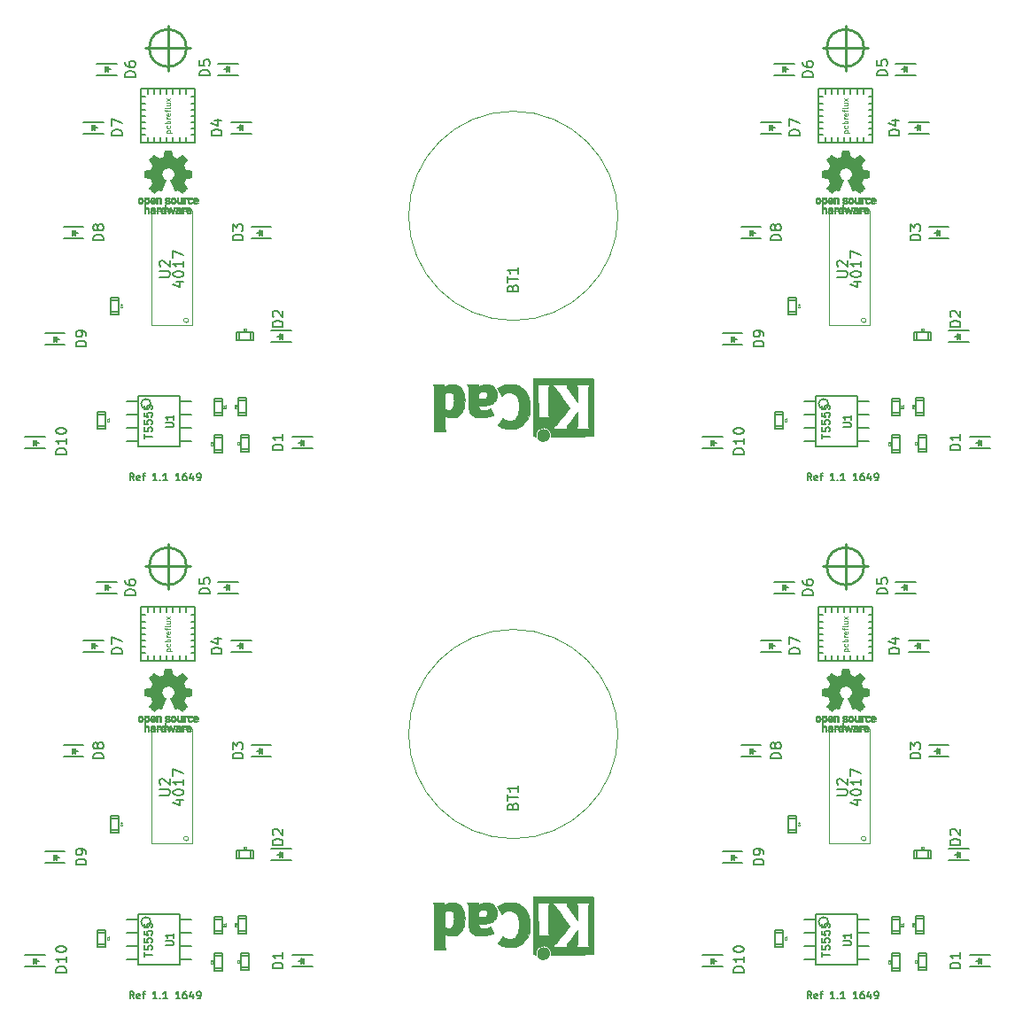
<source format=gto>
G04 #@! TF.GenerationSoftware,KiCad,Pcbnew,no-vcs-found*
G04 #@! TF.CreationDate,2016-12-05T11:41:50+01:00*
G04 #@! TF.ProjectId,x-mas tree-pan,782D6D617320747265652D70616E2E6B,rev?*
G04 #@! TF.FileFunction,Legend,Top*
G04 #@! TF.FilePolarity,Positive*
%FSLAX46Y46*%
G04 Gerber Fmt 4.6, Leading zero omitted, Abs format (unit mm)*
G04 Created by KiCad (PCBNEW no-vcs-found) date Mon Dec  5 11:41:50 2016*
%MOMM*%
%LPD*%
G01*
G04 APERTURE LIST*
%ADD10C,0.100000*%
%ADD11C,0.175000*%
%ADD12C,0.127000*%
%ADD13C,0.150000*%
%ADD14C,0.254000*%
%ADD15C,0.010000*%
%ADD16C,0.050000*%
%ADD17C,0.040640*%
%ADD18C,0.149860*%
G04 APERTURE END LIST*
D10*
D11*
X108918666Y-176508666D02*
X108685333Y-176175333D01*
X108518666Y-176508666D02*
X108518666Y-175808666D01*
X108785333Y-175808666D01*
X108852000Y-175842000D01*
X108885333Y-175875333D01*
X108918666Y-175942000D01*
X108918666Y-176042000D01*
X108885333Y-176108666D01*
X108852000Y-176142000D01*
X108785333Y-176175333D01*
X108518666Y-176175333D01*
X109485333Y-176475333D02*
X109418666Y-176508666D01*
X109285333Y-176508666D01*
X109218666Y-176475333D01*
X109185333Y-176408666D01*
X109185333Y-176142000D01*
X109218666Y-176075333D01*
X109285333Y-176042000D01*
X109418666Y-176042000D01*
X109485333Y-176075333D01*
X109518666Y-176142000D01*
X109518666Y-176208666D01*
X109185333Y-176275333D01*
X109718666Y-176042000D02*
X109985333Y-176042000D01*
X109818666Y-176508666D02*
X109818666Y-175908666D01*
X109852000Y-175842000D01*
X109918666Y-175808666D01*
X109985333Y-175808666D01*
X111118666Y-176508666D02*
X110718666Y-176508666D01*
X110918666Y-176508666D02*
X110918666Y-175808666D01*
X110852000Y-175908666D01*
X110785333Y-175975333D01*
X110718666Y-176008666D01*
X111418666Y-176442000D02*
X111452000Y-176475333D01*
X111418666Y-176508666D01*
X111385333Y-176475333D01*
X111418666Y-176442000D01*
X111418666Y-176508666D01*
X112118666Y-176508666D02*
X111718666Y-176508666D01*
X111918666Y-176508666D02*
X111918666Y-175808666D01*
X111852000Y-175908666D01*
X111785333Y-175975333D01*
X111718666Y-176008666D01*
X113318666Y-176508666D02*
X112918666Y-176508666D01*
X113118666Y-176508666D02*
X113118666Y-175808666D01*
X113052000Y-175908666D01*
X112985333Y-175975333D01*
X112918666Y-176008666D01*
X113918666Y-175808666D02*
X113785333Y-175808666D01*
X113718666Y-175842000D01*
X113685333Y-175875333D01*
X113618666Y-175975333D01*
X113585333Y-176108666D01*
X113585333Y-176375333D01*
X113618666Y-176442000D01*
X113652000Y-176475333D01*
X113718666Y-176508666D01*
X113852000Y-176508666D01*
X113918666Y-176475333D01*
X113952000Y-176442000D01*
X113985333Y-176375333D01*
X113985333Y-176208666D01*
X113952000Y-176142000D01*
X113918666Y-176108666D01*
X113852000Y-176075333D01*
X113718666Y-176075333D01*
X113652000Y-176108666D01*
X113618666Y-176142000D01*
X113585333Y-176208666D01*
X114585333Y-176042000D02*
X114585333Y-176508666D01*
X114418666Y-175775333D02*
X114252000Y-176275333D01*
X114685333Y-176275333D01*
X114985333Y-176508666D02*
X115118666Y-176508666D01*
X115185333Y-176475333D01*
X115218666Y-176442000D01*
X115285333Y-176342000D01*
X115318666Y-176208666D01*
X115318666Y-175942000D01*
X115285333Y-175875333D01*
X115252000Y-175842000D01*
X115185333Y-175808666D01*
X115052000Y-175808666D01*
X114985333Y-175842000D01*
X114952000Y-175875333D01*
X114918666Y-175942000D01*
X114918666Y-176108666D01*
X114952000Y-176175333D01*
X114985333Y-176208666D01*
X115052000Y-176242000D01*
X115185333Y-176242000D01*
X115252000Y-176208666D01*
X115285333Y-176175333D01*
X115318666Y-176108666D01*
X108918666Y-126978666D02*
X108685333Y-126645333D01*
X108518666Y-126978666D02*
X108518666Y-126278666D01*
X108785333Y-126278666D01*
X108852000Y-126312000D01*
X108885333Y-126345333D01*
X108918666Y-126412000D01*
X108918666Y-126512000D01*
X108885333Y-126578666D01*
X108852000Y-126612000D01*
X108785333Y-126645333D01*
X108518666Y-126645333D01*
X109485333Y-126945333D02*
X109418666Y-126978666D01*
X109285333Y-126978666D01*
X109218666Y-126945333D01*
X109185333Y-126878666D01*
X109185333Y-126612000D01*
X109218666Y-126545333D01*
X109285333Y-126512000D01*
X109418666Y-126512000D01*
X109485333Y-126545333D01*
X109518666Y-126612000D01*
X109518666Y-126678666D01*
X109185333Y-126745333D01*
X109718666Y-126512000D02*
X109985333Y-126512000D01*
X109818666Y-126978666D02*
X109818666Y-126378666D01*
X109852000Y-126312000D01*
X109918666Y-126278666D01*
X109985333Y-126278666D01*
X111118666Y-126978666D02*
X110718666Y-126978666D01*
X110918666Y-126978666D02*
X110918666Y-126278666D01*
X110852000Y-126378666D01*
X110785333Y-126445333D01*
X110718666Y-126478666D01*
X111418666Y-126912000D02*
X111452000Y-126945333D01*
X111418666Y-126978666D01*
X111385333Y-126945333D01*
X111418666Y-126912000D01*
X111418666Y-126978666D01*
X112118666Y-126978666D02*
X111718666Y-126978666D01*
X111918666Y-126978666D02*
X111918666Y-126278666D01*
X111852000Y-126378666D01*
X111785333Y-126445333D01*
X111718666Y-126478666D01*
X113318666Y-126978666D02*
X112918666Y-126978666D01*
X113118666Y-126978666D02*
X113118666Y-126278666D01*
X113052000Y-126378666D01*
X112985333Y-126445333D01*
X112918666Y-126478666D01*
X113918666Y-126278666D02*
X113785333Y-126278666D01*
X113718666Y-126312000D01*
X113685333Y-126345333D01*
X113618666Y-126445333D01*
X113585333Y-126578666D01*
X113585333Y-126845333D01*
X113618666Y-126912000D01*
X113652000Y-126945333D01*
X113718666Y-126978666D01*
X113852000Y-126978666D01*
X113918666Y-126945333D01*
X113952000Y-126912000D01*
X113985333Y-126845333D01*
X113985333Y-126678666D01*
X113952000Y-126612000D01*
X113918666Y-126578666D01*
X113852000Y-126545333D01*
X113718666Y-126545333D01*
X113652000Y-126578666D01*
X113618666Y-126612000D01*
X113585333Y-126678666D01*
X114585333Y-126512000D02*
X114585333Y-126978666D01*
X114418666Y-126245333D02*
X114252000Y-126745333D01*
X114685333Y-126745333D01*
X114985333Y-126978666D02*
X115118666Y-126978666D01*
X115185333Y-126945333D01*
X115218666Y-126912000D01*
X115285333Y-126812000D01*
X115318666Y-126678666D01*
X115318666Y-126412000D01*
X115285333Y-126345333D01*
X115252000Y-126312000D01*
X115185333Y-126278666D01*
X115052000Y-126278666D01*
X114985333Y-126312000D01*
X114952000Y-126345333D01*
X114918666Y-126412000D01*
X114918666Y-126578666D01*
X114952000Y-126645333D01*
X114985333Y-126678666D01*
X115052000Y-126712000D01*
X115185333Y-126712000D01*
X115252000Y-126678666D01*
X115285333Y-126645333D01*
X115318666Y-126578666D01*
X44148666Y-126978666D02*
X43915333Y-126645333D01*
X43748666Y-126978666D02*
X43748666Y-126278666D01*
X44015333Y-126278666D01*
X44082000Y-126312000D01*
X44115333Y-126345333D01*
X44148666Y-126412000D01*
X44148666Y-126512000D01*
X44115333Y-126578666D01*
X44082000Y-126612000D01*
X44015333Y-126645333D01*
X43748666Y-126645333D01*
X44715333Y-126945333D02*
X44648666Y-126978666D01*
X44515333Y-126978666D01*
X44448666Y-126945333D01*
X44415333Y-126878666D01*
X44415333Y-126612000D01*
X44448666Y-126545333D01*
X44515333Y-126512000D01*
X44648666Y-126512000D01*
X44715333Y-126545333D01*
X44748666Y-126612000D01*
X44748666Y-126678666D01*
X44415333Y-126745333D01*
X44948666Y-126512000D02*
X45215333Y-126512000D01*
X45048666Y-126978666D02*
X45048666Y-126378666D01*
X45082000Y-126312000D01*
X45148666Y-126278666D01*
X45215333Y-126278666D01*
X46348666Y-126978666D02*
X45948666Y-126978666D01*
X46148666Y-126978666D02*
X46148666Y-126278666D01*
X46082000Y-126378666D01*
X46015333Y-126445333D01*
X45948666Y-126478666D01*
X46648666Y-126912000D02*
X46682000Y-126945333D01*
X46648666Y-126978666D01*
X46615333Y-126945333D01*
X46648666Y-126912000D01*
X46648666Y-126978666D01*
X47348666Y-126978666D02*
X46948666Y-126978666D01*
X47148666Y-126978666D02*
X47148666Y-126278666D01*
X47082000Y-126378666D01*
X47015333Y-126445333D01*
X46948666Y-126478666D01*
X48548666Y-126978666D02*
X48148666Y-126978666D01*
X48348666Y-126978666D02*
X48348666Y-126278666D01*
X48282000Y-126378666D01*
X48215333Y-126445333D01*
X48148666Y-126478666D01*
X49148666Y-126278666D02*
X49015333Y-126278666D01*
X48948666Y-126312000D01*
X48915333Y-126345333D01*
X48848666Y-126445333D01*
X48815333Y-126578666D01*
X48815333Y-126845333D01*
X48848666Y-126912000D01*
X48882000Y-126945333D01*
X48948666Y-126978666D01*
X49082000Y-126978666D01*
X49148666Y-126945333D01*
X49182000Y-126912000D01*
X49215333Y-126845333D01*
X49215333Y-126678666D01*
X49182000Y-126612000D01*
X49148666Y-126578666D01*
X49082000Y-126545333D01*
X48948666Y-126545333D01*
X48882000Y-126578666D01*
X48848666Y-126612000D01*
X48815333Y-126678666D01*
X49815333Y-126512000D02*
X49815333Y-126978666D01*
X49648666Y-126245333D02*
X49482000Y-126745333D01*
X49915333Y-126745333D01*
X50215333Y-126978666D02*
X50348666Y-126978666D01*
X50415333Y-126945333D01*
X50448666Y-126912000D01*
X50515333Y-126812000D01*
X50548666Y-126678666D01*
X50548666Y-126412000D01*
X50515333Y-126345333D01*
X50482000Y-126312000D01*
X50415333Y-126278666D01*
X50282000Y-126278666D01*
X50215333Y-126312000D01*
X50182000Y-126345333D01*
X50148666Y-126412000D01*
X50148666Y-126578666D01*
X50182000Y-126645333D01*
X50215333Y-126678666D01*
X50282000Y-126712000D01*
X50415333Y-126712000D01*
X50482000Y-126678666D01*
X50515333Y-126645333D01*
X50548666Y-126578666D01*
X44148666Y-176508666D02*
X43915333Y-176175333D01*
X43748666Y-176508666D02*
X43748666Y-175808666D01*
X44015333Y-175808666D01*
X44082000Y-175842000D01*
X44115333Y-175875333D01*
X44148666Y-175942000D01*
X44148666Y-176042000D01*
X44115333Y-176108666D01*
X44082000Y-176142000D01*
X44015333Y-176175333D01*
X43748666Y-176175333D01*
X44715333Y-176475333D02*
X44648666Y-176508666D01*
X44515333Y-176508666D01*
X44448666Y-176475333D01*
X44415333Y-176408666D01*
X44415333Y-176142000D01*
X44448666Y-176075333D01*
X44515333Y-176042000D01*
X44648666Y-176042000D01*
X44715333Y-176075333D01*
X44748666Y-176142000D01*
X44748666Y-176208666D01*
X44415333Y-176275333D01*
X44948666Y-176042000D02*
X45215333Y-176042000D01*
X45048666Y-176508666D02*
X45048666Y-175908666D01*
X45082000Y-175842000D01*
X45148666Y-175808666D01*
X45215333Y-175808666D01*
X46348666Y-176508666D02*
X45948666Y-176508666D01*
X46148666Y-176508666D02*
X46148666Y-175808666D01*
X46082000Y-175908666D01*
X46015333Y-175975333D01*
X45948666Y-176008666D01*
X46648666Y-176442000D02*
X46682000Y-176475333D01*
X46648666Y-176508666D01*
X46615333Y-176475333D01*
X46648666Y-176442000D01*
X46648666Y-176508666D01*
X47348666Y-176508666D02*
X46948666Y-176508666D01*
X47148666Y-176508666D02*
X47148666Y-175808666D01*
X47082000Y-175908666D01*
X47015333Y-175975333D01*
X46948666Y-176008666D01*
X48548666Y-176508666D02*
X48148666Y-176508666D01*
X48348666Y-176508666D02*
X48348666Y-175808666D01*
X48282000Y-175908666D01*
X48215333Y-175975333D01*
X48148666Y-176008666D01*
X49148666Y-175808666D02*
X49015333Y-175808666D01*
X48948666Y-175842000D01*
X48915333Y-175875333D01*
X48848666Y-175975333D01*
X48815333Y-176108666D01*
X48815333Y-176375333D01*
X48848666Y-176442000D01*
X48882000Y-176475333D01*
X48948666Y-176508666D01*
X49082000Y-176508666D01*
X49148666Y-176475333D01*
X49182000Y-176442000D01*
X49215333Y-176375333D01*
X49215333Y-176208666D01*
X49182000Y-176142000D01*
X49148666Y-176108666D01*
X49082000Y-176075333D01*
X48948666Y-176075333D01*
X48882000Y-176108666D01*
X48848666Y-176142000D01*
X48815333Y-176208666D01*
X49815333Y-176042000D02*
X49815333Y-176508666D01*
X49648666Y-175775333D02*
X49482000Y-176275333D01*
X49915333Y-176275333D01*
X50215333Y-176508666D02*
X50348666Y-176508666D01*
X50415333Y-176475333D01*
X50448666Y-176442000D01*
X50515333Y-176342000D01*
X50548666Y-176208666D01*
X50548666Y-175942000D01*
X50515333Y-175875333D01*
X50482000Y-175842000D01*
X50415333Y-175808666D01*
X50282000Y-175808666D01*
X50215333Y-175842000D01*
X50182000Y-175875333D01*
X50148666Y-175942000D01*
X50148666Y-176108666D01*
X50182000Y-176175333D01*
X50215333Y-176208666D01*
X50282000Y-176242000D01*
X50415333Y-176242000D01*
X50482000Y-176208666D01*
X50515333Y-176175333D01*
X50548666Y-176108666D01*
D12*
X119928400Y-173766300D02*
X119115600Y-173766300D01*
X119928400Y-172140700D02*
X119928400Y-173766300D01*
X119115600Y-172140700D02*
X119928400Y-172140700D01*
X119115600Y-173766300D02*
X119115600Y-172140700D01*
X119141000Y-173512300D02*
X119928400Y-173512300D01*
X119928400Y-172394700D02*
X119115600Y-172394700D01*
X110545867Y-169181600D02*
G75*
G03X110545867Y-169181600I-472467J0D01*
G01*
X108244600Y-168953000D02*
X109336800Y-168953000D01*
X108244600Y-170223000D02*
X109336800Y-170223000D01*
X108244600Y-171493000D02*
X109336800Y-171493000D01*
X109336800Y-172763000D02*
X108244600Y-172763000D01*
X114391400Y-172763000D02*
X113299200Y-172763000D01*
X113299200Y-171493000D02*
X114391400Y-171493000D01*
X113299200Y-170223000D02*
X114391400Y-170223000D01*
X113299200Y-168953000D02*
X114391400Y-168953000D01*
X113299200Y-173271000D02*
X113299200Y-168445000D01*
X109336800Y-173271000D02*
X113299200Y-173271000D01*
X109336800Y-168445000D02*
X109336800Y-173271000D01*
X113299200Y-168445000D02*
X109336800Y-168445000D01*
X118719360Y-163136400D02*
X118719360Y-162323600D01*
X120344960Y-163136400D02*
X118719360Y-163136400D01*
X120344960Y-162323600D02*
X120344960Y-163136400D01*
X118719360Y-162323600D02*
X120344960Y-162323600D01*
X118973360Y-162349000D02*
X118973360Y-163136400D01*
X120090960Y-163136400D02*
X120090960Y-162323600D01*
X119674400Y-170263640D02*
X118861600Y-170263640D01*
X119674400Y-168638040D02*
X119674400Y-170263640D01*
X118861600Y-168638040D02*
X119674400Y-168638040D01*
X118861600Y-170263640D02*
X118861600Y-168638040D01*
X118887000Y-170009640D02*
X119674400Y-170009640D01*
X119674400Y-168892040D02*
X118861600Y-168892040D01*
X116575600Y-170029960D02*
X117388400Y-170029960D01*
X117363000Y-168912360D02*
X116575600Y-168912360D01*
X117388400Y-168658360D02*
X117388400Y-170283960D01*
X117388400Y-170283960D02*
X116575600Y-170283960D01*
X116575600Y-170283960D02*
X116575600Y-168658360D01*
X116575600Y-168658360D02*
X117388400Y-168658360D01*
D13*
X99595700Y-173140000D02*
X99345700Y-172890000D01*
X99595700Y-172640000D02*
X99595700Y-173140000D01*
X99345700Y-172890000D02*
X99595700Y-172640000D01*
X99345700Y-172640000D02*
X99345700Y-173140000D01*
X99395700Y-172890000D02*
X99845700Y-172890000D01*
X98495700Y-172340000D02*
X100395700Y-172340000D01*
X98495700Y-173440000D02*
X100395700Y-173440000D01*
X100400700Y-163534000D02*
X102300700Y-163534000D01*
X100400700Y-162434000D02*
X102300700Y-162434000D01*
X101300700Y-162984000D02*
X101750700Y-162984000D01*
X101250700Y-162734000D02*
X101250700Y-163234000D01*
X101250700Y-162984000D02*
X101500700Y-162734000D01*
X101500700Y-162734000D02*
X101500700Y-163234000D01*
X101500700Y-163234000D02*
X101250700Y-162984000D01*
X103278700Y-153074000D02*
X103028700Y-152824000D01*
X103278700Y-152574000D02*
X103278700Y-153074000D01*
X103028700Y-152824000D02*
X103278700Y-152574000D01*
X103028700Y-152574000D02*
X103028700Y-153074000D01*
X103078700Y-152824000D02*
X103528700Y-152824000D01*
X102178700Y-152274000D02*
X104078700Y-152274000D01*
X102178700Y-153374000D02*
X104078700Y-153374000D01*
X104083700Y-143341000D02*
X105983700Y-143341000D01*
X104083700Y-142241000D02*
X105983700Y-142241000D01*
X104983700Y-142791000D02*
X105433700Y-142791000D01*
X104933700Y-142541000D02*
X104933700Y-143041000D01*
X104933700Y-142791000D02*
X105183700Y-142541000D01*
X105183700Y-142541000D02*
X105183700Y-143041000D01*
X105183700Y-143041000D02*
X104933700Y-142791000D01*
X106453700Y-137453000D02*
X106203700Y-137203000D01*
X106453700Y-136953000D02*
X106453700Y-137453000D01*
X106203700Y-137203000D02*
X106453700Y-136953000D01*
X106203700Y-136953000D02*
X106203700Y-137453000D01*
X106253700Y-137203000D02*
X106703700Y-137203000D01*
X105353700Y-136653000D02*
X107253700Y-136653000D01*
X105353700Y-137753000D02*
X107253700Y-137753000D01*
X118856700Y-136653000D02*
X116956700Y-136653000D01*
X118856700Y-137753000D02*
X116956700Y-137753000D01*
X117956700Y-137203000D02*
X117506700Y-137203000D01*
X118006700Y-137453000D02*
X118006700Y-136953000D01*
X118006700Y-137203000D02*
X117756700Y-137453000D01*
X117756700Y-137453000D02*
X117756700Y-136953000D01*
X117756700Y-136953000D02*
X118006700Y-137203000D01*
X120126700Y-142241000D02*
X118226700Y-142241000D01*
X120126700Y-143341000D02*
X118226700Y-143341000D01*
X119226700Y-142791000D02*
X118776700Y-142791000D01*
X119276700Y-143041000D02*
X119276700Y-142541000D01*
X119276700Y-142791000D02*
X119026700Y-143041000D01*
X119026700Y-143041000D02*
X119026700Y-142541000D01*
X119026700Y-142541000D02*
X119276700Y-142791000D01*
X120931700Y-152574000D02*
X121181700Y-152824000D01*
X120931700Y-153074000D02*
X120931700Y-152574000D01*
X121181700Y-152824000D02*
X120931700Y-153074000D01*
X121181700Y-153074000D02*
X121181700Y-152574000D01*
X121131700Y-152824000D02*
X120681700Y-152824000D01*
X122031700Y-153374000D02*
X120131700Y-153374000D01*
X122031700Y-152274000D02*
X120131700Y-152274000D01*
X123936700Y-162180000D02*
X122036700Y-162180000D01*
X123936700Y-163280000D02*
X122036700Y-163280000D01*
X123036700Y-162730000D02*
X122586700Y-162730000D01*
X123086700Y-162980000D02*
X123086700Y-162480000D01*
X123086700Y-162730000D02*
X122836700Y-162980000D01*
X122836700Y-162980000D02*
X122836700Y-162480000D01*
X122836700Y-162480000D02*
X123086700Y-162730000D01*
X124868700Y-172640000D02*
X125118700Y-172890000D01*
X124868700Y-173140000D02*
X124868700Y-172640000D01*
X125118700Y-172890000D02*
X124868700Y-173140000D01*
X125118700Y-173140000D02*
X125118700Y-172640000D01*
X125068700Y-172890000D02*
X124618700Y-172890000D01*
X125968700Y-173440000D02*
X124068700Y-173440000D01*
X125968700Y-172340000D02*
X124068700Y-172340000D01*
D12*
X106669600Y-160367800D02*
X107482400Y-160367800D01*
X107457000Y-159250200D02*
X106669600Y-159250200D01*
X107482400Y-158996200D02*
X107482400Y-160621800D01*
X107482400Y-160621800D02*
X106669600Y-160621800D01*
X106669600Y-160621800D02*
X106669600Y-158996200D01*
X106669600Y-158996200D02*
X107482400Y-158996200D01*
X117388400Y-173819640D02*
X116575600Y-173819640D01*
X117388400Y-172194040D02*
X117388400Y-173819640D01*
X116575600Y-172194040D02*
X117388400Y-172194040D01*
X116575600Y-173819640D02*
X116575600Y-172194040D01*
X116601000Y-173565640D02*
X117388400Y-173565640D01*
X117388400Y-172448040D02*
X116575600Y-172448040D01*
X105399600Y-169918200D02*
X106212400Y-169918200D01*
X105399600Y-171543800D02*
X105399600Y-169918200D01*
X106212400Y-171543800D02*
X105399600Y-171543800D01*
X106212400Y-169918200D02*
X106212400Y-171543800D01*
X106187000Y-170172200D02*
X105399600Y-170172200D01*
X105399600Y-171289800D02*
X106212400Y-171289800D01*
D14*
X112156000Y-133012000D02*
X112156000Y-137330000D01*
X109997000Y-135171000D02*
X114315000Y-135171000D01*
X113934000Y-135171000D02*
G75*
G03X113934000Y-135171000I-1778000J0D01*
G01*
D15*
G36*
X110247241Y-149467184D02*
X110273753Y-149480282D01*
X110306447Y-149503106D01*
X110330275Y-149527996D01*
X110346594Y-149559249D01*
X110356760Y-149601166D01*
X110362128Y-149658044D01*
X110364056Y-149734184D01*
X110364169Y-149766917D01*
X110363839Y-149838656D01*
X110362473Y-149889927D01*
X110359500Y-149925404D01*
X110354351Y-149949763D01*
X110346457Y-149967680D01*
X110338243Y-149979902D01*
X110285813Y-150031905D01*
X110224070Y-150063184D01*
X110157464Y-150072592D01*
X110090442Y-150058980D01*
X110069208Y-150049354D01*
X110018376Y-150022859D01*
X110018376Y-150438052D01*
X110055475Y-150418868D01*
X110104357Y-150404025D01*
X110164439Y-150400222D01*
X110224436Y-150407243D01*
X110269744Y-150423013D01*
X110307325Y-150453047D01*
X110339436Y-150496024D01*
X110341850Y-150500436D01*
X110352033Y-150521221D01*
X110359470Y-150542170D01*
X110364589Y-150567548D01*
X110367819Y-150601618D01*
X110369587Y-150648641D01*
X110370323Y-150712882D01*
X110370456Y-150785176D01*
X110370456Y-151015822D01*
X110232139Y-151015822D01*
X110232139Y-150590533D01*
X110193451Y-150557979D01*
X110153262Y-150531940D01*
X110115203Y-150527205D01*
X110076934Y-150539389D01*
X110056538Y-150551320D01*
X110041358Y-150568313D01*
X110030562Y-150593995D01*
X110023317Y-150631991D01*
X110018792Y-150685926D01*
X110016156Y-150759425D01*
X110015228Y-150808347D01*
X110012089Y-151009535D01*
X109946074Y-151013336D01*
X109880060Y-151017136D01*
X109880060Y-149768650D01*
X110018376Y-149768650D01*
X110021903Y-149838254D01*
X110033785Y-149886569D01*
X110055980Y-149916631D01*
X110090441Y-149931471D01*
X110125258Y-149934436D01*
X110164671Y-149931028D01*
X110190829Y-149917617D01*
X110207186Y-149899896D01*
X110220063Y-149880835D01*
X110227728Y-149859601D01*
X110231139Y-149829849D01*
X110231251Y-149785236D01*
X110230103Y-149747880D01*
X110227468Y-149691604D01*
X110223544Y-149654658D01*
X110216937Y-149631223D01*
X110206251Y-149615480D01*
X110196167Y-149606380D01*
X110154030Y-149586537D01*
X110104160Y-149583332D01*
X110075524Y-149590168D01*
X110047172Y-149614464D01*
X110028391Y-149661728D01*
X110019288Y-149731624D01*
X110018376Y-149768650D01*
X109880060Y-149768650D01*
X109880060Y-149456614D01*
X109949218Y-149456614D01*
X109990740Y-149458256D01*
X110012162Y-149464087D01*
X110018374Y-149475461D01*
X110018376Y-149475798D01*
X110021258Y-149486938D01*
X110033970Y-149485673D01*
X110059243Y-149473433D01*
X110118131Y-149454707D01*
X110184385Y-149452739D01*
X110247241Y-149467184D01*
X110247241Y-149467184D01*
G37*
X110247241Y-149467184D02*
X110273753Y-149480282D01*
X110306447Y-149503106D01*
X110330275Y-149527996D01*
X110346594Y-149559249D01*
X110356760Y-149601166D01*
X110362128Y-149658044D01*
X110364056Y-149734184D01*
X110364169Y-149766917D01*
X110363839Y-149838656D01*
X110362473Y-149889927D01*
X110359500Y-149925404D01*
X110354351Y-149949763D01*
X110346457Y-149967680D01*
X110338243Y-149979902D01*
X110285813Y-150031905D01*
X110224070Y-150063184D01*
X110157464Y-150072592D01*
X110090442Y-150058980D01*
X110069208Y-150049354D01*
X110018376Y-150022859D01*
X110018376Y-150438052D01*
X110055475Y-150418868D01*
X110104357Y-150404025D01*
X110164439Y-150400222D01*
X110224436Y-150407243D01*
X110269744Y-150423013D01*
X110307325Y-150453047D01*
X110339436Y-150496024D01*
X110341850Y-150500436D01*
X110352033Y-150521221D01*
X110359470Y-150542170D01*
X110364589Y-150567548D01*
X110367819Y-150601618D01*
X110369587Y-150648641D01*
X110370323Y-150712882D01*
X110370456Y-150785176D01*
X110370456Y-151015822D01*
X110232139Y-151015822D01*
X110232139Y-150590533D01*
X110193451Y-150557979D01*
X110153262Y-150531940D01*
X110115203Y-150527205D01*
X110076934Y-150539389D01*
X110056538Y-150551320D01*
X110041358Y-150568313D01*
X110030562Y-150593995D01*
X110023317Y-150631991D01*
X110018792Y-150685926D01*
X110016156Y-150759425D01*
X110015228Y-150808347D01*
X110012089Y-151009535D01*
X109946074Y-151013336D01*
X109880060Y-151017136D01*
X109880060Y-149768650D01*
X110018376Y-149768650D01*
X110021903Y-149838254D01*
X110033785Y-149886569D01*
X110055980Y-149916631D01*
X110090441Y-149931471D01*
X110125258Y-149934436D01*
X110164671Y-149931028D01*
X110190829Y-149917617D01*
X110207186Y-149899896D01*
X110220063Y-149880835D01*
X110227728Y-149859601D01*
X110231139Y-149829849D01*
X110231251Y-149785236D01*
X110230103Y-149747880D01*
X110227468Y-149691604D01*
X110223544Y-149654658D01*
X110216937Y-149631223D01*
X110206251Y-149615480D01*
X110196167Y-149606380D01*
X110154030Y-149586537D01*
X110104160Y-149583332D01*
X110075524Y-149590168D01*
X110047172Y-149614464D01*
X110028391Y-149661728D01*
X110019288Y-149731624D01*
X110018376Y-149768650D01*
X109880060Y-149768650D01*
X109880060Y-149456614D01*
X109949218Y-149456614D01*
X109990740Y-149458256D01*
X110012162Y-149464087D01*
X110018374Y-149475461D01*
X110018376Y-149475798D01*
X110021258Y-149486938D01*
X110033970Y-149485673D01*
X110059243Y-149473433D01*
X110118131Y-149454707D01*
X110184385Y-149452739D01*
X110247241Y-149467184D01*
G36*
X110771790Y-150404555D02*
X110830945Y-150420339D01*
X110875977Y-150448948D01*
X110907754Y-150486419D01*
X110917634Y-150502411D01*
X110924927Y-150519163D01*
X110930026Y-150540592D01*
X110933321Y-150570616D01*
X110935203Y-150613154D01*
X110936063Y-150672122D01*
X110936293Y-150751440D01*
X110936297Y-150772484D01*
X110936297Y-151015822D01*
X110875941Y-151015822D01*
X110837443Y-151013126D01*
X110808977Y-151006295D01*
X110801845Y-151002083D01*
X110782348Y-150994813D01*
X110762434Y-151002083D01*
X110729647Y-151011160D01*
X110682022Y-151014813D01*
X110629236Y-151013228D01*
X110580964Y-151006589D01*
X110552782Y-150998072D01*
X110498247Y-150963063D01*
X110464165Y-150914479D01*
X110448843Y-150849882D01*
X110448701Y-150848223D01*
X110450045Y-150819566D01*
X110571644Y-150819566D01*
X110582274Y-150852161D01*
X110599590Y-150870505D01*
X110634348Y-150884379D01*
X110680227Y-150889917D01*
X110727012Y-150887191D01*
X110764486Y-150876274D01*
X110774985Y-150869269D01*
X110793332Y-150836904D01*
X110797980Y-150800111D01*
X110797980Y-150751763D01*
X110728418Y-150751763D01*
X110662333Y-150756850D01*
X110612236Y-150771263D01*
X110581071Y-150793729D01*
X110571644Y-150819566D01*
X110450045Y-150819566D01*
X110452013Y-150777647D01*
X110475290Y-150721845D01*
X110519052Y-150679647D01*
X110525101Y-150675808D01*
X110551093Y-150663309D01*
X110583265Y-150655740D01*
X110628240Y-150652061D01*
X110681669Y-150651216D01*
X110797980Y-150651169D01*
X110797980Y-150602411D01*
X110793047Y-150564581D01*
X110780457Y-150539236D01*
X110778983Y-150537887D01*
X110750966Y-150526800D01*
X110708674Y-150522503D01*
X110661936Y-150524615D01*
X110620582Y-150532756D01*
X110596043Y-150544965D01*
X110582747Y-150554746D01*
X110568706Y-150556613D01*
X110549329Y-150548600D01*
X110520024Y-150528739D01*
X110476197Y-150495063D01*
X110472175Y-150491909D01*
X110474236Y-150480236D01*
X110491432Y-150460822D01*
X110517567Y-150439248D01*
X110546448Y-150421096D01*
X110555522Y-150416809D01*
X110588620Y-150408256D01*
X110637120Y-150402155D01*
X110691305Y-150399708D01*
X110693839Y-150399703D01*
X110771790Y-150404555D01*
X110771790Y-150404555D01*
G37*
X110771790Y-150404555D02*
X110830945Y-150420339D01*
X110875977Y-150448948D01*
X110907754Y-150486419D01*
X110917634Y-150502411D01*
X110924927Y-150519163D01*
X110930026Y-150540592D01*
X110933321Y-150570616D01*
X110935203Y-150613154D01*
X110936063Y-150672122D01*
X110936293Y-150751440D01*
X110936297Y-150772484D01*
X110936297Y-151015822D01*
X110875941Y-151015822D01*
X110837443Y-151013126D01*
X110808977Y-151006295D01*
X110801845Y-151002083D01*
X110782348Y-150994813D01*
X110762434Y-151002083D01*
X110729647Y-151011160D01*
X110682022Y-151014813D01*
X110629236Y-151013228D01*
X110580964Y-151006589D01*
X110552782Y-150998072D01*
X110498247Y-150963063D01*
X110464165Y-150914479D01*
X110448843Y-150849882D01*
X110448701Y-150848223D01*
X110450045Y-150819566D01*
X110571644Y-150819566D01*
X110582274Y-150852161D01*
X110599590Y-150870505D01*
X110634348Y-150884379D01*
X110680227Y-150889917D01*
X110727012Y-150887191D01*
X110764486Y-150876274D01*
X110774985Y-150869269D01*
X110793332Y-150836904D01*
X110797980Y-150800111D01*
X110797980Y-150751763D01*
X110728418Y-150751763D01*
X110662333Y-150756850D01*
X110612236Y-150771263D01*
X110581071Y-150793729D01*
X110571644Y-150819566D01*
X110450045Y-150819566D01*
X110452013Y-150777647D01*
X110475290Y-150721845D01*
X110519052Y-150679647D01*
X110525101Y-150675808D01*
X110551093Y-150663309D01*
X110583265Y-150655740D01*
X110628240Y-150652061D01*
X110681669Y-150651216D01*
X110797980Y-150651169D01*
X110797980Y-150602411D01*
X110793047Y-150564581D01*
X110780457Y-150539236D01*
X110778983Y-150537887D01*
X110750966Y-150526800D01*
X110708674Y-150522503D01*
X110661936Y-150524615D01*
X110620582Y-150532756D01*
X110596043Y-150544965D01*
X110582747Y-150554746D01*
X110568706Y-150556613D01*
X110549329Y-150548600D01*
X110520024Y-150528739D01*
X110476197Y-150495063D01*
X110472175Y-150491909D01*
X110474236Y-150480236D01*
X110491432Y-150460822D01*
X110517567Y-150439248D01*
X110546448Y-150421096D01*
X110555522Y-150416809D01*
X110588620Y-150408256D01*
X110637120Y-150402155D01*
X110691305Y-150399708D01*
X110693839Y-150399703D01*
X110771790Y-150404555D01*
G36*
X111162644Y-150401020D02*
X111181461Y-150406660D01*
X111187527Y-150419053D01*
X111187782Y-150424647D01*
X111188871Y-150440230D01*
X111196368Y-150442676D01*
X111216619Y-150431993D01*
X111228649Y-150424694D01*
X111266600Y-150409063D01*
X111311928Y-150401334D01*
X111359456Y-150400740D01*
X111404005Y-150406513D01*
X111440398Y-150417884D01*
X111463457Y-150434088D01*
X111468004Y-150454355D01*
X111465709Y-150459843D01*
X111448980Y-150482626D01*
X111423037Y-150510647D01*
X111418345Y-150515177D01*
X111393617Y-150536005D01*
X111372282Y-150542735D01*
X111342445Y-150538038D01*
X111330492Y-150534917D01*
X111293295Y-150527421D01*
X111267141Y-150530792D01*
X111245054Y-150542681D01*
X111224822Y-150558635D01*
X111209921Y-150578700D01*
X111199566Y-150606702D01*
X111192971Y-150646467D01*
X111189351Y-150701823D01*
X111187922Y-150776594D01*
X111187782Y-150821740D01*
X111187782Y-151015822D01*
X111062040Y-151015822D01*
X111062040Y-150399683D01*
X111124911Y-150399683D01*
X111162644Y-150401020D01*
X111162644Y-150401020D01*
G37*
X111162644Y-150401020D02*
X111181461Y-150406660D01*
X111187527Y-150419053D01*
X111187782Y-150424647D01*
X111188871Y-150440230D01*
X111196368Y-150442676D01*
X111216619Y-150431993D01*
X111228649Y-150424694D01*
X111266600Y-150409063D01*
X111311928Y-150401334D01*
X111359456Y-150400740D01*
X111404005Y-150406513D01*
X111440398Y-150417884D01*
X111463457Y-150434088D01*
X111468004Y-150454355D01*
X111465709Y-150459843D01*
X111448980Y-150482626D01*
X111423037Y-150510647D01*
X111418345Y-150515177D01*
X111393617Y-150536005D01*
X111372282Y-150542735D01*
X111342445Y-150538038D01*
X111330492Y-150534917D01*
X111293295Y-150527421D01*
X111267141Y-150530792D01*
X111245054Y-150542681D01*
X111224822Y-150558635D01*
X111209921Y-150578700D01*
X111199566Y-150606702D01*
X111192971Y-150646467D01*
X111189351Y-150701823D01*
X111187922Y-150776594D01*
X111187782Y-150821740D01*
X111187782Y-151015822D01*
X111062040Y-151015822D01*
X111062040Y-150399683D01*
X111124911Y-150399683D01*
X111162644Y-150401020D01*
G36*
X111954812Y-151015822D02*
X111885654Y-151015822D01*
X111845512Y-151014645D01*
X111824606Y-151009772D01*
X111817078Y-150999186D01*
X111816495Y-150992029D01*
X111815226Y-150977676D01*
X111807221Y-150974923D01*
X111786185Y-150983771D01*
X111769827Y-150992029D01*
X111707023Y-151011597D01*
X111638752Y-151012729D01*
X111583248Y-150998135D01*
X111531562Y-150962877D01*
X111492162Y-150910835D01*
X111470587Y-150849450D01*
X111470038Y-150846018D01*
X111466833Y-150808571D01*
X111465239Y-150754813D01*
X111465367Y-150714155D01*
X111602721Y-150714155D01*
X111605903Y-150768194D01*
X111613141Y-150812735D01*
X111622940Y-150837888D01*
X111660011Y-150872260D01*
X111704026Y-150884582D01*
X111749416Y-150874618D01*
X111788203Y-150844895D01*
X111802892Y-150824905D01*
X111811481Y-150801050D01*
X111815504Y-150766230D01*
X111816495Y-150713930D01*
X111814722Y-150662139D01*
X111810037Y-150616634D01*
X111803397Y-150586181D01*
X111802290Y-150583452D01*
X111775509Y-150551000D01*
X111736421Y-150533183D01*
X111692685Y-150530306D01*
X111651962Y-150542674D01*
X111621913Y-150570593D01*
X111618796Y-150576148D01*
X111609039Y-150610022D01*
X111603723Y-150658728D01*
X111602721Y-150714155D01*
X111465367Y-150714155D01*
X111465432Y-150693540D01*
X111466336Y-150660563D01*
X111472486Y-150578981D01*
X111485267Y-150517730D01*
X111506529Y-150472449D01*
X111538122Y-150438779D01*
X111568793Y-150419014D01*
X111611646Y-150405120D01*
X111664944Y-150400354D01*
X111719520Y-150404236D01*
X111766208Y-150416282D01*
X111790876Y-150430693D01*
X111816495Y-150453878D01*
X111816495Y-150160773D01*
X111954812Y-150160773D01*
X111954812Y-151015822D01*
X111954812Y-151015822D01*
G37*
X111954812Y-151015822D02*
X111885654Y-151015822D01*
X111845512Y-151014645D01*
X111824606Y-151009772D01*
X111817078Y-150999186D01*
X111816495Y-150992029D01*
X111815226Y-150977676D01*
X111807221Y-150974923D01*
X111786185Y-150983771D01*
X111769827Y-150992029D01*
X111707023Y-151011597D01*
X111638752Y-151012729D01*
X111583248Y-150998135D01*
X111531562Y-150962877D01*
X111492162Y-150910835D01*
X111470587Y-150849450D01*
X111470038Y-150846018D01*
X111466833Y-150808571D01*
X111465239Y-150754813D01*
X111465367Y-150714155D01*
X111602721Y-150714155D01*
X111605903Y-150768194D01*
X111613141Y-150812735D01*
X111622940Y-150837888D01*
X111660011Y-150872260D01*
X111704026Y-150884582D01*
X111749416Y-150874618D01*
X111788203Y-150844895D01*
X111802892Y-150824905D01*
X111811481Y-150801050D01*
X111815504Y-150766230D01*
X111816495Y-150713930D01*
X111814722Y-150662139D01*
X111810037Y-150616634D01*
X111803397Y-150586181D01*
X111802290Y-150583452D01*
X111775509Y-150551000D01*
X111736421Y-150533183D01*
X111692685Y-150530306D01*
X111651962Y-150542674D01*
X111621913Y-150570593D01*
X111618796Y-150576148D01*
X111609039Y-150610022D01*
X111603723Y-150658728D01*
X111602721Y-150714155D01*
X111465367Y-150714155D01*
X111465432Y-150693540D01*
X111466336Y-150660563D01*
X111472486Y-150578981D01*
X111485267Y-150517730D01*
X111506529Y-150472449D01*
X111538122Y-150438779D01*
X111568793Y-150419014D01*
X111611646Y-150405120D01*
X111664944Y-150400354D01*
X111719520Y-150404236D01*
X111766208Y-150416282D01*
X111790876Y-150430693D01*
X111816495Y-150453878D01*
X111816495Y-150160773D01*
X111954812Y-150160773D01*
X111954812Y-151015822D01*
G36*
X112437524Y-150402237D02*
X112487255Y-150405971D01*
X112617291Y-150795773D01*
X112637678Y-150726614D01*
X112649946Y-150683874D01*
X112666085Y-150626115D01*
X112683512Y-150562625D01*
X112692726Y-150528570D01*
X112727388Y-150399683D01*
X112870391Y-150399683D01*
X112827646Y-150534857D01*
X112806596Y-150601342D01*
X112781167Y-150681539D01*
X112754610Y-150765193D01*
X112730902Y-150839782D01*
X112676902Y-151009535D01*
X112618598Y-151013328D01*
X112560295Y-151017122D01*
X112528679Y-150912734D01*
X112509182Y-150847889D01*
X112487904Y-150776400D01*
X112469308Y-150713263D01*
X112468574Y-150710750D01*
X112454684Y-150667969D01*
X112442429Y-150638779D01*
X112433846Y-150627741D01*
X112432082Y-150629018D01*
X112425891Y-150646130D01*
X112414128Y-150682787D01*
X112398225Y-150734378D01*
X112379614Y-150796294D01*
X112369543Y-150830352D01*
X112315007Y-151015822D01*
X112199264Y-151015822D01*
X112106737Y-150723471D01*
X112080744Y-150641462D01*
X112057066Y-150566987D01*
X112036820Y-150503544D01*
X112021126Y-150454632D01*
X112011102Y-150423749D01*
X112008055Y-150414726D01*
X112010467Y-150405487D01*
X112029408Y-150401441D01*
X112068823Y-150401846D01*
X112074993Y-150402152D01*
X112148086Y-150405971D01*
X112195957Y-150582010D01*
X112213553Y-150646211D01*
X112229277Y-150702649D01*
X112241746Y-150746422D01*
X112249574Y-150772630D01*
X112251020Y-150776903D01*
X112257014Y-150771990D01*
X112269101Y-150746532D01*
X112285893Y-150703997D01*
X112306003Y-150647850D01*
X112323003Y-150597130D01*
X112387794Y-150398504D01*
X112437524Y-150402237D01*
X112437524Y-150402237D01*
G37*
X112437524Y-150402237D02*
X112487255Y-150405971D01*
X112617291Y-150795773D01*
X112637678Y-150726614D01*
X112649946Y-150683874D01*
X112666085Y-150626115D01*
X112683512Y-150562625D01*
X112692726Y-150528570D01*
X112727388Y-150399683D01*
X112870391Y-150399683D01*
X112827646Y-150534857D01*
X112806596Y-150601342D01*
X112781167Y-150681539D01*
X112754610Y-150765193D01*
X112730902Y-150839782D01*
X112676902Y-151009535D01*
X112618598Y-151013328D01*
X112560295Y-151017122D01*
X112528679Y-150912734D01*
X112509182Y-150847889D01*
X112487904Y-150776400D01*
X112469308Y-150713263D01*
X112468574Y-150710750D01*
X112454684Y-150667969D01*
X112442429Y-150638779D01*
X112433846Y-150627741D01*
X112432082Y-150629018D01*
X112425891Y-150646130D01*
X112414128Y-150682787D01*
X112398225Y-150734378D01*
X112379614Y-150796294D01*
X112369543Y-150830352D01*
X112315007Y-151015822D01*
X112199264Y-151015822D01*
X112106737Y-150723471D01*
X112080744Y-150641462D01*
X112057066Y-150566987D01*
X112036820Y-150503544D01*
X112021126Y-150454632D01*
X112011102Y-150423749D01*
X112008055Y-150414726D01*
X112010467Y-150405487D01*
X112029408Y-150401441D01*
X112068823Y-150401846D01*
X112074993Y-150402152D01*
X112148086Y-150405971D01*
X112195957Y-150582010D01*
X112213553Y-150646211D01*
X112229277Y-150702649D01*
X112241746Y-150746422D01*
X112249574Y-150772630D01*
X112251020Y-150776903D01*
X112257014Y-150771990D01*
X112269101Y-150746532D01*
X112285893Y-150703997D01*
X112306003Y-150647850D01*
X112323003Y-150597130D01*
X112387794Y-150398504D01*
X112437524Y-150402237D01*
G36*
X113194411Y-150403417D02*
X113247411Y-150416290D01*
X113262731Y-150423110D01*
X113292428Y-150440974D01*
X113315220Y-150461093D01*
X113332083Y-150486962D01*
X113343998Y-150522073D01*
X113351942Y-150569920D01*
X113356894Y-150633996D01*
X113359831Y-150717794D01*
X113360947Y-150773768D01*
X113365052Y-151015822D01*
X113294932Y-151015822D01*
X113252393Y-151014038D01*
X113230476Y-151007942D01*
X113224812Y-150997706D01*
X113221821Y-150986637D01*
X113208451Y-150988754D01*
X113190233Y-150997629D01*
X113144624Y-151011233D01*
X113086007Y-151014899D01*
X113024354Y-151008903D01*
X112969638Y-150993521D01*
X112964730Y-150991386D01*
X112914723Y-150956255D01*
X112881756Y-150907419D01*
X112866587Y-150850333D01*
X112867746Y-150829824D01*
X112991508Y-150829824D01*
X113002413Y-150857425D01*
X113034745Y-150877204D01*
X113086910Y-150887819D01*
X113114787Y-150889228D01*
X113161247Y-150885620D01*
X113192129Y-150871597D01*
X113199664Y-150864931D01*
X113220076Y-150828666D01*
X113224812Y-150795773D01*
X113224812Y-150751763D01*
X113163513Y-150751763D01*
X113092256Y-150755395D01*
X113042276Y-150766818D01*
X113010696Y-150786824D01*
X113003626Y-150795743D01*
X112991508Y-150829824D01*
X112867746Y-150829824D01*
X112869971Y-150790456D01*
X112892663Y-150733244D01*
X112923624Y-150694580D01*
X112942376Y-150677864D01*
X112960733Y-150666878D01*
X112984619Y-150660180D01*
X113019957Y-150656326D01*
X113072669Y-150653873D01*
X113093577Y-150653168D01*
X113224812Y-150648879D01*
X113224620Y-150609158D01*
X113219537Y-150567405D01*
X113201162Y-150542158D01*
X113164039Y-150526030D01*
X113163043Y-150525742D01*
X113110410Y-150519400D01*
X113058906Y-150527684D01*
X113020630Y-150547827D01*
X113005272Y-150557773D01*
X112988730Y-150556397D01*
X112963275Y-150541987D01*
X112948328Y-150531817D01*
X112919091Y-150510088D01*
X112900980Y-150493800D01*
X112898074Y-150489137D01*
X112910040Y-150465005D01*
X112945396Y-150436185D01*
X112960753Y-150426461D01*
X113004901Y-150409714D01*
X113064398Y-150400227D01*
X113130487Y-150398095D01*
X113194411Y-150403417D01*
X113194411Y-150403417D01*
G37*
X113194411Y-150403417D02*
X113247411Y-150416290D01*
X113262731Y-150423110D01*
X113292428Y-150440974D01*
X113315220Y-150461093D01*
X113332083Y-150486962D01*
X113343998Y-150522073D01*
X113351942Y-150569920D01*
X113356894Y-150633996D01*
X113359831Y-150717794D01*
X113360947Y-150773768D01*
X113365052Y-151015822D01*
X113294932Y-151015822D01*
X113252393Y-151014038D01*
X113230476Y-151007942D01*
X113224812Y-150997706D01*
X113221821Y-150986637D01*
X113208451Y-150988754D01*
X113190233Y-150997629D01*
X113144624Y-151011233D01*
X113086007Y-151014899D01*
X113024354Y-151008903D01*
X112969638Y-150993521D01*
X112964730Y-150991386D01*
X112914723Y-150956255D01*
X112881756Y-150907419D01*
X112866587Y-150850333D01*
X112867746Y-150829824D01*
X112991508Y-150829824D01*
X113002413Y-150857425D01*
X113034745Y-150877204D01*
X113086910Y-150887819D01*
X113114787Y-150889228D01*
X113161247Y-150885620D01*
X113192129Y-150871597D01*
X113199664Y-150864931D01*
X113220076Y-150828666D01*
X113224812Y-150795773D01*
X113224812Y-150751763D01*
X113163513Y-150751763D01*
X113092256Y-150755395D01*
X113042276Y-150766818D01*
X113010696Y-150786824D01*
X113003626Y-150795743D01*
X112991508Y-150829824D01*
X112867746Y-150829824D01*
X112869971Y-150790456D01*
X112892663Y-150733244D01*
X112923624Y-150694580D01*
X112942376Y-150677864D01*
X112960733Y-150666878D01*
X112984619Y-150660180D01*
X113019957Y-150656326D01*
X113072669Y-150653873D01*
X113093577Y-150653168D01*
X113224812Y-150648879D01*
X113224620Y-150609158D01*
X113219537Y-150567405D01*
X113201162Y-150542158D01*
X113164039Y-150526030D01*
X113163043Y-150525742D01*
X113110410Y-150519400D01*
X113058906Y-150527684D01*
X113020630Y-150547827D01*
X113005272Y-150557773D01*
X112988730Y-150556397D01*
X112963275Y-150541987D01*
X112948328Y-150531817D01*
X112919091Y-150510088D01*
X112900980Y-150493800D01*
X112898074Y-150489137D01*
X112910040Y-150465005D01*
X112945396Y-150436185D01*
X112960753Y-150426461D01*
X113004901Y-150409714D01*
X113064398Y-150400227D01*
X113130487Y-150398095D01*
X113194411Y-150403417D01*
G36*
X113791255Y-150399486D02*
X113839595Y-150409015D01*
X113867114Y-150423125D01*
X113896064Y-150446568D01*
X113854876Y-150498571D01*
X113829482Y-150530064D01*
X113812238Y-150545428D01*
X113795102Y-150547776D01*
X113770027Y-150540217D01*
X113758257Y-150535941D01*
X113710270Y-150529631D01*
X113666324Y-150543156D01*
X113634060Y-150573710D01*
X113628819Y-150583452D01*
X113623112Y-150609258D01*
X113618706Y-150656817D01*
X113615811Y-150722758D01*
X113614631Y-150803710D01*
X113614614Y-150815226D01*
X113614614Y-151015822D01*
X113476297Y-151015822D01*
X113476297Y-150399683D01*
X113545456Y-150399683D01*
X113585333Y-150400725D01*
X113606107Y-150405358D01*
X113613789Y-150415849D01*
X113614614Y-150425745D01*
X113614614Y-150451806D01*
X113647745Y-150425745D01*
X113685735Y-150407965D01*
X113736770Y-150399174D01*
X113791255Y-150399486D01*
X113791255Y-150399486D01*
G37*
X113791255Y-150399486D02*
X113839595Y-150409015D01*
X113867114Y-150423125D01*
X113896064Y-150446568D01*
X113854876Y-150498571D01*
X113829482Y-150530064D01*
X113812238Y-150545428D01*
X113795102Y-150547776D01*
X113770027Y-150540217D01*
X113758257Y-150535941D01*
X113710270Y-150529631D01*
X113666324Y-150543156D01*
X113634060Y-150573710D01*
X113628819Y-150583452D01*
X113623112Y-150609258D01*
X113618706Y-150656817D01*
X113615811Y-150722758D01*
X113614631Y-150803710D01*
X113614614Y-150815226D01*
X113614614Y-151015822D01*
X113476297Y-151015822D01*
X113476297Y-150399683D01*
X113545456Y-150399683D01*
X113585333Y-150400725D01*
X113606107Y-150405358D01*
X113613789Y-150415849D01*
X113614614Y-150425745D01*
X113614614Y-150451806D01*
X113647745Y-150425745D01*
X113685735Y-150407965D01*
X113736770Y-150399174D01*
X113791255Y-150399486D01*
G36*
X114188581Y-150402970D02*
X114248685Y-150418597D01*
X114299021Y-150450848D01*
X114323393Y-150474940D01*
X114363345Y-150531895D01*
X114386242Y-150597965D01*
X114394108Y-150679182D01*
X114394148Y-150685748D01*
X114394218Y-150751763D01*
X114014264Y-150751763D01*
X114022363Y-150786342D01*
X114036987Y-150817659D01*
X114062581Y-150850291D01*
X114067935Y-150855500D01*
X114113943Y-150883694D01*
X114166410Y-150888475D01*
X114226803Y-150869926D01*
X114237040Y-150864931D01*
X114268439Y-150849745D01*
X114289470Y-150841094D01*
X114293139Y-150840293D01*
X114305948Y-150848063D01*
X114330378Y-150867072D01*
X114342779Y-150877460D01*
X114368476Y-150901321D01*
X114376915Y-150917077D01*
X114371058Y-150931571D01*
X114367928Y-150935534D01*
X114346725Y-150952879D01*
X114311738Y-150973959D01*
X114287337Y-150986265D01*
X114218072Y-151007946D01*
X114141388Y-151014971D01*
X114068765Y-151006647D01*
X114048426Y-151000686D01*
X113985476Y-150966952D01*
X113938815Y-150915045D01*
X113908173Y-150844459D01*
X113893282Y-150754692D01*
X113891647Y-150707753D01*
X113896421Y-150639413D01*
X114016990Y-150639413D01*
X114028652Y-150644465D01*
X114059998Y-150648429D01*
X114105571Y-150650768D01*
X114136446Y-150651169D01*
X114191981Y-150650783D01*
X114227033Y-150648975D01*
X114246262Y-150644773D01*
X114254330Y-150637203D01*
X114255901Y-150626218D01*
X114245121Y-150592381D01*
X114217980Y-150558940D01*
X114182277Y-150533272D01*
X114146560Y-150522772D01*
X114098048Y-150532086D01*
X114056053Y-150559013D01*
X114026936Y-150597827D01*
X114016990Y-150639413D01*
X113896421Y-150639413D01*
X113898599Y-150608236D01*
X113920055Y-150528949D01*
X113956470Y-150469263D01*
X114008297Y-150428549D01*
X114075990Y-150406179D01*
X114112662Y-150401871D01*
X114188581Y-150402970D01*
X114188581Y-150402970D01*
G37*
X114188581Y-150402970D02*
X114248685Y-150418597D01*
X114299021Y-150450848D01*
X114323393Y-150474940D01*
X114363345Y-150531895D01*
X114386242Y-150597965D01*
X114394108Y-150679182D01*
X114394148Y-150685748D01*
X114394218Y-150751763D01*
X114014264Y-150751763D01*
X114022363Y-150786342D01*
X114036987Y-150817659D01*
X114062581Y-150850291D01*
X114067935Y-150855500D01*
X114113943Y-150883694D01*
X114166410Y-150888475D01*
X114226803Y-150869926D01*
X114237040Y-150864931D01*
X114268439Y-150849745D01*
X114289470Y-150841094D01*
X114293139Y-150840293D01*
X114305948Y-150848063D01*
X114330378Y-150867072D01*
X114342779Y-150877460D01*
X114368476Y-150901321D01*
X114376915Y-150917077D01*
X114371058Y-150931571D01*
X114367928Y-150935534D01*
X114346725Y-150952879D01*
X114311738Y-150973959D01*
X114287337Y-150986265D01*
X114218072Y-151007946D01*
X114141388Y-151014971D01*
X114068765Y-151006647D01*
X114048426Y-151000686D01*
X113985476Y-150966952D01*
X113938815Y-150915045D01*
X113908173Y-150844459D01*
X113893282Y-150754692D01*
X113891647Y-150707753D01*
X113896421Y-150639413D01*
X114016990Y-150639413D01*
X114028652Y-150644465D01*
X114059998Y-150648429D01*
X114105571Y-150650768D01*
X114136446Y-150651169D01*
X114191981Y-150650783D01*
X114227033Y-150648975D01*
X114246262Y-150644773D01*
X114254330Y-150637203D01*
X114255901Y-150626218D01*
X114245121Y-150592381D01*
X114217980Y-150558940D01*
X114182277Y-150533272D01*
X114146560Y-150522772D01*
X114098048Y-150532086D01*
X114056053Y-150559013D01*
X114026936Y-150597827D01*
X114016990Y-150639413D01*
X113896421Y-150639413D01*
X113898599Y-150608236D01*
X113920055Y-150528949D01*
X113956470Y-150469263D01*
X114008297Y-150428549D01*
X114075990Y-150406179D01*
X114112662Y-150401871D01*
X114188581Y-150402970D01*
G36*
X109617739Y-149463148D02*
X109683521Y-149492231D01*
X109733460Y-149540793D01*
X109767626Y-149608908D01*
X109786093Y-149696651D01*
X109787417Y-149710351D01*
X109788454Y-149806939D01*
X109775007Y-149891602D01*
X109747892Y-149960221D01*
X109733373Y-149982294D01*
X109682799Y-150029011D01*
X109618391Y-150059268D01*
X109546334Y-150071824D01*
X109472815Y-150065439D01*
X109416928Y-150045772D01*
X109368868Y-150012629D01*
X109329588Y-149969175D01*
X109328908Y-149968158D01*
X109312956Y-149941338D01*
X109302590Y-149914368D01*
X109296312Y-149880332D01*
X109292627Y-149832310D01*
X109291003Y-149792931D01*
X109290328Y-149757219D01*
X109416045Y-149757219D01*
X109417274Y-149792770D01*
X109421734Y-149840094D01*
X109429603Y-149870465D01*
X109443793Y-149892072D01*
X109457083Y-149904694D01*
X109504198Y-149931122D01*
X109553495Y-149934653D01*
X109599407Y-149915639D01*
X109622362Y-149894331D01*
X109638904Y-149872859D01*
X109648579Y-149852313D01*
X109652826Y-149825574D01*
X109653080Y-149785523D01*
X109651772Y-149748638D01*
X109648957Y-149695947D01*
X109644495Y-149661772D01*
X109636452Y-149639480D01*
X109622897Y-149622442D01*
X109612155Y-149612703D01*
X109567223Y-149587123D01*
X109518751Y-149585847D01*
X109478106Y-149600999D01*
X109443433Y-149632642D01*
X109422776Y-149684620D01*
X109416045Y-149757219D01*
X109290328Y-149757219D01*
X109289521Y-149714621D01*
X109292052Y-149656056D01*
X109299638Y-149612007D01*
X109313319Y-149577248D01*
X109334135Y-149546551D01*
X109341853Y-149537436D01*
X109390111Y-149492021D01*
X109441872Y-149465493D01*
X109505172Y-149454379D01*
X109536039Y-149453471D01*
X109617739Y-149463148D01*
X109617739Y-149463148D01*
G37*
X109617739Y-149463148D02*
X109683521Y-149492231D01*
X109733460Y-149540793D01*
X109767626Y-149608908D01*
X109786093Y-149696651D01*
X109787417Y-149710351D01*
X109788454Y-149806939D01*
X109775007Y-149891602D01*
X109747892Y-149960221D01*
X109733373Y-149982294D01*
X109682799Y-150029011D01*
X109618391Y-150059268D01*
X109546334Y-150071824D01*
X109472815Y-150065439D01*
X109416928Y-150045772D01*
X109368868Y-150012629D01*
X109329588Y-149969175D01*
X109328908Y-149968158D01*
X109312956Y-149941338D01*
X109302590Y-149914368D01*
X109296312Y-149880332D01*
X109292627Y-149832310D01*
X109291003Y-149792931D01*
X109290328Y-149757219D01*
X109416045Y-149757219D01*
X109417274Y-149792770D01*
X109421734Y-149840094D01*
X109429603Y-149870465D01*
X109443793Y-149892072D01*
X109457083Y-149904694D01*
X109504198Y-149931122D01*
X109553495Y-149934653D01*
X109599407Y-149915639D01*
X109622362Y-149894331D01*
X109638904Y-149872859D01*
X109648579Y-149852313D01*
X109652826Y-149825574D01*
X109653080Y-149785523D01*
X109651772Y-149748638D01*
X109648957Y-149695947D01*
X109644495Y-149661772D01*
X109636452Y-149639480D01*
X109622897Y-149622442D01*
X109612155Y-149612703D01*
X109567223Y-149587123D01*
X109518751Y-149585847D01*
X109478106Y-149600999D01*
X109443433Y-149632642D01*
X109422776Y-149684620D01*
X109416045Y-149757219D01*
X109290328Y-149757219D01*
X109289521Y-149714621D01*
X109292052Y-149656056D01*
X109299638Y-149612007D01*
X109313319Y-149577248D01*
X109334135Y-149546551D01*
X109341853Y-149537436D01*
X109390111Y-149492021D01*
X109441872Y-149465493D01*
X109505172Y-149454379D01*
X109536039Y-149453471D01*
X109617739Y-149463148D01*
G36*
X110799301Y-149470614D02*
X110811832Y-149476514D01*
X110855201Y-149508283D01*
X110896210Y-149554646D01*
X110926832Y-149605696D01*
X110935541Y-149629166D01*
X110943488Y-149671091D01*
X110948226Y-149721757D01*
X110948801Y-149742679D01*
X110948871Y-149808693D01*
X110568917Y-149808693D01*
X110577017Y-149843273D01*
X110596896Y-149884170D01*
X110631653Y-149919514D01*
X110673002Y-149942282D01*
X110699351Y-149947010D01*
X110735084Y-149941273D01*
X110777718Y-149926882D01*
X110792201Y-149920262D01*
X110845760Y-149893513D01*
X110891467Y-149928376D01*
X110917842Y-149951955D01*
X110931876Y-149971417D01*
X110932586Y-149977129D01*
X110920049Y-149990973D01*
X110892572Y-150012012D01*
X110867634Y-150028425D01*
X110800336Y-150057930D01*
X110724890Y-150071284D01*
X110650112Y-150067812D01*
X110590505Y-150049663D01*
X110529059Y-150010784D01*
X110485392Y-149959595D01*
X110458074Y-149893367D01*
X110445678Y-149809371D01*
X110444579Y-149770936D01*
X110448978Y-149682861D01*
X110449518Y-149680299D01*
X110575418Y-149680299D01*
X110578885Y-149688558D01*
X110593137Y-149693113D01*
X110622530Y-149695065D01*
X110671425Y-149695517D01*
X110690252Y-149695525D01*
X110747533Y-149694843D01*
X110783859Y-149692364D01*
X110803396Y-149687443D01*
X110810310Y-149679434D01*
X110810555Y-149676862D01*
X110802664Y-149656423D01*
X110782915Y-149627789D01*
X110774425Y-149617763D01*
X110742906Y-149589408D01*
X110710051Y-149578259D01*
X110692349Y-149577327D01*
X110644461Y-149588981D01*
X110604301Y-149620285D01*
X110578827Y-149665752D01*
X110578375Y-149667233D01*
X110575418Y-149680299D01*
X110449518Y-149680299D01*
X110463608Y-149613510D01*
X110489962Y-149558025D01*
X110522193Y-149518639D01*
X110581783Y-149475931D01*
X110651832Y-149453109D01*
X110726339Y-149451046D01*
X110799301Y-149470614D01*
X110799301Y-149470614D01*
G37*
X110799301Y-149470614D02*
X110811832Y-149476514D01*
X110855201Y-149508283D01*
X110896210Y-149554646D01*
X110926832Y-149605696D01*
X110935541Y-149629166D01*
X110943488Y-149671091D01*
X110948226Y-149721757D01*
X110948801Y-149742679D01*
X110948871Y-149808693D01*
X110568917Y-149808693D01*
X110577017Y-149843273D01*
X110596896Y-149884170D01*
X110631653Y-149919514D01*
X110673002Y-149942282D01*
X110699351Y-149947010D01*
X110735084Y-149941273D01*
X110777718Y-149926882D01*
X110792201Y-149920262D01*
X110845760Y-149893513D01*
X110891467Y-149928376D01*
X110917842Y-149951955D01*
X110931876Y-149971417D01*
X110932586Y-149977129D01*
X110920049Y-149990973D01*
X110892572Y-150012012D01*
X110867634Y-150028425D01*
X110800336Y-150057930D01*
X110724890Y-150071284D01*
X110650112Y-150067812D01*
X110590505Y-150049663D01*
X110529059Y-150010784D01*
X110485392Y-149959595D01*
X110458074Y-149893367D01*
X110445678Y-149809371D01*
X110444579Y-149770936D01*
X110448978Y-149682861D01*
X110449518Y-149680299D01*
X110575418Y-149680299D01*
X110578885Y-149688558D01*
X110593137Y-149693113D01*
X110622530Y-149695065D01*
X110671425Y-149695517D01*
X110690252Y-149695525D01*
X110747533Y-149694843D01*
X110783859Y-149692364D01*
X110803396Y-149687443D01*
X110810310Y-149679434D01*
X110810555Y-149676862D01*
X110802664Y-149656423D01*
X110782915Y-149627789D01*
X110774425Y-149617763D01*
X110742906Y-149589408D01*
X110710051Y-149578259D01*
X110692349Y-149577327D01*
X110644461Y-149588981D01*
X110604301Y-149620285D01*
X110578827Y-149665752D01*
X110578375Y-149667233D01*
X110575418Y-149680299D01*
X110449518Y-149680299D01*
X110463608Y-149613510D01*
X110489962Y-149558025D01*
X110522193Y-149518639D01*
X110581783Y-149475931D01*
X110651832Y-149453109D01*
X110726339Y-149451046D01*
X110799301Y-149470614D01*
G36*
X112170017Y-149454452D02*
X112217634Y-149463482D01*
X112267034Y-149482370D01*
X112272312Y-149484777D01*
X112309774Y-149504476D01*
X112335717Y-149522781D01*
X112344103Y-149534508D01*
X112336117Y-149553632D01*
X112316720Y-149581850D01*
X112308110Y-149592384D01*
X112272628Y-149633847D01*
X112226885Y-149606858D01*
X112183350Y-149588878D01*
X112133050Y-149579267D01*
X112084812Y-149578660D01*
X112047467Y-149587691D01*
X112038505Y-149593327D01*
X112021437Y-149619171D01*
X112019363Y-149648941D01*
X112032134Y-149672197D01*
X112039688Y-149676708D01*
X112062325Y-149682309D01*
X112102115Y-149688892D01*
X112151166Y-149695183D01*
X112160215Y-149696170D01*
X112238996Y-149709798D01*
X112296136Y-149732946D01*
X112334030Y-149767752D01*
X112355079Y-149816354D01*
X112361635Y-149875718D01*
X112352577Y-149943198D01*
X112323164Y-149996188D01*
X112273278Y-150034783D01*
X112202800Y-150059081D01*
X112124565Y-150068667D01*
X112060766Y-150068552D01*
X112009016Y-150059845D01*
X111973673Y-150047825D01*
X111929017Y-150026880D01*
X111887747Y-150002574D01*
X111873079Y-149991876D01*
X111835357Y-149961084D01*
X111880852Y-149915049D01*
X111926347Y-149869013D01*
X111978072Y-149903243D01*
X112029952Y-149928952D01*
X112085351Y-149942399D01*
X112138605Y-149943818D01*
X112184049Y-149933443D01*
X112216016Y-149911507D01*
X112226338Y-149892998D01*
X112224789Y-149863314D01*
X112199140Y-149840615D01*
X112149460Y-149824940D01*
X112095031Y-149817695D01*
X112011264Y-149803873D01*
X111949033Y-149777796D01*
X111907507Y-149738699D01*
X111885853Y-149685820D01*
X111882853Y-149623126D01*
X111897671Y-149557642D01*
X111931454Y-149508144D01*
X111984505Y-149474408D01*
X112057126Y-149456207D01*
X112110928Y-149452639D01*
X112170017Y-149454452D01*
X112170017Y-149454452D01*
G37*
X112170017Y-149454452D02*
X112217634Y-149463482D01*
X112267034Y-149482370D01*
X112272312Y-149484777D01*
X112309774Y-149504476D01*
X112335717Y-149522781D01*
X112344103Y-149534508D01*
X112336117Y-149553632D01*
X112316720Y-149581850D01*
X112308110Y-149592384D01*
X112272628Y-149633847D01*
X112226885Y-149606858D01*
X112183350Y-149588878D01*
X112133050Y-149579267D01*
X112084812Y-149578660D01*
X112047467Y-149587691D01*
X112038505Y-149593327D01*
X112021437Y-149619171D01*
X112019363Y-149648941D01*
X112032134Y-149672197D01*
X112039688Y-149676708D01*
X112062325Y-149682309D01*
X112102115Y-149688892D01*
X112151166Y-149695183D01*
X112160215Y-149696170D01*
X112238996Y-149709798D01*
X112296136Y-149732946D01*
X112334030Y-149767752D01*
X112355079Y-149816354D01*
X112361635Y-149875718D01*
X112352577Y-149943198D01*
X112323164Y-149996188D01*
X112273278Y-150034783D01*
X112202800Y-150059081D01*
X112124565Y-150068667D01*
X112060766Y-150068552D01*
X112009016Y-150059845D01*
X111973673Y-150047825D01*
X111929017Y-150026880D01*
X111887747Y-150002574D01*
X111873079Y-149991876D01*
X111835357Y-149961084D01*
X111880852Y-149915049D01*
X111926347Y-149869013D01*
X111978072Y-149903243D01*
X112029952Y-149928952D01*
X112085351Y-149942399D01*
X112138605Y-149943818D01*
X112184049Y-149933443D01*
X112216016Y-149911507D01*
X112226338Y-149892998D01*
X112224789Y-149863314D01*
X112199140Y-149840615D01*
X112149460Y-149824940D01*
X112095031Y-149817695D01*
X112011264Y-149803873D01*
X111949033Y-149777796D01*
X111907507Y-149738699D01*
X111885853Y-149685820D01*
X111882853Y-149623126D01*
X111897671Y-149557642D01*
X111931454Y-149508144D01*
X111984505Y-149474408D01*
X112057126Y-149456207D01*
X112110928Y-149452639D01*
X112170017Y-149454452D01*
G36*
X112766762Y-149464055D02*
X112830363Y-149498692D01*
X112880123Y-149553372D01*
X112903568Y-149597842D01*
X112913634Y-149637121D01*
X112920156Y-149693116D01*
X112922951Y-149757621D01*
X112921836Y-149822429D01*
X112916626Y-149879334D01*
X112910541Y-149909727D01*
X112890014Y-149951306D01*
X112854463Y-149995468D01*
X112811619Y-150034087D01*
X112769211Y-150059034D01*
X112768177Y-150059430D01*
X112715553Y-150070331D01*
X112653188Y-150070601D01*
X112593924Y-150060676D01*
X112571040Y-150052722D01*
X112512102Y-150019300D01*
X112469890Y-149975511D01*
X112442156Y-149917538D01*
X112426651Y-149841565D01*
X112423143Y-149801771D01*
X112423590Y-149751766D01*
X112558376Y-149751766D01*
X112562917Y-149824732D01*
X112575986Y-149880334D01*
X112596756Y-149915861D01*
X112611552Y-149926020D01*
X112649464Y-149933104D01*
X112694527Y-149931007D01*
X112733487Y-149920812D01*
X112743704Y-149915204D01*
X112770659Y-149882538D01*
X112788451Y-149832545D01*
X112796024Y-149771705D01*
X112792325Y-149706497D01*
X112784057Y-149667253D01*
X112760320Y-149621805D01*
X112722849Y-149593396D01*
X112677720Y-149583573D01*
X112631011Y-149593887D01*
X112595132Y-149619112D01*
X112576277Y-149639925D01*
X112565272Y-149660439D01*
X112560026Y-149688203D01*
X112558449Y-149730762D01*
X112558376Y-149751766D01*
X112423590Y-149751766D01*
X112424094Y-149695580D01*
X112441388Y-149608501D01*
X112475029Y-149540530D01*
X112525018Y-149491664D01*
X112591356Y-149461899D01*
X112605601Y-149458448D01*
X112691210Y-149450345D01*
X112766762Y-149464055D01*
X112766762Y-149464055D01*
G37*
X112766762Y-149464055D02*
X112830363Y-149498692D01*
X112880123Y-149553372D01*
X112903568Y-149597842D01*
X112913634Y-149637121D01*
X112920156Y-149693116D01*
X112922951Y-149757621D01*
X112921836Y-149822429D01*
X112916626Y-149879334D01*
X112910541Y-149909727D01*
X112890014Y-149951306D01*
X112854463Y-149995468D01*
X112811619Y-150034087D01*
X112769211Y-150059034D01*
X112768177Y-150059430D01*
X112715553Y-150070331D01*
X112653188Y-150070601D01*
X112593924Y-150060676D01*
X112571040Y-150052722D01*
X112512102Y-150019300D01*
X112469890Y-149975511D01*
X112442156Y-149917538D01*
X112426651Y-149841565D01*
X112423143Y-149801771D01*
X112423590Y-149751766D01*
X112558376Y-149751766D01*
X112562917Y-149824732D01*
X112575986Y-149880334D01*
X112596756Y-149915861D01*
X112611552Y-149926020D01*
X112649464Y-149933104D01*
X112694527Y-149931007D01*
X112733487Y-149920812D01*
X112743704Y-149915204D01*
X112770659Y-149882538D01*
X112788451Y-149832545D01*
X112796024Y-149771705D01*
X112792325Y-149706497D01*
X112784057Y-149667253D01*
X112760320Y-149621805D01*
X112722849Y-149593396D01*
X112677720Y-149583573D01*
X112631011Y-149593887D01*
X112595132Y-149619112D01*
X112576277Y-149639925D01*
X112565272Y-149660439D01*
X112560026Y-149688203D01*
X112558449Y-149730762D01*
X112558376Y-149751766D01*
X112423590Y-149751766D01*
X112424094Y-149695580D01*
X112441388Y-149608501D01*
X112475029Y-149540530D01*
X112525018Y-149491664D01*
X112591356Y-149461899D01*
X112605601Y-149458448D01*
X112691210Y-149450345D01*
X112766762Y-149464055D01*
G36*
X113149367Y-149652342D02*
X113150555Y-149744563D01*
X113154897Y-149814610D01*
X113163558Y-149865381D01*
X113177704Y-149899772D01*
X113198500Y-149920679D01*
X113227110Y-149931000D01*
X113262535Y-149933636D01*
X113299636Y-149930682D01*
X113327818Y-149919889D01*
X113348243Y-149898360D01*
X113362079Y-149863199D01*
X113370491Y-149811510D01*
X113374643Y-149740394D01*
X113375703Y-149652342D01*
X113375703Y-149456614D01*
X113514020Y-149456614D01*
X113514020Y-150060179D01*
X113444862Y-150060179D01*
X113403170Y-150058489D01*
X113381701Y-150052556D01*
X113375703Y-150041293D01*
X113372091Y-150031261D01*
X113357714Y-150033383D01*
X113328736Y-150047580D01*
X113262319Y-150069480D01*
X113191875Y-150067928D01*
X113124377Y-150044147D01*
X113092233Y-150025362D01*
X113067715Y-150005022D01*
X113049804Y-149979573D01*
X113037479Y-149945458D01*
X113029723Y-149899121D01*
X113025516Y-149837007D01*
X113023840Y-149755561D01*
X113023624Y-149692578D01*
X113023624Y-149456614D01*
X113149367Y-149456614D01*
X113149367Y-149652342D01*
X113149367Y-149652342D01*
G37*
X113149367Y-149652342D02*
X113150555Y-149744563D01*
X113154897Y-149814610D01*
X113163558Y-149865381D01*
X113177704Y-149899772D01*
X113198500Y-149920679D01*
X113227110Y-149931000D01*
X113262535Y-149933636D01*
X113299636Y-149930682D01*
X113327818Y-149919889D01*
X113348243Y-149898360D01*
X113362079Y-149863199D01*
X113370491Y-149811510D01*
X113374643Y-149740394D01*
X113375703Y-149652342D01*
X113375703Y-149456614D01*
X113514020Y-149456614D01*
X113514020Y-150060179D01*
X113444862Y-150060179D01*
X113403170Y-150058489D01*
X113381701Y-150052556D01*
X113375703Y-150041293D01*
X113372091Y-150031261D01*
X113357714Y-150033383D01*
X113328736Y-150047580D01*
X113262319Y-150069480D01*
X113191875Y-150067928D01*
X113124377Y-150044147D01*
X113092233Y-150025362D01*
X113067715Y-150005022D01*
X113049804Y-149979573D01*
X113037479Y-149945458D01*
X113029723Y-149899121D01*
X113025516Y-149837007D01*
X113023840Y-149755561D01*
X113023624Y-149692578D01*
X113023624Y-149456614D01*
X113149367Y-149456614D01*
X113149367Y-149652342D01*
G36*
X114373226Y-149461880D02*
X114446080Y-149492830D01*
X114469027Y-149507895D01*
X114498354Y-149531048D01*
X114516764Y-149549253D01*
X114519961Y-149555183D01*
X114510935Y-149568340D01*
X114487837Y-149590667D01*
X114469344Y-149606250D01*
X114418728Y-149646926D01*
X114378760Y-149613295D01*
X114347874Y-149591584D01*
X114317759Y-149584090D01*
X114283292Y-149585920D01*
X114228561Y-149599528D01*
X114190886Y-149627772D01*
X114167991Y-149673433D01*
X114157597Y-149739289D01*
X114157595Y-149739331D01*
X114158494Y-149812939D01*
X114172463Y-149866946D01*
X114200328Y-149903716D01*
X114219325Y-149916168D01*
X114269776Y-149931673D01*
X114323663Y-149931683D01*
X114370546Y-149916638D01*
X114381644Y-149909287D01*
X114409476Y-149890511D01*
X114431236Y-149887434D01*
X114454704Y-149901409D01*
X114480649Y-149926510D01*
X114521716Y-149968880D01*
X114476121Y-150006464D01*
X114405674Y-150048882D01*
X114326233Y-150069785D01*
X114243215Y-150068272D01*
X114188694Y-150054411D01*
X114124970Y-150020135D01*
X114074005Y-149966212D01*
X114050851Y-149928149D01*
X114032099Y-149873536D01*
X114022715Y-149804369D01*
X114022643Y-149729407D01*
X114031824Y-149657409D01*
X114050199Y-149597137D01*
X114053093Y-149590958D01*
X114095952Y-149530351D01*
X114153979Y-149486224D01*
X114222591Y-149459493D01*
X114297201Y-149451073D01*
X114373226Y-149461880D01*
X114373226Y-149461880D01*
G37*
X114373226Y-149461880D02*
X114446080Y-149492830D01*
X114469027Y-149507895D01*
X114498354Y-149531048D01*
X114516764Y-149549253D01*
X114519961Y-149555183D01*
X114510935Y-149568340D01*
X114487837Y-149590667D01*
X114469344Y-149606250D01*
X114418728Y-149646926D01*
X114378760Y-149613295D01*
X114347874Y-149591584D01*
X114317759Y-149584090D01*
X114283292Y-149585920D01*
X114228561Y-149599528D01*
X114190886Y-149627772D01*
X114167991Y-149673433D01*
X114157597Y-149739289D01*
X114157595Y-149739331D01*
X114158494Y-149812939D01*
X114172463Y-149866946D01*
X114200328Y-149903716D01*
X114219325Y-149916168D01*
X114269776Y-149931673D01*
X114323663Y-149931683D01*
X114370546Y-149916638D01*
X114381644Y-149909287D01*
X114409476Y-149890511D01*
X114431236Y-149887434D01*
X114454704Y-149901409D01*
X114480649Y-149926510D01*
X114521716Y-149968880D01*
X114476121Y-150006464D01*
X114405674Y-150048882D01*
X114326233Y-150069785D01*
X114243215Y-150068272D01*
X114188694Y-150054411D01*
X114124970Y-150020135D01*
X114074005Y-149966212D01*
X114050851Y-149928149D01*
X114032099Y-149873536D01*
X114022715Y-149804369D01*
X114022643Y-149729407D01*
X114031824Y-149657409D01*
X114050199Y-149597137D01*
X114053093Y-149590958D01*
X114095952Y-149530351D01*
X114153979Y-149486224D01*
X114222591Y-149459493D01*
X114297201Y-149451073D01*
X114373226Y-149461880D01*
G36*
X114833898Y-149454457D02*
X114866096Y-149462279D01*
X114927825Y-149490921D01*
X114980610Y-149534667D01*
X115017141Y-149587117D01*
X115022160Y-149598893D01*
X115029045Y-149629740D01*
X115033864Y-149675371D01*
X115035505Y-149721492D01*
X115035505Y-149808693D01*
X114853178Y-149808693D01*
X114777979Y-149808978D01*
X114725003Y-149810704D01*
X114691325Y-149815181D01*
X114674020Y-149823720D01*
X114670163Y-149837630D01*
X114676829Y-149858222D01*
X114688770Y-149882315D01*
X114722080Y-149922525D01*
X114768368Y-149942558D01*
X114824944Y-149941905D01*
X114889031Y-149920101D01*
X114944417Y-149893193D01*
X114990375Y-149929532D01*
X115036333Y-149965872D01*
X114993096Y-150005819D01*
X114935374Y-150043563D01*
X114864386Y-150066320D01*
X114788029Y-150072688D01*
X114714199Y-150061268D01*
X114702287Y-150057393D01*
X114637399Y-150023506D01*
X114589130Y-149972986D01*
X114556465Y-149904325D01*
X114538385Y-149816014D01*
X114538175Y-149814121D01*
X114536556Y-149717878D01*
X114543100Y-149683542D01*
X114670852Y-149683542D01*
X114682584Y-149688822D01*
X114714438Y-149692867D01*
X114761397Y-149695176D01*
X114791154Y-149695525D01*
X114846648Y-149695306D01*
X114881346Y-149693916D01*
X114899601Y-149690251D01*
X114905766Y-149683210D01*
X114904195Y-149671690D01*
X114902878Y-149667233D01*
X114880382Y-149625355D01*
X114845003Y-149591604D01*
X114813780Y-149576773D01*
X114772301Y-149577668D01*
X114730269Y-149596164D01*
X114695012Y-149626786D01*
X114673854Y-149664062D01*
X114670852Y-149683542D01*
X114543100Y-149683542D01*
X114552690Y-149633229D01*
X114584698Y-149562191D01*
X114630701Y-149506779D01*
X114688821Y-149469009D01*
X114757180Y-149450896D01*
X114833898Y-149454457D01*
X114833898Y-149454457D01*
G37*
X114833898Y-149454457D02*
X114866096Y-149462279D01*
X114927825Y-149490921D01*
X114980610Y-149534667D01*
X115017141Y-149587117D01*
X115022160Y-149598893D01*
X115029045Y-149629740D01*
X115033864Y-149675371D01*
X115035505Y-149721492D01*
X115035505Y-149808693D01*
X114853178Y-149808693D01*
X114777979Y-149808978D01*
X114725003Y-149810704D01*
X114691325Y-149815181D01*
X114674020Y-149823720D01*
X114670163Y-149837630D01*
X114676829Y-149858222D01*
X114688770Y-149882315D01*
X114722080Y-149922525D01*
X114768368Y-149942558D01*
X114824944Y-149941905D01*
X114889031Y-149920101D01*
X114944417Y-149893193D01*
X114990375Y-149929532D01*
X115036333Y-149965872D01*
X114993096Y-150005819D01*
X114935374Y-150043563D01*
X114864386Y-150066320D01*
X114788029Y-150072688D01*
X114714199Y-150061268D01*
X114702287Y-150057393D01*
X114637399Y-150023506D01*
X114589130Y-149972986D01*
X114556465Y-149904325D01*
X114538385Y-149816014D01*
X114538175Y-149814121D01*
X114536556Y-149717878D01*
X114543100Y-149683542D01*
X114670852Y-149683542D01*
X114682584Y-149688822D01*
X114714438Y-149692867D01*
X114761397Y-149695176D01*
X114791154Y-149695525D01*
X114846648Y-149695306D01*
X114881346Y-149693916D01*
X114899601Y-149690251D01*
X114905766Y-149683210D01*
X114904195Y-149671690D01*
X114902878Y-149667233D01*
X114880382Y-149625355D01*
X114845003Y-149591604D01*
X114813780Y-149576773D01*
X114772301Y-149577668D01*
X114730269Y-149596164D01*
X114695012Y-149626786D01*
X114673854Y-149664062D01*
X114670852Y-149683542D01*
X114543100Y-149683542D01*
X114552690Y-149633229D01*
X114584698Y-149562191D01*
X114630701Y-149506779D01*
X114688821Y-149469009D01*
X114757180Y-149450896D01*
X114833898Y-149454457D01*
G36*
X111401988Y-149467002D02*
X111433283Y-149481950D01*
X111463591Y-149503541D01*
X111486682Y-149528391D01*
X111503500Y-149560087D01*
X111514994Y-149602214D01*
X111522109Y-149658358D01*
X111525793Y-149732106D01*
X111526992Y-149827044D01*
X111527011Y-149836985D01*
X111527287Y-150060179D01*
X111388970Y-150060179D01*
X111388970Y-149854418D01*
X111388872Y-149778189D01*
X111388191Y-149722939D01*
X111386349Y-149684501D01*
X111382767Y-149658706D01*
X111376868Y-149641384D01*
X111368073Y-149628368D01*
X111355820Y-149615507D01*
X111312953Y-149587873D01*
X111266157Y-149582745D01*
X111221576Y-149600217D01*
X111206072Y-149613221D01*
X111194690Y-149625447D01*
X111186519Y-149638540D01*
X111181026Y-149656615D01*
X111177680Y-149683787D01*
X111175949Y-149724170D01*
X111175303Y-149781879D01*
X111175208Y-149852132D01*
X111175208Y-150060179D01*
X111036891Y-150060179D01*
X111036891Y-149456614D01*
X111106050Y-149456614D01*
X111147572Y-149458256D01*
X111168994Y-149464087D01*
X111175205Y-149475461D01*
X111175208Y-149475798D01*
X111178090Y-149486938D01*
X111190801Y-149485674D01*
X111216074Y-149473434D01*
X111273395Y-149455424D01*
X111338963Y-149453421D01*
X111401988Y-149467002D01*
X111401988Y-149467002D01*
G37*
X111401988Y-149467002D02*
X111433283Y-149481950D01*
X111463591Y-149503541D01*
X111486682Y-149528391D01*
X111503500Y-149560087D01*
X111514994Y-149602214D01*
X111522109Y-149658358D01*
X111525793Y-149732106D01*
X111526992Y-149827044D01*
X111527011Y-149836985D01*
X111527287Y-150060179D01*
X111388970Y-150060179D01*
X111388970Y-149854418D01*
X111388872Y-149778189D01*
X111388191Y-149722939D01*
X111386349Y-149684501D01*
X111382767Y-149658706D01*
X111376868Y-149641384D01*
X111368073Y-149628368D01*
X111355820Y-149615507D01*
X111312953Y-149587873D01*
X111266157Y-149582745D01*
X111221576Y-149600217D01*
X111206072Y-149613221D01*
X111194690Y-149625447D01*
X111186519Y-149638540D01*
X111181026Y-149656615D01*
X111177680Y-149683787D01*
X111175949Y-149724170D01*
X111175303Y-149781879D01*
X111175208Y-149852132D01*
X111175208Y-150060179D01*
X111036891Y-150060179D01*
X111036891Y-149456614D01*
X111106050Y-149456614D01*
X111147572Y-149458256D01*
X111168994Y-149464087D01*
X111175205Y-149475461D01*
X111175208Y-149475798D01*
X111178090Y-149486938D01*
X111190801Y-149485674D01*
X111216074Y-149473434D01*
X111273395Y-149455424D01*
X111338963Y-149453421D01*
X111401988Y-149467002D01*
G36*
X113955460Y-149456030D02*
X113998711Y-149469245D01*
X114026558Y-149485941D01*
X114035629Y-149499145D01*
X114033132Y-149514797D01*
X114016931Y-149539385D01*
X114003232Y-149556800D01*
X113974992Y-149588283D01*
X113953775Y-149601529D01*
X113935688Y-149600664D01*
X113882035Y-149587010D01*
X113842630Y-149587630D01*
X113810632Y-149603104D01*
X113799890Y-149612161D01*
X113765505Y-149644027D01*
X113765505Y-150060179D01*
X113627188Y-150060179D01*
X113627188Y-149456614D01*
X113696347Y-149456614D01*
X113737869Y-149458256D01*
X113759291Y-149464087D01*
X113765502Y-149475461D01*
X113765505Y-149475798D01*
X113768439Y-149487713D01*
X113781704Y-149486159D01*
X113800084Y-149477563D01*
X113838046Y-149461568D01*
X113868872Y-149451945D01*
X113908536Y-149449478D01*
X113955460Y-149456030D01*
X113955460Y-149456030D01*
G37*
X113955460Y-149456030D02*
X113998711Y-149469245D01*
X114026558Y-149485941D01*
X114035629Y-149499145D01*
X114033132Y-149514797D01*
X114016931Y-149539385D01*
X114003232Y-149556800D01*
X113974992Y-149588283D01*
X113953775Y-149601529D01*
X113935688Y-149600664D01*
X113882035Y-149587010D01*
X113842630Y-149587630D01*
X113810632Y-149603104D01*
X113799890Y-149612161D01*
X113765505Y-149644027D01*
X113765505Y-150060179D01*
X113627188Y-150060179D01*
X113627188Y-149456614D01*
X113696347Y-149456614D01*
X113737869Y-149458256D01*
X113759291Y-149464087D01*
X113765502Y-149475461D01*
X113765505Y-149475798D01*
X113768439Y-149487713D01*
X113781704Y-149486159D01*
X113800084Y-149477563D01*
X113838046Y-149461568D01*
X113868872Y-149451945D01*
X113908536Y-149449478D01*
X113955460Y-149456030D01*
G36*
X112532964Y-145288018D02*
X112589812Y-145589570D01*
X113009338Y-145762512D01*
X113260984Y-145591395D01*
X113331458Y-145543750D01*
X113395163Y-145501210D01*
X113449126Y-145465715D01*
X113490373Y-145439210D01*
X113515934Y-145423636D01*
X113522895Y-145420278D01*
X113535435Y-145428914D01*
X113562231Y-145452792D01*
X113600280Y-145488859D01*
X113646579Y-145534067D01*
X113698123Y-145585364D01*
X113751909Y-145639701D01*
X113804935Y-145694028D01*
X113854195Y-145745295D01*
X113896687Y-145790451D01*
X113929407Y-145826446D01*
X113949351Y-145850230D01*
X113954119Y-145858190D01*
X113947257Y-145872865D01*
X113928020Y-145905014D01*
X113898430Y-145951492D01*
X113860510Y-146009156D01*
X113816282Y-146074860D01*
X113790654Y-146112336D01*
X113743941Y-146180768D01*
X113702432Y-146242520D01*
X113668140Y-146294519D01*
X113643080Y-146333692D01*
X113629264Y-146356965D01*
X113627188Y-146361855D01*
X113631895Y-146375755D01*
X113644723Y-146408150D01*
X113663738Y-146454485D01*
X113687003Y-146510206D01*
X113712584Y-146570758D01*
X113738545Y-146631586D01*
X113762950Y-146688136D01*
X113783863Y-146735852D01*
X113799349Y-146770181D01*
X113807472Y-146786568D01*
X113807952Y-146787212D01*
X113820707Y-146790341D01*
X113854677Y-146797321D01*
X113906340Y-146807467D01*
X113972176Y-146820092D01*
X114048664Y-146834509D01*
X114093290Y-146842823D01*
X114175021Y-146858384D01*
X114248843Y-146873192D01*
X114311021Y-146886436D01*
X114357822Y-146897305D01*
X114385509Y-146904989D01*
X114391074Y-146907427D01*
X114396526Y-146923930D01*
X114400924Y-146961200D01*
X114404272Y-147014880D01*
X114406574Y-147080612D01*
X114407832Y-147154037D01*
X114408048Y-147230796D01*
X114407227Y-147306532D01*
X114405371Y-147376886D01*
X114402482Y-147437500D01*
X114398565Y-147484016D01*
X114393622Y-147512075D01*
X114390657Y-147517916D01*
X114372934Y-147524917D01*
X114335381Y-147534927D01*
X114282964Y-147546769D01*
X114220652Y-147559267D01*
X114198900Y-147563310D01*
X114094024Y-147582520D01*
X114011180Y-147597991D01*
X113947630Y-147610337D01*
X113900637Y-147620173D01*
X113867463Y-147628114D01*
X113845371Y-147634776D01*
X113831624Y-147640773D01*
X113823484Y-147646719D01*
X113822345Y-147647894D01*
X113810977Y-147666826D01*
X113793635Y-147703669D01*
X113772050Y-147753913D01*
X113747954Y-147813046D01*
X113723079Y-147876556D01*
X113699157Y-147939932D01*
X113677919Y-147998662D01*
X113661097Y-148048235D01*
X113650422Y-148084139D01*
X113647627Y-148101862D01*
X113647860Y-148102483D01*
X113657331Y-148116970D01*
X113678818Y-148148844D01*
X113710063Y-148194789D01*
X113748807Y-148251485D01*
X113792793Y-148315617D01*
X113805319Y-148333842D01*
X113849984Y-148399914D01*
X113889288Y-148460200D01*
X113921088Y-148511235D01*
X113943245Y-148549560D01*
X113953617Y-148571711D01*
X113954119Y-148574432D01*
X113945405Y-148588736D01*
X113921325Y-148617072D01*
X113884976Y-148656396D01*
X113839453Y-148703661D01*
X113787852Y-148755823D01*
X113733267Y-148809835D01*
X113678794Y-148862653D01*
X113627529Y-148911231D01*
X113582567Y-148952523D01*
X113547004Y-148983485D01*
X113523935Y-149001070D01*
X113517554Y-149003941D01*
X113502699Y-148997178D01*
X113472286Y-148978939D01*
X113431268Y-148952297D01*
X113399709Y-148930852D01*
X113342525Y-148891503D01*
X113274806Y-148845171D01*
X113206880Y-148798913D01*
X113170361Y-148774155D01*
X113046752Y-148690547D01*
X112942991Y-148746650D01*
X112895720Y-148771228D01*
X112855523Y-148790331D01*
X112828326Y-148801227D01*
X112821402Y-148802743D01*
X112813077Y-148791549D01*
X112796654Y-148759917D01*
X112773357Y-148710765D01*
X112744414Y-148647010D01*
X112711050Y-148571571D01*
X112674491Y-148487364D01*
X112635964Y-148397308D01*
X112596694Y-148304321D01*
X112557908Y-148211320D01*
X112520830Y-148121223D01*
X112486689Y-148036948D01*
X112456708Y-147961413D01*
X112432116Y-147897534D01*
X112414136Y-147848231D01*
X112403997Y-147816421D01*
X112402366Y-147805496D01*
X112415291Y-147791561D01*
X112443589Y-147768940D01*
X112481346Y-147742333D01*
X112484515Y-147740228D01*
X112582100Y-147662114D01*
X112660786Y-147570982D01*
X112719891Y-147469745D01*
X112758732Y-147361318D01*
X112776628Y-147248614D01*
X112772897Y-147134548D01*
X112746857Y-147022034D01*
X112697825Y-146913985D01*
X112683400Y-146890345D01*
X112608369Y-146794887D01*
X112519730Y-146718232D01*
X112420549Y-146660780D01*
X112313895Y-146622929D01*
X112202836Y-146605078D01*
X112090439Y-146607625D01*
X111979773Y-146630970D01*
X111873906Y-146675510D01*
X111775905Y-146741645D01*
X111745590Y-146768487D01*
X111668438Y-146852512D01*
X111612218Y-146940966D01*
X111573653Y-147040115D01*
X111552174Y-147138303D01*
X111546872Y-147248697D01*
X111564552Y-147359640D01*
X111603419Y-147467381D01*
X111661677Y-147568169D01*
X111737531Y-147658256D01*
X111829183Y-147733892D01*
X111841228Y-147741864D01*
X111879389Y-147767974D01*
X111908399Y-147790595D01*
X111922268Y-147805039D01*
X111922469Y-147805496D01*
X111919492Y-147821121D01*
X111907689Y-147856582D01*
X111888286Y-147908962D01*
X111862512Y-147975345D01*
X111831591Y-148052814D01*
X111796751Y-148138450D01*
X111759217Y-148229337D01*
X111720217Y-148322559D01*
X111680977Y-148415197D01*
X111642724Y-148504335D01*
X111606683Y-148587055D01*
X111574083Y-148660441D01*
X111546148Y-148721575D01*
X111524105Y-148767541D01*
X111509182Y-148795421D01*
X111503172Y-148802743D01*
X111484809Y-148797041D01*
X111450448Y-148781749D01*
X111406016Y-148759599D01*
X111381583Y-148746650D01*
X111277822Y-148690547D01*
X111154213Y-148774155D01*
X111091114Y-148816987D01*
X111022030Y-148864122D01*
X110957293Y-148908503D01*
X110924866Y-148930852D01*
X110879259Y-148961477D01*
X110840640Y-148985747D01*
X110814048Y-149000587D01*
X110805410Y-149003724D01*
X110792839Y-148995261D01*
X110765016Y-148971636D01*
X110724639Y-148935302D01*
X110674405Y-148888711D01*
X110617012Y-148834317D01*
X110580714Y-148799392D01*
X110517210Y-148736996D01*
X110462327Y-148681188D01*
X110418286Y-148634354D01*
X110387305Y-148598882D01*
X110371602Y-148577161D01*
X110370095Y-148572752D01*
X110377086Y-148555985D01*
X110396406Y-148522082D01*
X110425909Y-148474476D01*
X110463455Y-148416599D01*
X110506900Y-148351884D01*
X110519255Y-148333842D01*
X110564273Y-148268267D01*
X110604660Y-148209228D01*
X110638160Y-148160042D01*
X110662514Y-148124028D01*
X110675464Y-148104502D01*
X110676715Y-148102483D01*
X110674844Y-148086922D01*
X110664913Y-148052709D01*
X110648653Y-148004355D01*
X110627795Y-147946371D01*
X110604073Y-147883270D01*
X110579216Y-147819563D01*
X110554958Y-147759761D01*
X110533029Y-147708376D01*
X110515162Y-147669919D01*
X110503087Y-147648902D01*
X110502229Y-147647894D01*
X110494846Y-147641888D01*
X110482375Y-147635948D01*
X110462080Y-147629460D01*
X110431222Y-147621809D01*
X110387066Y-147612380D01*
X110326874Y-147600559D01*
X110247907Y-147585729D01*
X110147430Y-147567277D01*
X110125675Y-147563310D01*
X110061198Y-147550853D01*
X110004989Y-147538666D01*
X109962013Y-147527926D01*
X109937240Y-147519809D01*
X109933918Y-147517916D01*
X109928444Y-147501138D01*
X109923994Y-147463645D01*
X109920572Y-147409794D01*
X109918181Y-147343944D01*
X109916823Y-147270453D01*
X109916501Y-147193680D01*
X109917219Y-147117983D01*
X109918979Y-147047720D01*
X109921784Y-146987250D01*
X109925638Y-146940930D01*
X109930543Y-146913119D01*
X109933500Y-146907427D01*
X109949963Y-146901686D01*
X109987449Y-146892345D01*
X110042225Y-146880215D01*
X110110555Y-146866107D01*
X110188706Y-146850830D01*
X110231284Y-146842823D01*
X110312071Y-146827721D01*
X110384113Y-146814040D01*
X110443889Y-146802467D01*
X110487879Y-146793687D01*
X110512561Y-146788387D01*
X110516623Y-146787212D01*
X110523489Y-146773965D01*
X110538002Y-146742057D01*
X110558229Y-146696047D01*
X110582234Y-146640492D01*
X110608082Y-146579953D01*
X110633840Y-146518986D01*
X110657573Y-146462151D01*
X110677346Y-146414006D01*
X110691224Y-146379110D01*
X110697274Y-146362021D01*
X110697386Y-146361274D01*
X110690528Y-146347793D01*
X110671302Y-146316770D01*
X110641728Y-146271289D01*
X110603827Y-146214432D01*
X110559620Y-146149283D01*
X110533921Y-146111862D01*
X110487093Y-146043247D01*
X110445501Y-145980952D01*
X110411175Y-145928129D01*
X110386143Y-145887927D01*
X110372435Y-145863500D01*
X110370456Y-145858024D01*
X110378966Y-145845278D01*
X110402493Y-145818063D01*
X110438032Y-145779428D01*
X110482577Y-145732423D01*
X110533123Y-145680095D01*
X110586664Y-145625495D01*
X110640195Y-145571670D01*
X110690711Y-145521670D01*
X110735206Y-145478543D01*
X110770675Y-145445339D01*
X110794113Y-145425106D01*
X110801954Y-145420278D01*
X110814720Y-145427067D01*
X110845256Y-145446142D01*
X110890590Y-145475561D01*
X110947756Y-145513381D01*
X111013784Y-145557661D01*
X111063590Y-145591395D01*
X111315236Y-145762512D01*
X111524999Y-145676041D01*
X111734763Y-145589570D01*
X111791611Y-145288018D01*
X111848460Y-144986466D01*
X112476115Y-144986466D01*
X112532964Y-145288018D01*
X112532964Y-145288018D01*
G37*
X112532964Y-145288018D02*
X112589812Y-145589570D01*
X113009338Y-145762512D01*
X113260984Y-145591395D01*
X113331458Y-145543750D01*
X113395163Y-145501210D01*
X113449126Y-145465715D01*
X113490373Y-145439210D01*
X113515934Y-145423636D01*
X113522895Y-145420278D01*
X113535435Y-145428914D01*
X113562231Y-145452792D01*
X113600280Y-145488859D01*
X113646579Y-145534067D01*
X113698123Y-145585364D01*
X113751909Y-145639701D01*
X113804935Y-145694028D01*
X113854195Y-145745295D01*
X113896687Y-145790451D01*
X113929407Y-145826446D01*
X113949351Y-145850230D01*
X113954119Y-145858190D01*
X113947257Y-145872865D01*
X113928020Y-145905014D01*
X113898430Y-145951492D01*
X113860510Y-146009156D01*
X113816282Y-146074860D01*
X113790654Y-146112336D01*
X113743941Y-146180768D01*
X113702432Y-146242520D01*
X113668140Y-146294519D01*
X113643080Y-146333692D01*
X113629264Y-146356965D01*
X113627188Y-146361855D01*
X113631895Y-146375755D01*
X113644723Y-146408150D01*
X113663738Y-146454485D01*
X113687003Y-146510206D01*
X113712584Y-146570758D01*
X113738545Y-146631586D01*
X113762950Y-146688136D01*
X113783863Y-146735852D01*
X113799349Y-146770181D01*
X113807472Y-146786568D01*
X113807952Y-146787212D01*
X113820707Y-146790341D01*
X113854677Y-146797321D01*
X113906340Y-146807467D01*
X113972176Y-146820092D01*
X114048664Y-146834509D01*
X114093290Y-146842823D01*
X114175021Y-146858384D01*
X114248843Y-146873192D01*
X114311021Y-146886436D01*
X114357822Y-146897305D01*
X114385509Y-146904989D01*
X114391074Y-146907427D01*
X114396526Y-146923930D01*
X114400924Y-146961200D01*
X114404272Y-147014880D01*
X114406574Y-147080612D01*
X114407832Y-147154037D01*
X114408048Y-147230796D01*
X114407227Y-147306532D01*
X114405371Y-147376886D01*
X114402482Y-147437500D01*
X114398565Y-147484016D01*
X114393622Y-147512075D01*
X114390657Y-147517916D01*
X114372934Y-147524917D01*
X114335381Y-147534927D01*
X114282964Y-147546769D01*
X114220652Y-147559267D01*
X114198900Y-147563310D01*
X114094024Y-147582520D01*
X114011180Y-147597991D01*
X113947630Y-147610337D01*
X113900637Y-147620173D01*
X113867463Y-147628114D01*
X113845371Y-147634776D01*
X113831624Y-147640773D01*
X113823484Y-147646719D01*
X113822345Y-147647894D01*
X113810977Y-147666826D01*
X113793635Y-147703669D01*
X113772050Y-147753913D01*
X113747954Y-147813046D01*
X113723079Y-147876556D01*
X113699157Y-147939932D01*
X113677919Y-147998662D01*
X113661097Y-148048235D01*
X113650422Y-148084139D01*
X113647627Y-148101862D01*
X113647860Y-148102483D01*
X113657331Y-148116970D01*
X113678818Y-148148844D01*
X113710063Y-148194789D01*
X113748807Y-148251485D01*
X113792793Y-148315617D01*
X113805319Y-148333842D01*
X113849984Y-148399914D01*
X113889288Y-148460200D01*
X113921088Y-148511235D01*
X113943245Y-148549560D01*
X113953617Y-148571711D01*
X113954119Y-148574432D01*
X113945405Y-148588736D01*
X113921325Y-148617072D01*
X113884976Y-148656396D01*
X113839453Y-148703661D01*
X113787852Y-148755823D01*
X113733267Y-148809835D01*
X113678794Y-148862653D01*
X113627529Y-148911231D01*
X113582567Y-148952523D01*
X113547004Y-148983485D01*
X113523935Y-149001070D01*
X113517554Y-149003941D01*
X113502699Y-148997178D01*
X113472286Y-148978939D01*
X113431268Y-148952297D01*
X113399709Y-148930852D01*
X113342525Y-148891503D01*
X113274806Y-148845171D01*
X113206880Y-148798913D01*
X113170361Y-148774155D01*
X113046752Y-148690547D01*
X112942991Y-148746650D01*
X112895720Y-148771228D01*
X112855523Y-148790331D01*
X112828326Y-148801227D01*
X112821402Y-148802743D01*
X112813077Y-148791549D01*
X112796654Y-148759917D01*
X112773357Y-148710765D01*
X112744414Y-148647010D01*
X112711050Y-148571571D01*
X112674491Y-148487364D01*
X112635964Y-148397308D01*
X112596694Y-148304321D01*
X112557908Y-148211320D01*
X112520830Y-148121223D01*
X112486689Y-148036948D01*
X112456708Y-147961413D01*
X112432116Y-147897534D01*
X112414136Y-147848231D01*
X112403997Y-147816421D01*
X112402366Y-147805496D01*
X112415291Y-147791561D01*
X112443589Y-147768940D01*
X112481346Y-147742333D01*
X112484515Y-147740228D01*
X112582100Y-147662114D01*
X112660786Y-147570982D01*
X112719891Y-147469745D01*
X112758732Y-147361318D01*
X112776628Y-147248614D01*
X112772897Y-147134548D01*
X112746857Y-147022034D01*
X112697825Y-146913985D01*
X112683400Y-146890345D01*
X112608369Y-146794887D01*
X112519730Y-146718232D01*
X112420549Y-146660780D01*
X112313895Y-146622929D01*
X112202836Y-146605078D01*
X112090439Y-146607625D01*
X111979773Y-146630970D01*
X111873906Y-146675510D01*
X111775905Y-146741645D01*
X111745590Y-146768487D01*
X111668438Y-146852512D01*
X111612218Y-146940966D01*
X111573653Y-147040115D01*
X111552174Y-147138303D01*
X111546872Y-147248697D01*
X111564552Y-147359640D01*
X111603419Y-147467381D01*
X111661677Y-147568169D01*
X111737531Y-147658256D01*
X111829183Y-147733892D01*
X111841228Y-147741864D01*
X111879389Y-147767974D01*
X111908399Y-147790595D01*
X111922268Y-147805039D01*
X111922469Y-147805496D01*
X111919492Y-147821121D01*
X111907689Y-147856582D01*
X111888286Y-147908962D01*
X111862512Y-147975345D01*
X111831591Y-148052814D01*
X111796751Y-148138450D01*
X111759217Y-148229337D01*
X111720217Y-148322559D01*
X111680977Y-148415197D01*
X111642724Y-148504335D01*
X111606683Y-148587055D01*
X111574083Y-148660441D01*
X111546148Y-148721575D01*
X111524105Y-148767541D01*
X111509182Y-148795421D01*
X111503172Y-148802743D01*
X111484809Y-148797041D01*
X111450448Y-148781749D01*
X111406016Y-148759599D01*
X111381583Y-148746650D01*
X111277822Y-148690547D01*
X111154213Y-148774155D01*
X111091114Y-148816987D01*
X111022030Y-148864122D01*
X110957293Y-148908503D01*
X110924866Y-148930852D01*
X110879259Y-148961477D01*
X110840640Y-148985747D01*
X110814048Y-149000587D01*
X110805410Y-149003724D01*
X110792839Y-148995261D01*
X110765016Y-148971636D01*
X110724639Y-148935302D01*
X110674405Y-148888711D01*
X110617012Y-148834317D01*
X110580714Y-148799392D01*
X110517210Y-148736996D01*
X110462327Y-148681188D01*
X110418286Y-148634354D01*
X110387305Y-148598882D01*
X110371602Y-148577161D01*
X110370095Y-148572752D01*
X110377086Y-148555985D01*
X110396406Y-148522082D01*
X110425909Y-148474476D01*
X110463455Y-148416599D01*
X110506900Y-148351884D01*
X110519255Y-148333842D01*
X110564273Y-148268267D01*
X110604660Y-148209228D01*
X110638160Y-148160042D01*
X110662514Y-148124028D01*
X110675464Y-148104502D01*
X110676715Y-148102483D01*
X110674844Y-148086922D01*
X110664913Y-148052709D01*
X110648653Y-148004355D01*
X110627795Y-147946371D01*
X110604073Y-147883270D01*
X110579216Y-147819563D01*
X110554958Y-147759761D01*
X110533029Y-147708376D01*
X110515162Y-147669919D01*
X110503087Y-147648902D01*
X110502229Y-147647894D01*
X110494846Y-147641888D01*
X110482375Y-147635948D01*
X110462080Y-147629460D01*
X110431222Y-147621809D01*
X110387066Y-147612380D01*
X110326874Y-147600559D01*
X110247907Y-147585729D01*
X110147430Y-147567277D01*
X110125675Y-147563310D01*
X110061198Y-147550853D01*
X110004989Y-147538666D01*
X109962013Y-147527926D01*
X109937240Y-147519809D01*
X109933918Y-147517916D01*
X109928444Y-147501138D01*
X109923994Y-147463645D01*
X109920572Y-147409794D01*
X109918181Y-147343944D01*
X109916823Y-147270453D01*
X109916501Y-147193680D01*
X109917219Y-147117983D01*
X109918979Y-147047720D01*
X109921784Y-146987250D01*
X109925638Y-146940930D01*
X109930543Y-146913119D01*
X109933500Y-146907427D01*
X109949963Y-146901686D01*
X109987449Y-146892345D01*
X110042225Y-146880215D01*
X110110555Y-146866107D01*
X110188706Y-146850830D01*
X110231284Y-146842823D01*
X110312071Y-146827721D01*
X110384113Y-146814040D01*
X110443889Y-146802467D01*
X110487879Y-146793687D01*
X110512561Y-146788387D01*
X110516623Y-146787212D01*
X110523489Y-146773965D01*
X110538002Y-146742057D01*
X110558229Y-146696047D01*
X110582234Y-146640492D01*
X110608082Y-146579953D01*
X110633840Y-146518986D01*
X110657573Y-146462151D01*
X110677346Y-146414006D01*
X110691224Y-146379110D01*
X110697274Y-146362021D01*
X110697386Y-146361274D01*
X110690528Y-146347793D01*
X110671302Y-146316770D01*
X110641728Y-146271289D01*
X110603827Y-146214432D01*
X110559620Y-146149283D01*
X110533921Y-146111862D01*
X110487093Y-146043247D01*
X110445501Y-145980952D01*
X110411175Y-145928129D01*
X110386143Y-145887927D01*
X110372435Y-145863500D01*
X110370456Y-145858024D01*
X110378966Y-145845278D01*
X110402493Y-145818063D01*
X110438032Y-145779428D01*
X110482577Y-145732423D01*
X110533123Y-145680095D01*
X110586664Y-145625495D01*
X110640195Y-145571670D01*
X110690711Y-145521670D01*
X110735206Y-145478543D01*
X110770675Y-145445339D01*
X110794113Y-145425106D01*
X110801954Y-145420278D01*
X110814720Y-145427067D01*
X110845256Y-145446142D01*
X110890590Y-145475561D01*
X110947756Y-145513381D01*
X111013784Y-145557661D01*
X111063590Y-145591395D01*
X111315236Y-145762512D01*
X111524999Y-145676041D01*
X111734763Y-145589570D01*
X111791611Y-145288018D01*
X111848460Y-144986466D01*
X112476115Y-144986466D01*
X112532964Y-145288018D01*
D13*
X113856000Y-144148000D02*
X113856000Y-143748000D01*
X113256000Y-144148000D02*
X113256000Y-143748000D01*
X112656000Y-144148000D02*
X112656000Y-143748000D01*
X112056000Y-144148000D02*
X112056000Y-143748000D01*
X111456000Y-144148000D02*
X111456000Y-143748000D01*
X110856000Y-144148000D02*
X110856000Y-143748000D01*
X110256000Y-144148000D02*
X110256000Y-143748000D01*
X109556000Y-139048000D02*
X114756000Y-139048000D01*
X109556000Y-144248000D02*
X114756000Y-144248000D01*
X110256000Y-139548000D02*
X110256000Y-139148000D01*
X110856000Y-139548000D02*
X110856000Y-139148000D01*
X111456000Y-139548000D02*
X111456000Y-139148000D01*
X112056000Y-139548000D02*
X112056000Y-139148000D01*
X112656000Y-139548000D02*
X112656000Y-139148000D01*
X113256000Y-139548000D02*
X113256000Y-139148000D01*
X113856000Y-139548000D02*
X113856000Y-139148000D01*
X109556000Y-139848000D02*
X109956000Y-139848000D01*
X109556000Y-140448000D02*
X109956000Y-140448000D01*
X109556000Y-141048000D02*
X109956000Y-141048000D01*
X109556000Y-141648000D02*
X109956000Y-141648000D01*
X109556000Y-142248000D02*
X109956000Y-142248000D01*
X109556000Y-142848000D02*
X109956000Y-142848000D01*
X109556000Y-143448000D02*
X109956000Y-143448000D01*
X114356000Y-143448000D02*
X114756000Y-143448000D01*
X114356000Y-142848000D02*
X114756000Y-142848000D01*
X114356000Y-142248000D02*
X114756000Y-142248000D01*
X114356000Y-141648000D02*
X114756000Y-141648000D01*
X114356000Y-141048000D02*
X114756000Y-141048000D01*
X114356000Y-140448000D02*
X114756000Y-140448000D01*
X114356000Y-139848000D02*
X114756000Y-139848000D01*
X114756000Y-139048000D02*
X114756000Y-144248000D01*
X109556000Y-144248000D02*
X109556000Y-139048000D01*
D16*
X114504000Y-161698000D02*
X114504000Y-150698000D01*
X114504000Y-150698000D02*
X110604000Y-150698000D01*
X110604000Y-150698000D02*
X110604000Y-161698000D01*
X110604000Y-161698000D02*
X114504000Y-161698000D01*
X114127607Y-161198000D02*
G75*
G03X114127607Y-161198000I-223607J0D01*
G01*
X114127607Y-111668000D02*
G75*
G03X114127607Y-111668000I-223607J0D01*
G01*
X110604000Y-112168000D02*
X114504000Y-112168000D01*
X110604000Y-101168000D02*
X110604000Y-112168000D01*
X114504000Y-101168000D02*
X110604000Y-101168000D01*
X114504000Y-112168000D02*
X114504000Y-101168000D01*
D13*
X109556000Y-94718000D02*
X109556000Y-89518000D01*
X114756000Y-89518000D02*
X114756000Y-94718000D01*
X114356000Y-90318000D02*
X114756000Y-90318000D01*
X114356000Y-90918000D02*
X114756000Y-90918000D01*
X114356000Y-91518000D02*
X114756000Y-91518000D01*
X114356000Y-92118000D02*
X114756000Y-92118000D01*
X114356000Y-92718000D02*
X114756000Y-92718000D01*
X114356000Y-93318000D02*
X114756000Y-93318000D01*
X114356000Y-93918000D02*
X114756000Y-93918000D01*
X109556000Y-93918000D02*
X109956000Y-93918000D01*
X109556000Y-93318000D02*
X109956000Y-93318000D01*
X109556000Y-92718000D02*
X109956000Y-92718000D01*
X109556000Y-92118000D02*
X109956000Y-92118000D01*
X109556000Y-91518000D02*
X109956000Y-91518000D01*
X109556000Y-90918000D02*
X109956000Y-90918000D01*
X109556000Y-90318000D02*
X109956000Y-90318000D01*
X113856000Y-90018000D02*
X113856000Y-89618000D01*
X113256000Y-90018000D02*
X113256000Y-89618000D01*
X112656000Y-90018000D02*
X112656000Y-89618000D01*
X112056000Y-90018000D02*
X112056000Y-89618000D01*
X111456000Y-90018000D02*
X111456000Y-89618000D01*
X110856000Y-90018000D02*
X110856000Y-89618000D01*
X110256000Y-90018000D02*
X110256000Y-89618000D01*
X109556000Y-94718000D02*
X114756000Y-94718000D01*
X109556000Y-89518000D02*
X114756000Y-89518000D01*
X110256000Y-94618000D02*
X110256000Y-94218000D01*
X110856000Y-94618000D02*
X110856000Y-94218000D01*
X111456000Y-94618000D02*
X111456000Y-94218000D01*
X112056000Y-94618000D02*
X112056000Y-94218000D01*
X112656000Y-94618000D02*
X112656000Y-94218000D01*
X113256000Y-94618000D02*
X113256000Y-94218000D01*
X113856000Y-94618000D02*
X113856000Y-94218000D01*
D15*
G36*
X112532964Y-95758018D02*
X112589812Y-96059570D01*
X113009338Y-96232512D01*
X113260984Y-96061395D01*
X113331458Y-96013750D01*
X113395163Y-95971210D01*
X113449126Y-95935715D01*
X113490373Y-95909210D01*
X113515934Y-95893636D01*
X113522895Y-95890278D01*
X113535435Y-95898914D01*
X113562231Y-95922792D01*
X113600280Y-95958859D01*
X113646579Y-96004067D01*
X113698123Y-96055364D01*
X113751909Y-96109701D01*
X113804935Y-96164028D01*
X113854195Y-96215295D01*
X113896687Y-96260451D01*
X113929407Y-96296446D01*
X113949351Y-96320230D01*
X113954119Y-96328190D01*
X113947257Y-96342865D01*
X113928020Y-96375014D01*
X113898430Y-96421492D01*
X113860510Y-96479156D01*
X113816282Y-96544860D01*
X113790654Y-96582336D01*
X113743941Y-96650768D01*
X113702432Y-96712520D01*
X113668140Y-96764519D01*
X113643080Y-96803692D01*
X113629264Y-96826965D01*
X113627188Y-96831855D01*
X113631895Y-96845755D01*
X113644723Y-96878150D01*
X113663738Y-96924485D01*
X113687003Y-96980206D01*
X113712584Y-97040758D01*
X113738545Y-97101586D01*
X113762950Y-97158136D01*
X113783863Y-97205852D01*
X113799349Y-97240181D01*
X113807472Y-97256568D01*
X113807952Y-97257212D01*
X113820707Y-97260341D01*
X113854677Y-97267321D01*
X113906340Y-97277467D01*
X113972176Y-97290092D01*
X114048664Y-97304509D01*
X114093290Y-97312823D01*
X114175021Y-97328384D01*
X114248843Y-97343192D01*
X114311021Y-97356436D01*
X114357822Y-97367305D01*
X114385509Y-97374989D01*
X114391074Y-97377427D01*
X114396526Y-97393930D01*
X114400924Y-97431200D01*
X114404272Y-97484880D01*
X114406574Y-97550612D01*
X114407832Y-97624037D01*
X114408048Y-97700796D01*
X114407227Y-97776532D01*
X114405371Y-97846886D01*
X114402482Y-97907500D01*
X114398565Y-97954016D01*
X114393622Y-97982075D01*
X114390657Y-97987916D01*
X114372934Y-97994917D01*
X114335381Y-98004927D01*
X114282964Y-98016769D01*
X114220652Y-98029267D01*
X114198900Y-98033310D01*
X114094024Y-98052520D01*
X114011180Y-98067991D01*
X113947630Y-98080337D01*
X113900637Y-98090173D01*
X113867463Y-98098114D01*
X113845371Y-98104776D01*
X113831624Y-98110773D01*
X113823484Y-98116719D01*
X113822345Y-98117894D01*
X113810977Y-98136826D01*
X113793635Y-98173669D01*
X113772050Y-98223913D01*
X113747954Y-98283046D01*
X113723079Y-98346556D01*
X113699157Y-98409932D01*
X113677919Y-98468662D01*
X113661097Y-98518235D01*
X113650422Y-98554139D01*
X113647627Y-98571862D01*
X113647860Y-98572483D01*
X113657331Y-98586970D01*
X113678818Y-98618844D01*
X113710063Y-98664789D01*
X113748807Y-98721485D01*
X113792793Y-98785617D01*
X113805319Y-98803842D01*
X113849984Y-98869914D01*
X113889288Y-98930200D01*
X113921088Y-98981235D01*
X113943245Y-99019560D01*
X113953617Y-99041711D01*
X113954119Y-99044432D01*
X113945405Y-99058736D01*
X113921325Y-99087072D01*
X113884976Y-99126396D01*
X113839453Y-99173661D01*
X113787852Y-99225823D01*
X113733267Y-99279835D01*
X113678794Y-99332653D01*
X113627529Y-99381231D01*
X113582567Y-99422523D01*
X113547004Y-99453485D01*
X113523935Y-99471070D01*
X113517554Y-99473941D01*
X113502699Y-99467178D01*
X113472286Y-99448939D01*
X113431268Y-99422297D01*
X113399709Y-99400852D01*
X113342525Y-99361503D01*
X113274806Y-99315171D01*
X113206880Y-99268913D01*
X113170361Y-99244155D01*
X113046752Y-99160547D01*
X112942991Y-99216650D01*
X112895720Y-99241228D01*
X112855523Y-99260331D01*
X112828326Y-99271227D01*
X112821402Y-99272743D01*
X112813077Y-99261549D01*
X112796654Y-99229917D01*
X112773357Y-99180765D01*
X112744414Y-99117010D01*
X112711050Y-99041571D01*
X112674491Y-98957364D01*
X112635964Y-98867308D01*
X112596694Y-98774321D01*
X112557908Y-98681320D01*
X112520830Y-98591223D01*
X112486689Y-98506948D01*
X112456708Y-98431413D01*
X112432116Y-98367534D01*
X112414136Y-98318231D01*
X112403997Y-98286421D01*
X112402366Y-98275496D01*
X112415291Y-98261561D01*
X112443589Y-98238940D01*
X112481346Y-98212333D01*
X112484515Y-98210228D01*
X112582100Y-98132114D01*
X112660786Y-98040982D01*
X112719891Y-97939745D01*
X112758732Y-97831318D01*
X112776628Y-97718614D01*
X112772897Y-97604548D01*
X112746857Y-97492034D01*
X112697825Y-97383985D01*
X112683400Y-97360345D01*
X112608369Y-97264887D01*
X112519730Y-97188232D01*
X112420549Y-97130780D01*
X112313895Y-97092929D01*
X112202836Y-97075078D01*
X112090439Y-97077625D01*
X111979773Y-97100970D01*
X111873906Y-97145510D01*
X111775905Y-97211645D01*
X111745590Y-97238487D01*
X111668438Y-97322512D01*
X111612218Y-97410966D01*
X111573653Y-97510115D01*
X111552174Y-97608303D01*
X111546872Y-97718697D01*
X111564552Y-97829640D01*
X111603419Y-97937381D01*
X111661677Y-98038169D01*
X111737531Y-98128256D01*
X111829183Y-98203892D01*
X111841228Y-98211864D01*
X111879389Y-98237974D01*
X111908399Y-98260595D01*
X111922268Y-98275039D01*
X111922469Y-98275496D01*
X111919492Y-98291121D01*
X111907689Y-98326582D01*
X111888286Y-98378962D01*
X111862512Y-98445345D01*
X111831591Y-98522814D01*
X111796751Y-98608450D01*
X111759217Y-98699337D01*
X111720217Y-98792559D01*
X111680977Y-98885197D01*
X111642724Y-98974335D01*
X111606683Y-99057055D01*
X111574083Y-99130441D01*
X111546148Y-99191575D01*
X111524105Y-99237541D01*
X111509182Y-99265421D01*
X111503172Y-99272743D01*
X111484809Y-99267041D01*
X111450448Y-99251749D01*
X111406016Y-99229599D01*
X111381583Y-99216650D01*
X111277822Y-99160547D01*
X111154213Y-99244155D01*
X111091114Y-99286987D01*
X111022030Y-99334122D01*
X110957293Y-99378503D01*
X110924866Y-99400852D01*
X110879259Y-99431477D01*
X110840640Y-99455747D01*
X110814048Y-99470587D01*
X110805410Y-99473724D01*
X110792839Y-99465261D01*
X110765016Y-99441636D01*
X110724639Y-99405302D01*
X110674405Y-99358711D01*
X110617012Y-99304317D01*
X110580714Y-99269392D01*
X110517210Y-99206996D01*
X110462327Y-99151188D01*
X110418286Y-99104354D01*
X110387305Y-99068882D01*
X110371602Y-99047161D01*
X110370095Y-99042752D01*
X110377086Y-99025985D01*
X110396406Y-98992082D01*
X110425909Y-98944476D01*
X110463455Y-98886599D01*
X110506900Y-98821884D01*
X110519255Y-98803842D01*
X110564273Y-98738267D01*
X110604660Y-98679228D01*
X110638160Y-98630042D01*
X110662514Y-98594028D01*
X110675464Y-98574502D01*
X110676715Y-98572483D01*
X110674844Y-98556922D01*
X110664913Y-98522709D01*
X110648653Y-98474355D01*
X110627795Y-98416371D01*
X110604073Y-98353270D01*
X110579216Y-98289563D01*
X110554958Y-98229761D01*
X110533029Y-98178376D01*
X110515162Y-98139919D01*
X110503087Y-98118902D01*
X110502229Y-98117894D01*
X110494846Y-98111888D01*
X110482375Y-98105948D01*
X110462080Y-98099460D01*
X110431222Y-98091809D01*
X110387066Y-98082380D01*
X110326874Y-98070559D01*
X110247907Y-98055729D01*
X110147430Y-98037277D01*
X110125675Y-98033310D01*
X110061198Y-98020853D01*
X110004989Y-98008666D01*
X109962013Y-97997926D01*
X109937240Y-97989809D01*
X109933918Y-97987916D01*
X109928444Y-97971138D01*
X109923994Y-97933645D01*
X109920572Y-97879794D01*
X109918181Y-97813944D01*
X109916823Y-97740453D01*
X109916501Y-97663680D01*
X109917219Y-97587983D01*
X109918979Y-97517720D01*
X109921784Y-97457250D01*
X109925638Y-97410930D01*
X109930543Y-97383119D01*
X109933500Y-97377427D01*
X109949963Y-97371686D01*
X109987449Y-97362345D01*
X110042225Y-97350215D01*
X110110555Y-97336107D01*
X110188706Y-97320830D01*
X110231284Y-97312823D01*
X110312071Y-97297721D01*
X110384113Y-97284040D01*
X110443889Y-97272467D01*
X110487879Y-97263687D01*
X110512561Y-97258387D01*
X110516623Y-97257212D01*
X110523489Y-97243965D01*
X110538002Y-97212057D01*
X110558229Y-97166047D01*
X110582234Y-97110492D01*
X110608082Y-97049953D01*
X110633840Y-96988986D01*
X110657573Y-96932151D01*
X110677346Y-96884006D01*
X110691224Y-96849110D01*
X110697274Y-96832021D01*
X110697386Y-96831274D01*
X110690528Y-96817793D01*
X110671302Y-96786770D01*
X110641728Y-96741289D01*
X110603827Y-96684432D01*
X110559620Y-96619283D01*
X110533921Y-96581862D01*
X110487093Y-96513247D01*
X110445501Y-96450952D01*
X110411175Y-96398129D01*
X110386143Y-96357927D01*
X110372435Y-96333500D01*
X110370456Y-96328024D01*
X110378966Y-96315278D01*
X110402493Y-96288063D01*
X110438032Y-96249428D01*
X110482577Y-96202423D01*
X110533123Y-96150095D01*
X110586664Y-96095495D01*
X110640195Y-96041670D01*
X110690711Y-95991670D01*
X110735206Y-95948543D01*
X110770675Y-95915339D01*
X110794113Y-95895106D01*
X110801954Y-95890278D01*
X110814720Y-95897067D01*
X110845256Y-95916142D01*
X110890590Y-95945561D01*
X110947756Y-95983381D01*
X111013784Y-96027661D01*
X111063590Y-96061395D01*
X111315236Y-96232512D01*
X111524999Y-96146041D01*
X111734763Y-96059570D01*
X111791611Y-95758018D01*
X111848460Y-95456466D01*
X112476115Y-95456466D01*
X112532964Y-95758018D01*
X112532964Y-95758018D01*
G37*
X112532964Y-95758018D02*
X112589812Y-96059570D01*
X113009338Y-96232512D01*
X113260984Y-96061395D01*
X113331458Y-96013750D01*
X113395163Y-95971210D01*
X113449126Y-95935715D01*
X113490373Y-95909210D01*
X113515934Y-95893636D01*
X113522895Y-95890278D01*
X113535435Y-95898914D01*
X113562231Y-95922792D01*
X113600280Y-95958859D01*
X113646579Y-96004067D01*
X113698123Y-96055364D01*
X113751909Y-96109701D01*
X113804935Y-96164028D01*
X113854195Y-96215295D01*
X113896687Y-96260451D01*
X113929407Y-96296446D01*
X113949351Y-96320230D01*
X113954119Y-96328190D01*
X113947257Y-96342865D01*
X113928020Y-96375014D01*
X113898430Y-96421492D01*
X113860510Y-96479156D01*
X113816282Y-96544860D01*
X113790654Y-96582336D01*
X113743941Y-96650768D01*
X113702432Y-96712520D01*
X113668140Y-96764519D01*
X113643080Y-96803692D01*
X113629264Y-96826965D01*
X113627188Y-96831855D01*
X113631895Y-96845755D01*
X113644723Y-96878150D01*
X113663738Y-96924485D01*
X113687003Y-96980206D01*
X113712584Y-97040758D01*
X113738545Y-97101586D01*
X113762950Y-97158136D01*
X113783863Y-97205852D01*
X113799349Y-97240181D01*
X113807472Y-97256568D01*
X113807952Y-97257212D01*
X113820707Y-97260341D01*
X113854677Y-97267321D01*
X113906340Y-97277467D01*
X113972176Y-97290092D01*
X114048664Y-97304509D01*
X114093290Y-97312823D01*
X114175021Y-97328384D01*
X114248843Y-97343192D01*
X114311021Y-97356436D01*
X114357822Y-97367305D01*
X114385509Y-97374989D01*
X114391074Y-97377427D01*
X114396526Y-97393930D01*
X114400924Y-97431200D01*
X114404272Y-97484880D01*
X114406574Y-97550612D01*
X114407832Y-97624037D01*
X114408048Y-97700796D01*
X114407227Y-97776532D01*
X114405371Y-97846886D01*
X114402482Y-97907500D01*
X114398565Y-97954016D01*
X114393622Y-97982075D01*
X114390657Y-97987916D01*
X114372934Y-97994917D01*
X114335381Y-98004927D01*
X114282964Y-98016769D01*
X114220652Y-98029267D01*
X114198900Y-98033310D01*
X114094024Y-98052520D01*
X114011180Y-98067991D01*
X113947630Y-98080337D01*
X113900637Y-98090173D01*
X113867463Y-98098114D01*
X113845371Y-98104776D01*
X113831624Y-98110773D01*
X113823484Y-98116719D01*
X113822345Y-98117894D01*
X113810977Y-98136826D01*
X113793635Y-98173669D01*
X113772050Y-98223913D01*
X113747954Y-98283046D01*
X113723079Y-98346556D01*
X113699157Y-98409932D01*
X113677919Y-98468662D01*
X113661097Y-98518235D01*
X113650422Y-98554139D01*
X113647627Y-98571862D01*
X113647860Y-98572483D01*
X113657331Y-98586970D01*
X113678818Y-98618844D01*
X113710063Y-98664789D01*
X113748807Y-98721485D01*
X113792793Y-98785617D01*
X113805319Y-98803842D01*
X113849984Y-98869914D01*
X113889288Y-98930200D01*
X113921088Y-98981235D01*
X113943245Y-99019560D01*
X113953617Y-99041711D01*
X113954119Y-99044432D01*
X113945405Y-99058736D01*
X113921325Y-99087072D01*
X113884976Y-99126396D01*
X113839453Y-99173661D01*
X113787852Y-99225823D01*
X113733267Y-99279835D01*
X113678794Y-99332653D01*
X113627529Y-99381231D01*
X113582567Y-99422523D01*
X113547004Y-99453485D01*
X113523935Y-99471070D01*
X113517554Y-99473941D01*
X113502699Y-99467178D01*
X113472286Y-99448939D01*
X113431268Y-99422297D01*
X113399709Y-99400852D01*
X113342525Y-99361503D01*
X113274806Y-99315171D01*
X113206880Y-99268913D01*
X113170361Y-99244155D01*
X113046752Y-99160547D01*
X112942991Y-99216650D01*
X112895720Y-99241228D01*
X112855523Y-99260331D01*
X112828326Y-99271227D01*
X112821402Y-99272743D01*
X112813077Y-99261549D01*
X112796654Y-99229917D01*
X112773357Y-99180765D01*
X112744414Y-99117010D01*
X112711050Y-99041571D01*
X112674491Y-98957364D01*
X112635964Y-98867308D01*
X112596694Y-98774321D01*
X112557908Y-98681320D01*
X112520830Y-98591223D01*
X112486689Y-98506948D01*
X112456708Y-98431413D01*
X112432116Y-98367534D01*
X112414136Y-98318231D01*
X112403997Y-98286421D01*
X112402366Y-98275496D01*
X112415291Y-98261561D01*
X112443589Y-98238940D01*
X112481346Y-98212333D01*
X112484515Y-98210228D01*
X112582100Y-98132114D01*
X112660786Y-98040982D01*
X112719891Y-97939745D01*
X112758732Y-97831318D01*
X112776628Y-97718614D01*
X112772897Y-97604548D01*
X112746857Y-97492034D01*
X112697825Y-97383985D01*
X112683400Y-97360345D01*
X112608369Y-97264887D01*
X112519730Y-97188232D01*
X112420549Y-97130780D01*
X112313895Y-97092929D01*
X112202836Y-97075078D01*
X112090439Y-97077625D01*
X111979773Y-97100970D01*
X111873906Y-97145510D01*
X111775905Y-97211645D01*
X111745590Y-97238487D01*
X111668438Y-97322512D01*
X111612218Y-97410966D01*
X111573653Y-97510115D01*
X111552174Y-97608303D01*
X111546872Y-97718697D01*
X111564552Y-97829640D01*
X111603419Y-97937381D01*
X111661677Y-98038169D01*
X111737531Y-98128256D01*
X111829183Y-98203892D01*
X111841228Y-98211864D01*
X111879389Y-98237974D01*
X111908399Y-98260595D01*
X111922268Y-98275039D01*
X111922469Y-98275496D01*
X111919492Y-98291121D01*
X111907689Y-98326582D01*
X111888286Y-98378962D01*
X111862512Y-98445345D01*
X111831591Y-98522814D01*
X111796751Y-98608450D01*
X111759217Y-98699337D01*
X111720217Y-98792559D01*
X111680977Y-98885197D01*
X111642724Y-98974335D01*
X111606683Y-99057055D01*
X111574083Y-99130441D01*
X111546148Y-99191575D01*
X111524105Y-99237541D01*
X111509182Y-99265421D01*
X111503172Y-99272743D01*
X111484809Y-99267041D01*
X111450448Y-99251749D01*
X111406016Y-99229599D01*
X111381583Y-99216650D01*
X111277822Y-99160547D01*
X111154213Y-99244155D01*
X111091114Y-99286987D01*
X111022030Y-99334122D01*
X110957293Y-99378503D01*
X110924866Y-99400852D01*
X110879259Y-99431477D01*
X110840640Y-99455747D01*
X110814048Y-99470587D01*
X110805410Y-99473724D01*
X110792839Y-99465261D01*
X110765016Y-99441636D01*
X110724639Y-99405302D01*
X110674405Y-99358711D01*
X110617012Y-99304317D01*
X110580714Y-99269392D01*
X110517210Y-99206996D01*
X110462327Y-99151188D01*
X110418286Y-99104354D01*
X110387305Y-99068882D01*
X110371602Y-99047161D01*
X110370095Y-99042752D01*
X110377086Y-99025985D01*
X110396406Y-98992082D01*
X110425909Y-98944476D01*
X110463455Y-98886599D01*
X110506900Y-98821884D01*
X110519255Y-98803842D01*
X110564273Y-98738267D01*
X110604660Y-98679228D01*
X110638160Y-98630042D01*
X110662514Y-98594028D01*
X110675464Y-98574502D01*
X110676715Y-98572483D01*
X110674844Y-98556922D01*
X110664913Y-98522709D01*
X110648653Y-98474355D01*
X110627795Y-98416371D01*
X110604073Y-98353270D01*
X110579216Y-98289563D01*
X110554958Y-98229761D01*
X110533029Y-98178376D01*
X110515162Y-98139919D01*
X110503087Y-98118902D01*
X110502229Y-98117894D01*
X110494846Y-98111888D01*
X110482375Y-98105948D01*
X110462080Y-98099460D01*
X110431222Y-98091809D01*
X110387066Y-98082380D01*
X110326874Y-98070559D01*
X110247907Y-98055729D01*
X110147430Y-98037277D01*
X110125675Y-98033310D01*
X110061198Y-98020853D01*
X110004989Y-98008666D01*
X109962013Y-97997926D01*
X109937240Y-97989809D01*
X109933918Y-97987916D01*
X109928444Y-97971138D01*
X109923994Y-97933645D01*
X109920572Y-97879794D01*
X109918181Y-97813944D01*
X109916823Y-97740453D01*
X109916501Y-97663680D01*
X109917219Y-97587983D01*
X109918979Y-97517720D01*
X109921784Y-97457250D01*
X109925638Y-97410930D01*
X109930543Y-97383119D01*
X109933500Y-97377427D01*
X109949963Y-97371686D01*
X109987449Y-97362345D01*
X110042225Y-97350215D01*
X110110555Y-97336107D01*
X110188706Y-97320830D01*
X110231284Y-97312823D01*
X110312071Y-97297721D01*
X110384113Y-97284040D01*
X110443889Y-97272467D01*
X110487879Y-97263687D01*
X110512561Y-97258387D01*
X110516623Y-97257212D01*
X110523489Y-97243965D01*
X110538002Y-97212057D01*
X110558229Y-97166047D01*
X110582234Y-97110492D01*
X110608082Y-97049953D01*
X110633840Y-96988986D01*
X110657573Y-96932151D01*
X110677346Y-96884006D01*
X110691224Y-96849110D01*
X110697274Y-96832021D01*
X110697386Y-96831274D01*
X110690528Y-96817793D01*
X110671302Y-96786770D01*
X110641728Y-96741289D01*
X110603827Y-96684432D01*
X110559620Y-96619283D01*
X110533921Y-96581862D01*
X110487093Y-96513247D01*
X110445501Y-96450952D01*
X110411175Y-96398129D01*
X110386143Y-96357927D01*
X110372435Y-96333500D01*
X110370456Y-96328024D01*
X110378966Y-96315278D01*
X110402493Y-96288063D01*
X110438032Y-96249428D01*
X110482577Y-96202423D01*
X110533123Y-96150095D01*
X110586664Y-96095495D01*
X110640195Y-96041670D01*
X110690711Y-95991670D01*
X110735206Y-95948543D01*
X110770675Y-95915339D01*
X110794113Y-95895106D01*
X110801954Y-95890278D01*
X110814720Y-95897067D01*
X110845256Y-95916142D01*
X110890590Y-95945561D01*
X110947756Y-95983381D01*
X111013784Y-96027661D01*
X111063590Y-96061395D01*
X111315236Y-96232512D01*
X111524999Y-96146041D01*
X111734763Y-96059570D01*
X111791611Y-95758018D01*
X111848460Y-95456466D01*
X112476115Y-95456466D01*
X112532964Y-95758018D01*
G36*
X113955460Y-99926030D02*
X113998711Y-99939245D01*
X114026558Y-99955941D01*
X114035629Y-99969145D01*
X114033132Y-99984797D01*
X114016931Y-100009385D01*
X114003232Y-100026800D01*
X113974992Y-100058283D01*
X113953775Y-100071529D01*
X113935688Y-100070664D01*
X113882035Y-100057010D01*
X113842630Y-100057630D01*
X113810632Y-100073104D01*
X113799890Y-100082161D01*
X113765505Y-100114027D01*
X113765505Y-100530179D01*
X113627188Y-100530179D01*
X113627188Y-99926614D01*
X113696347Y-99926614D01*
X113737869Y-99928256D01*
X113759291Y-99934087D01*
X113765502Y-99945461D01*
X113765505Y-99945798D01*
X113768439Y-99957713D01*
X113781704Y-99956159D01*
X113800084Y-99947563D01*
X113838046Y-99931568D01*
X113868872Y-99921945D01*
X113908536Y-99919478D01*
X113955460Y-99926030D01*
X113955460Y-99926030D01*
G37*
X113955460Y-99926030D02*
X113998711Y-99939245D01*
X114026558Y-99955941D01*
X114035629Y-99969145D01*
X114033132Y-99984797D01*
X114016931Y-100009385D01*
X114003232Y-100026800D01*
X113974992Y-100058283D01*
X113953775Y-100071529D01*
X113935688Y-100070664D01*
X113882035Y-100057010D01*
X113842630Y-100057630D01*
X113810632Y-100073104D01*
X113799890Y-100082161D01*
X113765505Y-100114027D01*
X113765505Y-100530179D01*
X113627188Y-100530179D01*
X113627188Y-99926614D01*
X113696347Y-99926614D01*
X113737869Y-99928256D01*
X113759291Y-99934087D01*
X113765502Y-99945461D01*
X113765505Y-99945798D01*
X113768439Y-99957713D01*
X113781704Y-99956159D01*
X113800084Y-99947563D01*
X113838046Y-99931568D01*
X113868872Y-99921945D01*
X113908536Y-99919478D01*
X113955460Y-99926030D01*
G36*
X111401988Y-99937002D02*
X111433283Y-99951950D01*
X111463591Y-99973541D01*
X111486682Y-99998391D01*
X111503500Y-100030087D01*
X111514994Y-100072214D01*
X111522109Y-100128358D01*
X111525793Y-100202106D01*
X111526992Y-100297044D01*
X111527011Y-100306985D01*
X111527287Y-100530179D01*
X111388970Y-100530179D01*
X111388970Y-100324418D01*
X111388872Y-100248189D01*
X111388191Y-100192939D01*
X111386349Y-100154501D01*
X111382767Y-100128706D01*
X111376868Y-100111384D01*
X111368073Y-100098368D01*
X111355820Y-100085507D01*
X111312953Y-100057873D01*
X111266157Y-100052745D01*
X111221576Y-100070217D01*
X111206072Y-100083221D01*
X111194690Y-100095447D01*
X111186519Y-100108540D01*
X111181026Y-100126615D01*
X111177680Y-100153787D01*
X111175949Y-100194170D01*
X111175303Y-100251879D01*
X111175208Y-100322132D01*
X111175208Y-100530179D01*
X111036891Y-100530179D01*
X111036891Y-99926614D01*
X111106050Y-99926614D01*
X111147572Y-99928256D01*
X111168994Y-99934087D01*
X111175205Y-99945461D01*
X111175208Y-99945798D01*
X111178090Y-99956938D01*
X111190801Y-99955674D01*
X111216074Y-99943434D01*
X111273395Y-99925424D01*
X111338963Y-99923421D01*
X111401988Y-99937002D01*
X111401988Y-99937002D01*
G37*
X111401988Y-99937002D02*
X111433283Y-99951950D01*
X111463591Y-99973541D01*
X111486682Y-99998391D01*
X111503500Y-100030087D01*
X111514994Y-100072214D01*
X111522109Y-100128358D01*
X111525793Y-100202106D01*
X111526992Y-100297044D01*
X111527011Y-100306985D01*
X111527287Y-100530179D01*
X111388970Y-100530179D01*
X111388970Y-100324418D01*
X111388872Y-100248189D01*
X111388191Y-100192939D01*
X111386349Y-100154501D01*
X111382767Y-100128706D01*
X111376868Y-100111384D01*
X111368073Y-100098368D01*
X111355820Y-100085507D01*
X111312953Y-100057873D01*
X111266157Y-100052745D01*
X111221576Y-100070217D01*
X111206072Y-100083221D01*
X111194690Y-100095447D01*
X111186519Y-100108540D01*
X111181026Y-100126615D01*
X111177680Y-100153787D01*
X111175949Y-100194170D01*
X111175303Y-100251879D01*
X111175208Y-100322132D01*
X111175208Y-100530179D01*
X111036891Y-100530179D01*
X111036891Y-99926614D01*
X111106050Y-99926614D01*
X111147572Y-99928256D01*
X111168994Y-99934087D01*
X111175205Y-99945461D01*
X111175208Y-99945798D01*
X111178090Y-99956938D01*
X111190801Y-99955674D01*
X111216074Y-99943434D01*
X111273395Y-99925424D01*
X111338963Y-99923421D01*
X111401988Y-99937002D01*
G36*
X114833898Y-99924457D02*
X114866096Y-99932279D01*
X114927825Y-99960921D01*
X114980610Y-100004667D01*
X115017141Y-100057117D01*
X115022160Y-100068893D01*
X115029045Y-100099740D01*
X115033864Y-100145371D01*
X115035505Y-100191492D01*
X115035505Y-100278693D01*
X114853178Y-100278693D01*
X114777979Y-100278978D01*
X114725003Y-100280704D01*
X114691325Y-100285181D01*
X114674020Y-100293720D01*
X114670163Y-100307630D01*
X114676829Y-100328222D01*
X114688770Y-100352315D01*
X114722080Y-100392525D01*
X114768368Y-100412558D01*
X114824944Y-100411905D01*
X114889031Y-100390101D01*
X114944417Y-100363193D01*
X114990375Y-100399532D01*
X115036333Y-100435872D01*
X114993096Y-100475819D01*
X114935374Y-100513563D01*
X114864386Y-100536320D01*
X114788029Y-100542688D01*
X114714199Y-100531268D01*
X114702287Y-100527393D01*
X114637399Y-100493506D01*
X114589130Y-100442986D01*
X114556465Y-100374325D01*
X114538385Y-100286014D01*
X114538175Y-100284121D01*
X114536556Y-100187878D01*
X114543100Y-100153542D01*
X114670852Y-100153542D01*
X114682584Y-100158822D01*
X114714438Y-100162867D01*
X114761397Y-100165176D01*
X114791154Y-100165525D01*
X114846648Y-100165306D01*
X114881346Y-100163916D01*
X114899601Y-100160251D01*
X114905766Y-100153210D01*
X114904195Y-100141690D01*
X114902878Y-100137233D01*
X114880382Y-100095355D01*
X114845003Y-100061604D01*
X114813780Y-100046773D01*
X114772301Y-100047668D01*
X114730269Y-100066164D01*
X114695012Y-100096786D01*
X114673854Y-100134062D01*
X114670852Y-100153542D01*
X114543100Y-100153542D01*
X114552690Y-100103229D01*
X114584698Y-100032191D01*
X114630701Y-99976779D01*
X114688821Y-99939009D01*
X114757180Y-99920896D01*
X114833898Y-99924457D01*
X114833898Y-99924457D01*
G37*
X114833898Y-99924457D02*
X114866096Y-99932279D01*
X114927825Y-99960921D01*
X114980610Y-100004667D01*
X115017141Y-100057117D01*
X115022160Y-100068893D01*
X115029045Y-100099740D01*
X115033864Y-100145371D01*
X115035505Y-100191492D01*
X115035505Y-100278693D01*
X114853178Y-100278693D01*
X114777979Y-100278978D01*
X114725003Y-100280704D01*
X114691325Y-100285181D01*
X114674020Y-100293720D01*
X114670163Y-100307630D01*
X114676829Y-100328222D01*
X114688770Y-100352315D01*
X114722080Y-100392525D01*
X114768368Y-100412558D01*
X114824944Y-100411905D01*
X114889031Y-100390101D01*
X114944417Y-100363193D01*
X114990375Y-100399532D01*
X115036333Y-100435872D01*
X114993096Y-100475819D01*
X114935374Y-100513563D01*
X114864386Y-100536320D01*
X114788029Y-100542688D01*
X114714199Y-100531268D01*
X114702287Y-100527393D01*
X114637399Y-100493506D01*
X114589130Y-100442986D01*
X114556465Y-100374325D01*
X114538385Y-100286014D01*
X114538175Y-100284121D01*
X114536556Y-100187878D01*
X114543100Y-100153542D01*
X114670852Y-100153542D01*
X114682584Y-100158822D01*
X114714438Y-100162867D01*
X114761397Y-100165176D01*
X114791154Y-100165525D01*
X114846648Y-100165306D01*
X114881346Y-100163916D01*
X114899601Y-100160251D01*
X114905766Y-100153210D01*
X114904195Y-100141690D01*
X114902878Y-100137233D01*
X114880382Y-100095355D01*
X114845003Y-100061604D01*
X114813780Y-100046773D01*
X114772301Y-100047668D01*
X114730269Y-100066164D01*
X114695012Y-100096786D01*
X114673854Y-100134062D01*
X114670852Y-100153542D01*
X114543100Y-100153542D01*
X114552690Y-100103229D01*
X114584698Y-100032191D01*
X114630701Y-99976779D01*
X114688821Y-99939009D01*
X114757180Y-99920896D01*
X114833898Y-99924457D01*
G36*
X114373226Y-99931880D02*
X114446080Y-99962830D01*
X114469027Y-99977895D01*
X114498354Y-100001048D01*
X114516764Y-100019253D01*
X114519961Y-100025183D01*
X114510935Y-100038340D01*
X114487837Y-100060667D01*
X114469344Y-100076250D01*
X114418728Y-100116926D01*
X114378760Y-100083295D01*
X114347874Y-100061584D01*
X114317759Y-100054090D01*
X114283292Y-100055920D01*
X114228561Y-100069528D01*
X114190886Y-100097772D01*
X114167991Y-100143433D01*
X114157597Y-100209289D01*
X114157595Y-100209331D01*
X114158494Y-100282939D01*
X114172463Y-100336946D01*
X114200328Y-100373716D01*
X114219325Y-100386168D01*
X114269776Y-100401673D01*
X114323663Y-100401683D01*
X114370546Y-100386638D01*
X114381644Y-100379287D01*
X114409476Y-100360511D01*
X114431236Y-100357434D01*
X114454704Y-100371409D01*
X114480649Y-100396510D01*
X114521716Y-100438880D01*
X114476121Y-100476464D01*
X114405674Y-100518882D01*
X114326233Y-100539785D01*
X114243215Y-100538272D01*
X114188694Y-100524411D01*
X114124970Y-100490135D01*
X114074005Y-100436212D01*
X114050851Y-100398149D01*
X114032099Y-100343536D01*
X114022715Y-100274369D01*
X114022643Y-100199407D01*
X114031824Y-100127409D01*
X114050199Y-100067137D01*
X114053093Y-100060958D01*
X114095952Y-100000351D01*
X114153979Y-99956224D01*
X114222591Y-99929493D01*
X114297201Y-99921073D01*
X114373226Y-99931880D01*
X114373226Y-99931880D01*
G37*
X114373226Y-99931880D02*
X114446080Y-99962830D01*
X114469027Y-99977895D01*
X114498354Y-100001048D01*
X114516764Y-100019253D01*
X114519961Y-100025183D01*
X114510935Y-100038340D01*
X114487837Y-100060667D01*
X114469344Y-100076250D01*
X114418728Y-100116926D01*
X114378760Y-100083295D01*
X114347874Y-100061584D01*
X114317759Y-100054090D01*
X114283292Y-100055920D01*
X114228561Y-100069528D01*
X114190886Y-100097772D01*
X114167991Y-100143433D01*
X114157597Y-100209289D01*
X114157595Y-100209331D01*
X114158494Y-100282939D01*
X114172463Y-100336946D01*
X114200328Y-100373716D01*
X114219325Y-100386168D01*
X114269776Y-100401673D01*
X114323663Y-100401683D01*
X114370546Y-100386638D01*
X114381644Y-100379287D01*
X114409476Y-100360511D01*
X114431236Y-100357434D01*
X114454704Y-100371409D01*
X114480649Y-100396510D01*
X114521716Y-100438880D01*
X114476121Y-100476464D01*
X114405674Y-100518882D01*
X114326233Y-100539785D01*
X114243215Y-100538272D01*
X114188694Y-100524411D01*
X114124970Y-100490135D01*
X114074005Y-100436212D01*
X114050851Y-100398149D01*
X114032099Y-100343536D01*
X114022715Y-100274369D01*
X114022643Y-100199407D01*
X114031824Y-100127409D01*
X114050199Y-100067137D01*
X114053093Y-100060958D01*
X114095952Y-100000351D01*
X114153979Y-99956224D01*
X114222591Y-99929493D01*
X114297201Y-99921073D01*
X114373226Y-99931880D01*
G36*
X113149367Y-100122342D02*
X113150555Y-100214563D01*
X113154897Y-100284610D01*
X113163558Y-100335381D01*
X113177704Y-100369772D01*
X113198500Y-100390679D01*
X113227110Y-100401000D01*
X113262535Y-100403636D01*
X113299636Y-100400682D01*
X113327818Y-100389889D01*
X113348243Y-100368360D01*
X113362079Y-100333199D01*
X113370491Y-100281510D01*
X113374643Y-100210394D01*
X113375703Y-100122342D01*
X113375703Y-99926614D01*
X113514020Y-99926614D01*
X113514020Y-100530179D01*
X113444862Y-100530179D01*
X113403170Y-100528489D01*
X113381701Y-100522556D01*
X113375703Y-100511293D01*
X113372091Y-100501261D01*
X113357714Y-100503383D01*
X113328736Y-100517580D01*
X113262319Y-100539480D01*
X113191875Y-100537928D01*
X113124377Y-100514147D01*
X113092233Y-100495362D01*
X113067715Y-100475022D01*
X113049804Y-100449573D01*
X113037479Y-100415458D01*
X113029723Y-100369121D01*
X113025516Y-100307007D01*
X113023840Y-100225561D01*
X113023624Y-100162578D01*
X113023624Y-99926614D01*
X113149367Y-99926614D01*
X113149367Y-100122342D01*
X113149367Y-100122342D01*
G37*
X113149367Y-100122342D02*
X113150555Y-100214563D01*
X113154897Y-100284610D01*
X113163558Y-100335381D01*
X113177704Y-100369772D01*
X113198500Y-100390679D01*
X113227110Y-100401000D01*
X113262535Y-100403636D01*
X113299636Y-100400682D01*
X113327818Y-100389889D01*
X113348243Y-100368360D01*
X113362079Y-100333199D01*
X113370491Y-100281510D01*
X113374643Y-100210394D01*
X113375703Y-100122342D01*
X113375703Y-99926614D01*
X113514020Y-99926614D01*
X113514020Y-100530179D01*
X113444862Y-100530179D01*
X113403170Y-100528489D01*
X113381701Y-100522556D01*
X113375703Y-100511293D01*
X113372091Y-100501261D01*
X113357714Y-100503383D01*
X113328736Y-100517580D01*
X113262319Y-100539480D01*
X113191875Y-100537928D01*
X113124377Y-100514147D01*
X113092233Y-100495362D01*
X113067715Y-100475022D01*
X113049804Y-100449573D01*
X113037479Y-100415458D01*
X113029723Y-100369121D01*
X113025516Y-100307007D01*
X113023840Y-100225561D01*
X113023624Y-100162578D01*
X113023624Y-99926614D01*
X113149367Y-99926614D01*
X113149367Y-100122342D01*
G36*
X112766762Y-99934055D02*
X112830363Y-99968692D01*
X112880123Y-100023372D01*
X112903568Y-100067842D01*
X112913634Y-100107121D01*
X112920156Y-100163116D01*
X112922951Y-100227621D01*
X112921836Y-100292429D01*
X112916626Y-100349334D01*
X112910541Y-100379727D01*
X112890014Y-100421306D01*
X112854463Y-100465468D01*
X112811619Y-100504087D01*
X112769211Y-100529034D01*
X112768177Y-100529430D01*
X112715553Y-100540331D01*
X112653188Y-100540601D01*
X112593924Y-100530676D01*
X112571040Y-100522722D01*
X112512102Y-100489300D01*
X112469890Y-100445511D01*
X112442156Y-100387538D01*
X112426651Y-100311565D01*
X112423143Y-100271771D01*
X112423590Y-100221766D01*
X112558376Y-100221766D01*
X112562917Y-100294732D01*
X112575986Y-100350334D01*
X112596756Y-100385861D01*
X112611552Y-100396020D01*
X112649464Y-100403104D01*
X112694527Y-100401007D01*
X112733487Y-100390812D01*
X112743704Y-100385204D01*
X112770659Y-100352538D01*
X112788451Y-100302545D01*
X112796024Y-100241705D01*
X112792325Y-100176497D01*
X112784057Y-100137253D01*
X112760320Y-100091805D01*
X112722849Y-100063396D01*
X112677720Y-100053573D01*
X112631011Y-100063887D01*
X112595132Y-100089112D01*
X112576277Y-100109925D01*
X112565272Y-100130439D01*
X112560026Y-100158203D01*
X112558449Y-100200762D01*
X112558376Y-100221766D01*
X112423590Y-100221766D01*
X112424094Y-100165580D01*
X112441388Y-100078501D01*
X112475029Y-100010530D01*
X112525018Y-99961664D01*
X112591356Y-99931899D01*
X112605601Y-99928448D01*
X112691210Y-99920345D01*
X112766762Y-99934055D01*
X112766762Y-99934055D01*
G37*
X112766762Y-99934055D02*
X112830363Y-99968692D01*
X112880123Y-100023372D01*
X112903568Y-100067842D01*
X112913634Y-100107121D01*
X112920156Y-100163116D01*
X112922951Y-100227621D01*
X112921836Y-100292429D01*
X112916626Y-100349334D01*
X112910541Y-100379727D01*
X112890014Y-100421306D01*
X112854463Y-100465468D01*
X112811619Y-100504087D01*
X112769211Y-100529034D01*
X112768177Y-100529430D01*
X112715553Y-100540331D01*
X112653188Y-100540601D01*
X112593924Y-100530676D01*
X112571040Y-100522722D01*
X112512102Y-100489300D01*
X112469890Y-100445511D01*
X112442156Y-100387538D01*
X112426651Y-100311565D01*
X112423143Y-100271771D01*
X112423590Y-100221766D01*
X112558376Y-100221766D01*
X112562917Y-100294732D01*
X112575986Y-100350334D01*
X112596756Y-100385861D01*
X112611552Y-100396020D01*
X112649464Y-100403104D01*
X112694527Y-100401007D01*
X112733487Y-100390812D01*
X112743704Y-100385204D01*
X112770659Y-100352538D01*
X112788451Y-100302545D01*
X112796024Y-100241705D01*
X112792325Y-100176497D01*
X112784057Y-100137253D01*
X112760320Y-100091805D01*
X112722849Y-100063396D01*
X112677720Y-100053573D01*
X112631011Y-100063887D01*
X112595132Y-100089112D01*
X112576277Y-100109925D01*
X112565272Y-100130439D01*
X112560026Y-100158203D01*
X112558449Y-100200762D01*
X112558376Y-100221766D01*
X112423590Y-100221766D01*
X112424094Y-100165580D01*
X112441388Y-100078501D01*
X112475029Y-100010530D01*
X112525018Y-99961664D01*
X112591356Y-99931899D01*
X112605601Y-99928448D01*
X112691210Y-99920345D01*
X112766762Y-99934055D01*
G36*
X112170017Y-99924452D02*
X112217634Y-99933482D01*
X112267034Y-99952370D01*
X112272312Y-99954777D01*
X112309774Y-99974476D01*
X112335717Y-99992781D01*
X112344103Y-100004508D01*
X112336117Y-100023632D01*
X112316720Y-100051850D01*
X112308110Y-100062384D01*
X112272628Y-100103847D01*
X112226885Y-100076858D01*
X112183350Y-100058878D01*
X112133050Y-100049267D01*
X112084812Y-100048660D01*
X112047467Y-100057691D01*
X112038505Y-100063327D01*
X112021437Y-100089171D01*
X112019363Y-100118941D01*
X112032134Y-100142197D01*
X112039688Y-100146708D01*
X112062325Y-100152309D01*
X112102115Y-100158892D01*
X112151166Y-100165183D01*
X112160215Y-100166170D01*
X112238996Y-100179798D01*
X112296136Y-100202946D01*
X112334030Y-100237752D01*
X112355079Y-100286354D01*
X112361635Y-100345718D01*
X112352577Y-100413198D01*
X112323164Y-100466188D01*
X112273278Y-100504783D01*
X112202800Y-100529081D01*
X112124565Y-100538667D01*
X112060766Y-100538552D01*
X112009016Y-100529845D01*
X111973673Y-100517825D01*
X111929017Y-100496880D01*
X111887747Y-100472574D01*
X111873079Y-100461876D01*
X111835357Y-100431084D01*
X111880852Y-100385049D01*
X111926347Y-100339013D01*
X111978072Y-100373243D01*
X112029952Y-100398952D01*
X112085351Y-100412399D01*
X112138605Y-100413818D01*
X112184049Y-100403443D01*
X112216016Y-100381507D01*
X112226338Y-100362998D01*
X112224789Y-100333314D01*
X112199140Y-100310615D01*
X112149460Y-100294940D01*
X112095031Y-100287695D01*
X112011264Y-100273873D01*
X111949033Y-100247796D01*
X111907507Y-100208699D01*
X111885853Y-100155820D01*
X111882853Y-100093126D01*
X111897671Y-100027642D01*
X111931454Y-99978144D01*
X111984505Y-99944408D01*
X112057126Y-99926207D01*
X112110928Y-99922639D01*
X112170017Y-99924452D01*
X112170017Y-99924452D01*
G37*
X112170017Y-99924452D02*
X112217634Y-99933482D01*
X112267034Y-99952370D01*
X112272312Y-99954777D01*
X112309774Y-99974476D01*
X112335717Y-99992781D01*
X112344103Y-100004508D01*
X112336117Y-100023632D01*
X112316720Y-100051850D01*
X112308110Y-100062384D01*
X112272628Y-100103847D01*
X112226885Y-100076858D01*
X112183350Y-100058878D01*
X112133050Y-100049267D01*
X112084812Y-100048660D01*
X112047467Y-100057691D01*
X112038505Y-100063327D01*
X112021437Y-100089171D01*
X112019363Y-100118941D01*
X112032134Y-100142197D01*
X112039688Y-100146708D01*
X112062325Y-100152309D01*
X112102115Y-100158892D01*
X112151166Y-100165183D01*
X112160215Y-100166170D01*
X112238996Y-100179798D01*
X112296136Y-100202946D01*
X112334030Y-100237752D01*
X112355079Y-100286354D01*
X112361635Y-100345718D01*
X112352577Y-100413198D01*
X112323164Y-100466188D01*
X112273278Y-100504783D01*
X112202800Y-100529081D01*
X112124565Y-100538667D01*
X112060766Y-100538552D01*
X112009016Y-100529845D01*
X111973673Y-100517825D01*
X111929017Y-100496880D01*
X111887747Y-100472574D01*
X111873079Y-100461876D01*
X111835357Y-100431084D01*
X111880852Y-100385049D01*
X111926347Y-100339013D01*
X111978072Y-100373243D01*
X112029952Y-100398952D01*
X112085351Y-100412399D01*
X112138605Y-100413818D01*
X112184049Y-100403443D01*
X112216016Y-100381507D01*
X112226338Y-100362998D01*
X112224789Y-100333314D01*
X112199140Y-100310615D01*
X112149460Y-100294940D01*
X112095031Y-100287695D01*
X112011264Y-100273873D01*
X111949033Y-100247796D01*
X111907507Y-100208699D01*
X111885853Y-100155820D01*
X111882853Y-100093126D01*
X111897671Y-100027642D01*
X111931454Y-99978144D01*
X111984505Y-99944408D01*
X112057126Y-99926207D01*
X112110928Y-99922639D01*
X112170017Y-99924452D01*
G36*
X110799301Y-99940614D02*
X110811832Y-99946514D01*
X110855201Y-99978283D01*
X110896210Y-100024646D01*
X110926832Y-100075696D01*
X110935541Y-100099166D01*
X110943488Y-100141091D01*
X110948226Y-100191757D01*
X110948801Y-100212679D01*
X110948871Y-100278693D01*
X110568917Y-100278693D01*
X110577017Y-100313273D01*
X110596896Y-100354170D01*
X110631653Y-100389514D01*
X110673002Y-100412282D01*
X110699351Y-100417010D01*
X110735084Y-100411273D01*
X110777718Y-100396882D01*
X110792201Y-100390262D01*
X110845760Y-100363513D01*
X110891467Y-100398376D01*
X110917842Y-100421955D01*
X110931876Y-100441417D01*
X110932586Y-100447129D01*
X110920049Y-100460973D01*
X110892572Y-100482012D01*
X110867634Y-100498425D01*
X110800336Y-100527930D01*
X110724890Y-100541284D01*
X110650112Y-100537812D01*
X110590505Y-100519663D01*
X110529059Y-100480784D01*
X110485392Y-100429595D01*
X110458074Y-100363367D01*
X110445678Y-100279371D01*
X110444579Y-100240936D01*
X110448978Y-100152861D01*
X110449518Y-100150299D01*
X110575418Y-100150299D01*
X110578885Y-100158558D01*
X110593137Y-100163113D01*
X110622530Y-100165065D01*
X110671425Y-100165517D01*
X110690252Y-100165525D01*
X110747533Y-100164843D01*
X110783859Y-100162364D01*
X110803396Y-100157443D01*
X110810310Y-100149434D01*
X110810555Y-100146862D01*
X110802664Y-100126423D01*
X110782915Y-100097789D01*
X110774425Y-100087763D01*
X110742906Y-100059408D01*
X110710051Y-100048259D01*
X110692349Y-100047327D01*
X110644461Y-100058981D01*
X110604301Y-100090285D01*
X110578827Y-100135752D01*
X110578375Y-100137233D01*
X110575418Y-100150299D01*
X110449518Y-100150299D01*
X110463608Y-100083510D01*
X110489962Y-100028025D01*
X110522193Y-99988639D01*
X110581783Y-99945931D01*
X110651832Y-99923109D01*
X110726339Y-99921046D01*
X110799301Y-99940614D01*
X110799301Y-99940614D01*
G37*
X110799301Y-99940614D02*
X110811832Y-99946514D01*
X110855201Y-99978283D01*
X110896210Y-100024646D01*
X110926832Y-100075696D01*
X110935541Y-100099166D01*
X110943488Y-100141091D01*
X110948226Y-100191757D01*
X110948801Y-100212679D01*
X110948871Y-100278693D01*
X110568917Y-100278693D01*
X110577017Y-100313273D01*
X110596896Y-100354170D01*
X110631653Y-100389514D01*
X110673002Y-100412282D01*
X110699351Y-100417010D01*
X110735084Y-100411273D01*
X110777718Y-100396882D01*
X110792201Y-100390262D01*
X110845760Y-100363513D01*
X110891467Y-100398376D01*
X110917842Y-100421955D01*
X110931876Y-100441417D01*
X110932586Y-100447129D01*
X110920049Y-100460973D01*
X110892572Y-100482012D01*
X110867634Y-100498425D01*
X110800336Y-100527930D01*
X110724890Y-100541284D01*
X110650112Y-100537812D01*
X110590505Y-100519663D01*
X110529059Y-100480784D01*
X110485392Y-100429595D01*
X110458074Y-100363367D01*
X110445678Y-100279371D01*
X110444579Y-100240936D01*
X110448978Y-100152861D01*
X110449518Y-100150299D01*
X110575418Y-100150299D01*
X110578885Y-100158558D01*
X110593137Y-100163113D01*
X110622530Y-100165065D01*
X110671425Y-100165517D01*
X110690252Y-100165525D01*
X110747533Y-100164843D01*
X110783859Y-100162364D01*
X110803396Y-100157443D01*
X110810310Y-100149434D01*
X110810555Y-100146862D01*
X110802664Y-100126423D01*
X110782915Y-100097789D01*
X110774425Y-100087763D01*
X110742906Y-100059408D01*
X110710051Y-100048259D01*
X110692349Y-100047327D01*
X110644461Y-100058981D01*
X110604301Y-100090285D01*
X110578827Y-100135752D01*
X110578375Y-100137233D01*
X110575418Y-100150299D01*
X110449518Y-100150299D01*
X110463608Y-100083510D01*
X110489962Y-100028025D01*
X110522193Y-99988639D01*
X110581783Y-99945931D01*
X110651832Y-99923109D01*
X110726339Y-99921046D01*
X110799301Y-99940614D01*
G36*
X109617739Y-99933148D02*
X109683521Y-99962231D01*
X109733460Y-100010793D01*
X109767626Y-100078908D01*
X109786093Y-100166651D01*
X109787417Y-100180351D01*
X109788454Y-100276939D01*
X109775007Y-100361602D01*
X109747892Y-100430221D01*
X109733373Y-100452294D01*
X109682799Y-100499011D01*
X109618391Y-100529268D01*
X109546334Y-100541824D01*
X109472815Y-100535439D01*
X109416928Y-100515772D01*
X109368868Y-100482629D01*
X109329588Y-100439175D01*
X109328908Y-100438158D01*
X109312956Y-100411338D01*
X109302590Y-100384368D01*
X109296312Y-100350332D01*
X109292627Y-100302310D01*
X109291003Y-100262931D01*
X109290328Y-100227219D01*
X109416045Y-100227219D01*
X109417274Y-100262770D01*
X109421734Y-100310094D01*
X109429603Y-100340465D01*
X109443793Y-100362072D01*
X109457083Y-100374694D01*
X109504198Y-100401122D01*
X109553495Y-100404653D01*
X109599407Y-100385639D01*
X109622362Y-100364331D01*
X109638904Y-100342859D01*
X109648579Y-100322313D01*
X109652826Y-100295574D01*
X109653080Y-100255523D01*
X109651772Y-100218638D01*
X109648957Y-100165947D01*
X109644495Y-100131772D01*
X109636452Y-100109480D01*
X109622897Y-100092442D01*
X109612155Y-100082703D01*
X109567223Y-100057123D01*
X109518751Y-100055847D01*
X109478106Y-100070999D01*
X109443433Y-100102642D01*
X109422776Y-100154620D01*
X109416045Y-100227219D01*
X109290328Y-100227219D01*
X109289521Y-100184621D01*
X109292052Y-100126056D01*
X109299638Y-100082007D01*
X109313319Y-100047248D01*
X109334135Y-100016551D01*
X109341853Y-100007436D01*
X109390111Y-99962021D01*
X109441872Y-99935493D01*
X109505172Y-99924379D01*
X109536039Y-99923471D01*
X109617739Y-99933148D01*
X109617739Y-99933148D01*
G37*
X109617739Y-99933148D02*
X109683521Y-99962231D01*
X109733460Y-100010793D01*
X109767626Y-100078908D01*
X109786093Y-100166651D01*
X109787417Y-100180351D01*
X109788454Y-100276939D01*
X109775007Y-100361602D01*
X109747892Y-100430221D01*
X109733373Y-100452294D01*
X109682799Y-100499011D01*
X109618391Y-100529268D01*
X109546334Y-100541824D01*
X109472815Y-100535439D01*
X109416928Y-100515772D01*
X109368868Y-100482629D01*
X109329588Y-100439175D01*
X109328908Y-100438158D01*
X109312956Y-100411338D01*
X109302590Y-100384368D01*
X109296312Y-100350332D01*
X109292627Y-100302310D01*
X109291003Y-100262931D01*
X109290328Y-100227219D01*
X109416045Y-100227219D01*
X109417274Y-100262770D01*
X109421734Y-100310094D01*
X109429603Y-100340465D01*
X109443793Y-100362072D01*
X109457083Y-100374694D01*
X109504198Y-100401122D01*
X109553495Y-100404653D01*
X109599407Y-100385639D01*
X109622362Y-100364331D01*
X109638904Y-100342859D01*
X109648579Y-100322313D01*
X109652826Y-100295574D01*
X109653080Y-100255523D01*
X109651772Y-100218638D01*
X109648957Y-100165947D01*
X109644495Y-100131772D01*
X109636452Y-100109480D01*
X109622897Y-100092442D01*
X109612155Y-100082703D01*
X109567223Y-100057123D01*
X109518751Y-100055847D01*
X109478106Y-100070999D01*
X109443433Y-100102642D01*
X109422776Y-100154620D01*
X109416045Y-100227219D01*
X109290328Y-100227219D01*
X109289521Y-100184621D01*
X109292052Y-100126056D01*
X109299638Y-100082007D01*
X109313319Y-100047248D01*
X109334135Y-100016551D01*
X109341853Y-100007436D01*
X109390111Y-99962021D01*
X109441872Y-99935493D01*
X109505172Y-99924379D01*
X109536039Y-99923471D01*
X109617739Y-99933148D01*
G36*
X114188581Y-100872970D02*
X114248685Y-100888597D01*
X114299021Y-100920848D01*
X114323393Y-100944940D01*
X114363345Y-101001895D01*
X114386242Y-101067965D01*
X114394108Y-101149182D01*
X114394148Y-101155748D01*
X114394218Y-101221763D01*
X114014264Y-101221763D01*
X114022363Y-101256342D01*
X114036987Y-101287659D01*
X114062581Y-101320291D01*
X114067935Y-101325500D01*
X114113943Y-101353694D01*
X114166410Y-101358475D01*
X114226803Y-101339926D01*
X114237040Y-101334931D01*
X114268439Y-101319745D01*
X114289470Y-101311094D01*
X114293139Y-101310293D01*
X114305948Y-101318063D01*
X114330378Y-101337072D01*
X114342779Y-101347460D01*
X114368476Y-101371321D01*
X114376915Y-101387077D01*
X114371058Y-101401571D01*
X114367928Y-101405534D01*
X114346725Y-101422879D01*
X114311738Y-101443959D01*
X114287337Y-101456265D01*
X114218072Y-101477946D01*
X114141388Y-101484971D01*
X114068765Y-101476647D01*
X114048426Y-101470686D01*
X113985476Y-101436952D01*
X113938815Y-101385045D01*
X113908173Y-101314459D01*
X113893282Y-101224692D01*
X113891647Y-101177753D01*
X113896421Y-101109413D01*
X114016990Y-101109413D01*
X114028652Y-101114465D01*
X114059998Y-101118429D01*
X114105571Y-101120768D01*
X114136446Y-101121169D01*
X114191981Y-101120783D01*
X114227033Y-101118975D01*
X114246262Y-101114773D01*
X114254330Y-101107203D01*
X114255901Y-101096218D01*
X114245121Y-101062381D01*
X114217980Y-101028940D01*
X114182277Y-101003272D01*
X114146560Y-100992772D01*
X114098048Y-101002086D01*
X114056053Y-101029013D01*
X114026936Y-101067827D01*
X114016990Y-101109413D01*
X113896421Y-101109413D01*
X113898599Y-101078236D01*
X113920055Y-100998949D01*
X113956470Y-100939263D01*
X114008297Y-100898549D01*
X114075990Y-100876179D01*
X114112662Y-100871871D01*
X114188581Y-100872970D01*
X114188581Y-100872970D01*
G37*
X114188581Y-100872970D02*
X114248685Y-100888597D01*
X114299021Y-100920848D01*
X114323393Y-100944940D01*
X114363345Y-101001895D01*
X114386242Y-101067965D01*
X114394108Y-101149182D01*
X114394148Y-101155748D01*
X114394218Y-101221763D01*
X114014264Y-101221763D01*
X114022363Y-101256342D01*
X114036987Y-101287659D01*
X114062581Y-101320291D01*
X114067935Y-101325500D01*
X114113943Y-101353694D01*
X114166410Y-101358475D01*
X114226803Y-101339926D01*
X114237040Y-101334931D01*
X114268439Y-101319745D01*
X114289470Y-101311094D01*
X114293139Y-101310293D01*
X114305948Y-101318063D01*
X114330378Y-101337072D01*
X114342779Y-101347460D01*
X114368476Y-101371321D01*
X114376915Y-101387077D01*
X114371058Y-101401571D01*
X114367928Y-101405534D01*
X114346725Y-101422879D01*
X114311738Y-101443959D01*
X114287337Y-101456265D01*
X114218072Y-101477946D01*
X114141388Y-101484971D01*
X114068765Y-101476647D01*
X114048426Y-101470686D01*
X113985476Y-101436952D01*
X113938815Y-101385045D01*
X113908173Y-101314459D01*
X113893282Y-101224692D01*
X113891647Y-101177753D01*
X113896421Y-101109413D01*
X114016990Y-101109413D01*
X114028652Y-101114465D01*
X114059998Y-101118429D01*
X114105571Y-101120768D01*
X114136446Y-101121169D01*
X114191981Y-101120783D01*
X114227033Y-101118975D01*
X114246262Y-101114773D01*
X114254330Y-101107203D01*
X114255901Y-101096218D01*
X114245121Y-101062381D01*
X114217980Y-101028940D01*
X114182277Y-101003272D01*
X114146560Y-100992772D01*
X114098048Y-101002086D01*
X114056053Y-101029013D01*
X114026936Y-101067827D01*
X114016990Y-101109413D01*
X113896421Y-101109413D01*
X113898599Y-101078236D01*
X113920055Y-100998949D01*
X113956470Y-100939263D01*
X114008297Y-100898549D01*
X114075990Y-100876179D01*
X114112662Y-100871871D01*
X114188581Y-100872970D01*
G36*
X113791255Y-100869486D02*
X113839595Y-100879015D01*
X113867114Y-100893125D01*
X113896064Y-100916568D01*
X113854876Y-100968571D01*
X113829482Y-101000064D01*
X113812238Y-101015428D01*
X113795102Y-101017776D01*
X113770027Y-101010217D01*
X113758257Y-101005941D01*
X113710270Y-100999631D01*
X113666324Y-101013156D01*
X113634060Y-101043710D01*
X113628819Y-101053452D01*
X113623112Y-101079258D01*
X113618706Y-101126817D01*
X113615811Y-101192758D01*
X113614631Y-101273710D01*
X113614614Y-101285226D01*
X113614614Y-101485822D01*
X113476297Y-101485822D01*
X113476297Y-100869683D01*
X113545456Y-100869683D01*
X113585333Y-100870725D01*
X113606107Y-100875358D01*
X113613789Y-100885849D01*
X113614614Y-100895745D01*
X113614614Y-100921806D01*
X113647745Y-100895745D01*
X113685735Y-100877965D01*
X113736770Y-100869174D01*
X113791255Y-100869486D01*
X113791255Y-100869486D01*
G37*
X113791255Y-100869486D02*
X113839595Y-100879015D01*
X113867114Y-100893125D01*
X113896064Y-100916568D01*
X113854876Y-100968571D01*
X113829482Y-101000064D01*
X113812238Y-101015428D01*
X113795102Y-101017776D01*
X113770027Y-101010217D01*
X113758257Y-101005941D01*
X113710270Y-100999631D01*
X113666324Y-101013156D01*
X113634060Y-101043710D01*
X113628819Y-101053452D01*
X113623112Y-101079258D01*
X113618706Y-101126817D01*
X113615811Y-101192758D01*
X113614631Y-101273710D01*
X113614614Y-101285226D01*
X113614614Y-101485822D01*
X113476297Y-101485822D01*
X113476297Y-100869683D01*
X113545456Y-100869683D01*
X113585333Y-100870725D01*
X113606107Y-100875358D01*
X113613789Y-100885849D01*
X113614614Y-100895745D01*
X113614614Y-100921806D01*
X113647745Y-100895745D01*
X113685735Y-100877965D01*
X113736770Y-100869174D01*
X113791255Y-100869486D01*
G36*
X113194411Y-100873417D02*
X113247411Y-100886290D01*
X113262731Y-100893110D01*
X113292428Y-100910974D01*
X113315220Y-100931093D01*
X113332083Y-100956962D01*
X113343998Y-100992073D01*
X113351942Y-101039920D01*
X113356894Y-101103996D01*
X113359831Y-101187794D01*
X113360947Y-101243768D01*
X113365052Y-101485822D01*
X113294932Y-101485822D01*
X113252393Y-101484038D01*
X113230476Y-101477942D01*
X113224812Y-101467706D01*
X113221821Y-101456637D01*
X113208451Y-101458754D01*
X113190233Y-101467629D01*
X113144624Y-101481233D01*
X113086007Y-101484899D01*
X113024354Y-101478903D01*
X112969638Y-101463521D01*
X112964730Y-101461386D01*
X112914723Y-101426255D01*
X112881756Y-101377419D01*
X112866587Y-101320333D01*
X112867746Y-101299824D01*
X112991508Y-101299824D01*
X113002413Y-101327425D01*
X113034745Y-101347204D01*
X113086910Y-101357819D01*
X113114787Y-101359228D01*
X113161247Y-101355620D01*
X113192129Y-101341597D01*
X113199664Y-101334931D01*
X113220076Y-101298666D01*
X113224812Y-101265773D01*
X113224812Y-101221763D01*
X113163513Y-101221763D01*
X113092256Y-101225395D01*
X113042276Y-101236818D01*
X113010696Y-101256824D01*
X113003626Y-101265743D01*
X112991508Y-101299824D01*
X112867746Y-101299824D01*
X112869971Y-101260456D01*
X112892663Y-101203244D01*
X112923624Y-101164580D01*
X112942376Y-101147864D01*
X112960733Y-101136878D01*
X112984619Y-101130180D01*
X113019957Y-101126326D01*
X113072669Y-101123873D01*
X113093577Y-101123168D01*
X113224812Y-101118879D01*
X113224620Y-101079158D01*
X113219537Y-101037405D01*
X113201162Y-101012158D01*
X113164039Y-100996030D01*
X113163043Y-100995742D01*
X113110410Y-100989400D01*
X113058906Y-100997684D01*
X113020630Y-101017827D01*
X113005272Y-101027773D01*
X112988730Y-101026397D01*
X112963275Y-101011987D01*
X112948328Y-101001817D01*
X112919091Y-100980088D01*
X112900980Y-100963800D01*
X112898074Y-100959137D01*
X112910040Y-100935005D01*
X112945396Y-100906185D01*
X112960753Y-100896461D01*
X113004901Y-100879714D01*
X113064398Y-100870227D01*
X113130487Y-100868095D01*
X113194411Y-100873417D01*
X113194411Y-100873417D01*
G37*
X113194411Y-100873417D02*
X113247411Y-100886290D01*
X113262731Y-100893110D01*
X113292428Y-100910974D01*
X113315220Y-100931093D01*
X113332083Y-100956962D01*
X113343998Y-100992073D01*
X113351942Y-101039920D01*
X113356894Y-101103996D01*
X113359831Y-101187794D01*
X113360947Y-101243768D01*
X113365052Y-101485822D01*
X113294932Y-101485822D01*
X113252393Y-101484038D01*
X113230476Y-101477942D01*
X113224812Y-101467706D01*
X113221821Y-101456637D01*
X113208451Y-101458754D01*
X113190233Y-101467629D01*
X113144624Y-101481233D01*
X113086007Y-101484899D01*
X113024354Y-101478903D01*
X112969638Y-101463521D01*
X112964730Y-101461386D01*
X112914723Y-101426255D01*
X112881756Y-101377419D01*
X112866587Y-101320333D01*
X112867746Y-101299824D01*
X112991508Y-101299824D01*
X113002413Y-101327425D01*
X113034745Y-101347204D01*
X113086910Y-101357819D01*
X113114787Y-101359228D01*
X113161247Y-101355620D01*
X113192129Y-101341597D01*
X113199664Y-101334931D01*
X113220076Y-101298666D01*
X113224812Y-101265773D01*
X113224812Y-101221763D01*
X113163513Y-101221763D01*
X113092256Y-101225395D01*
X113042276Y-101236818D01*
X113010696Y-101256824D01*
X113003626Y-101265743D01*
X112991508Y-101299824D01*
X112867746Y-101299824D01*
X112869971Y-101260456D01*
X112892663Y-101203244D01*
X112923624Y-101164580D01*
X112942376Y-101147864D01*
X112960733Y-101136878D01*
X112984619Y-101130180D01*
X113019957Y-101126326D01*
X113072669Y-101123873D01*
X113093577Y-101123168D01*
X113224812Y-101118879D01*
X113224620Y-101079158D01*
X113219537Y-101037405D01*
X113201162Y-101012158D01*
X113164039Y-100996030D01*
X113163043Y-100995742D01*
X113110410Y-100989400D01*
X113058906Y-100997684D01*
X113020630Y-101017827D01*
X113005272Y-101027773D01*
X112988730Y-101026397D01*
X112963275Y-101011987D01*
X112948328Y-101001817D01*
X112919091Y-100980088D01*
X112900980Y-100963800D01*
X112898074Y-100959137D01*
X112910040Y-100935005D01*
X112945396Y-100906185D01*
X112960753Y-100896461D01*
X113004901Y-100879714D01*
X113064398Y-100870227D01*
X113130487Y-100868095D01*
X113194411Y-100873417D01*
G36*
X112437524Y-100872237D02*
X112487255Y-100875971D01*
X112617291Y-101265773D01*
X112637678Y-101196614D01*
X112649946Y-101153874D01*
X112666085Y-101096115D01*
X112683512Y-101032625D01*
X112692726Y-100998570D01*
X112727388Y-100869683D01*
X112870391Y-100869683D01*
X112827646Y-101004857D01*
X112806596Y-101071342D01*
X112781167Y-101151539D01*
X112754610Y-101235193D01*
X112730902Y-101309782D01*
X112676902Y-101479535D01*
X112618598Y-101483328D01*
X112560295Y-101487122D01*
X112528679Y-101382734D01*
X112509182Y-101317889D01*
X112487904Y-101246400D01*
X112469308Y-101183263D01*
X112468574Y-101180750D01*
X112454684Y-101137969D01*
X112442429Y-101108779D01*
X112433846Y-101097741D01*
X112432082Y-101099018D01*
X112425891Y-101116130D01*
X112414128Y-101152787D01*
X112398225Y-101204378D01*
X112379614Y-101266294D01*
X112369543Y-101300352D01*
X112315007Y-101485822D01*
X112199264Y-101485822D01*
X112106737Y-101193471D01*
X112080744Y-101111462D01*
X112057066Y-101036987D01*
X112036820Y-100973544D01*
X112021126Y-100924632D01*
X112011102Y-100893749D01*
X112008055Y-100884726D01*
X112010467Y-100875487D01*
X112029408Y-100871441D01*
X112068823Y-100871846D01*
X112074993Y-100872152D01*
X112148086Y-100875971D01*
X112195957Y-101052010D01*
X112213553Y-101116211D01*
X112229277Y-101172649D01*
X112241746Y-101216422D01*
X112249574Y-101242630D01*
X112251020Y-101246903D01*
X112257014Y-101241990D01*
X112269101Y-101216532D01*
X112285893Y-101173997D01*
X112306003Y-101117850D01*
X112323003Y-101067130D01*
X112387794Y-100868504D01*
X112437524Y-100872237D01*
X112437524Y-100872237D01*
G37*
X112437524Y-100872237D02*
X112487255Y-100875971D01*
X112617291Y-101265773D01*
X112637678Y-101196614D01*
X112649946Y-101153874D01*
X112666085Y-101096115D01*
X112683512Y-101032625D01*
X112692726Y-100998570D01*
X112727388Y-100869683D01*
X112870391Y-100869683D01*
X112827646Y-101004857D01*
X112806596Y-101071342D01*
X112781167Y-101151539D01*
X112754610Y-101235193D01*
X112730902Y-101309782D01*
X112676902Y-101479535D01*
X112618598Y-101483328D01*
X112560295Y-101487122D01*
X112528679Y-101382734D01*
X112509182Y-101317889D01*
X112487904Y-101246400D01*
X112469308Y-101183263D01*
X112468574Y-101180750D01*
X112454684Y-101137969D01*
X112442429Y-101108779D01*
X112433846Y-101097741D01*
X112432082Y-101099018D01*
X112425891Y-101116130D01*
X112414128Y-101152787D01*
X112398225Y-101204378D01*
X112379614Y-101266294D01*
X112369543Y-101300352D01*
X112315007Y-101485822D01*
X112199264Y-101485822D01*
X112106737Y-101193471D01*
X112080744Y-101111462D01*
X112057066Y-101036987D01*
X112036820Y-100973544D01*
X112021126Y-100924632D01*
X112011102Y-100893749D01*
X112008055Y-100884726D01*
X112010467Y-100875487D01*
X112029408Y-100871441D01*
X112068823Y-100871846D01*
X112074993Y-100872152D01*
X112148086Y-100875971D01*
X112195957Y-101052010D01*
X112213553Y-101116211D01*
X112229277Y-101172649D01*
X112241746Y-101216422D01*
X112249574Y-101242630D01*
X112251020Y-101246903D01*
X112257014Y-101241990D01*
X112269101Y-101216532D01*
X112285893Y-101173997D01*
X112306003Y-101117850D01*
X112323003Y-101067130D01*
X112387794Y-100868504D01*
X112437524Y-100872237D01*
G36*
X111954812Y-101485822D02*
X111885654Y-101485822D01*
X111845512Y-101484645D01*
X111824606Y-101479772D01*
X111817078Y-101469186D01*
X111816495Y-101462029D01*
X111815226Y-101447676D01*
X111807221Y-101444923D01*
X111786185Y-101453771D01*
X111769827Y-101462029D01*
X111707023Y-101481597D01*
X111638752Y-101482729D01*
X111583248Y-101468135D01*
X111531562Y-101432877D01*
X111492162Y-101380835D01*
X111470587Y-101319450D01*
X111470038Y-101316018D01*
X111466833Y-101278571D01*
X111465239Y-101224813D01*
X111465367Y-101184155D01*
X111602721Y-101184155D01*
X111605903Y-101238194D01*
X111613141Y-101282735D01*
X111622940Y-101307888D01*
X111660011Y-101342260D01*
X111704026Y-101354582D01*
X111749416Y-101344618D01*
X111788203Y-101314895D01*
X111802892Y-101294905D01*
X111811481Y-101271050D01*
X111815504Y-101236230D01*
X111816495Y-101183930D01*
X111814722Y-101132139D01*
X111810037Y-101086634D01*
X111803397Y-101056181D01*
X111802290Y-101053452D01*
X111775509Y-101021000D01*
X111736421Y-101003183D01*
X111692685Y-101000306D01*
X111651962Y-101012674D01*
X111621913Y-101040593D01*
X111618796Y-101046148D01*
X111609039Y-101080022D01*
X111603723Y-101128728D01*
X111602721Y-101184155D01*
X111465367Y-101184155D01*
X111465432Y-101163540D01*
X111466336Y-101130563D01*
X111472486Y-101048981D01*
X111485267Y-100987730D01*
X111506529Y-100942449D01*
X111538122Y-100908779D01*
X111568793Y-100889014D01*
X111611646Y-100875120D01*
X111664944Y-100870354D01*
X111719520Y-100874236D01*
X111766208Y-100886282D01*
X111790876Y-100900693D01*
X111816495Y-100923878D01*
X111816495Y-100630773D01*
X111954812Y-100630773D01*
X111954812Y-101485822D01*
X111954812Y-101485822D01*
G37*
X111954812Y-101485822D02*
X111885654Y-101485822D01*
X111845512Y-101484645D01*
X111824606Y-101479772D01*
X111817078Y-101469186D01*
X111816495Y-101462029D01*
X111815226Y-101447676D01*
X111807221Y-101444923D01*
X111786185Y-101453771D01*
X111769827Y-101462029D01*
X111707023Y-101481597D01*
X111638752Y-101482729D01*
X111583248Y-101468135D01*
X111531562Y-101432877D01*
X111492162Y-101380835D01*
X111470587Y-101319450D01*
X111470038Y-101316018D01*
X111466833Y-101278571D01*
X111465239Y-101224813D01*
X111465367Y-101184155D01*
X111602721Y-101184155D01*
X111605903Y-101238194D01*
X111613141Y-101282735D01*
X111622940Y-101307888D01*
X111660011Y-101342260D01*
X111704026Y-101354582D01*
X111749416Y-101344618D01*
X111788203Y-101314895D01*
X111802892Y-101294905D01*
X111811481Y-101271050D01*
X111815504Y-101236230D01*
X111816495Y-101183930D01*
X111814722Y-101132139D01*
X111810037Y-101086634D01*
X111803397Y-101056181D01*
X111802290Y-101053452D01*
X111775509Y-101021000D01*
X111736421Y-101003183D01*
X111692685Y-101000306D01*
X111651962Y-101012674D01*
X111621913Y-101040593D01*
X111618796Y-101046148D01*
X111609039Y-101080022D01*
X111603723Y-101128728D01*
X111602721Y-101184155D01*
X111465367Y-101184155D01*
X111465432Y-101163540D01*
X111466336Y-101130563D01*
X111472486Y-101048981D01*
X111485267Y-100987730D01*
X111506529Y-100942449D01*
X111538122Y-100908779D01*
X111568793Y-100889014D01*
X111611646Y-100875120D01*
X111664944Y-100870354D01*
X111719520Y-100874236D01*
X111766208Y-100886282D01*
X111790876Y-100900693D01*
X111816495Y-100923878D01*
X111816495Y-100630773D01*
X111954812Y-100630773D01*
X111954812Y-101485822D01*
G36*
X111162644Y-100871020D02*
X111181461Y-100876660D01*
X111187527Y-100889053D01*
X111187782Y-100894647D01*
X111188871Y-100910230D01*
X111196368Y-100912676D01*
X111216619Y-100901993D01*
X111228649Y-100894694D01*
X111266600Y-100879063D01*
X111311928Y-100871334D01*
X111359456Y-100870740D01*
X111404005Y-100876513D01*
X111440398Y-100887884D01*
X111463457Y-100904088D01*
X111468004Y-100924355D01*
X111465709Y-100929843D01*
X111448980Y-100952626D01*
X111423037Y-100980647D01*
X111418345Y-100985177D01*
X111393617Y-101006005D01*
X111372282Y-101012735D01*
X111342445Y-101008038D01*
X111330492Y-101004917D01*
X111293295Y-100997421D01*
X111267141Y-101000792D01*
X111245054Y-101012681D01*
X111224822Y-101028635D01*
X111209921Y-101048700D01*
X111199566Y-101076702D01*
X111192971Y-101116467D01*
X111189351Y-101171823D01*
X111187922Y-101246594D01*
X111187782Y-101291740D01*
X111187782Y-101485822D01*
X111062040Y-101485822D01*
X111062040Y-100869683D01*
X111124911Y-100869683D01*
X111162644Y-100871020D01*
X111162644Y-100871020D01*
G37*
X111162644Y-100871020D02*
X111181461Y-100876660D01*
X111187527Y-100889053D01*
X111187782Y-100894647D01*
X111188871Y-100910230D01*
X111196368Y-100912676D01*
X111216619Y-100901993D01*
X111228649Y-100894694D01*
X111266600Y-100879063D01*
X111311928Y-100871334D01*
X111359456Y-100870740D01*
X111404005Y-100876513D01*
X111440398Y-100887884D01*
X111463457Y-100904088D01*
X111468004Y-100924355D01*
X111465709Y-100929843D01*
X111448980Y-100952626D01*
X111423037Y-100980647D01*
X111418345Y-100985177D01*
X111393617Y-101006005D01*
X111372282Y-101012735D01*
X111342445Y-101008038D01*
X111330492Y-101004917D01*
X111293295Y-100997421D01*
X111267141Y-101000792D01*
X111245054Y-101012681D01*
X111224822Y-101028635D01*
X111209921Y-101048700D01*
X111199566Y-101076702D01*
X111192971Y-101116467D01*
X111189351Y-101171823D01*
X111187922Y-101246594D01*
X111187782Y-101291740D01*
X111187782Y-101485822D01*
X111062040Y-101485822D01*
X111062040Y-100869683D01*
X111124911Y-100869683D01*
X111162644Y-100871020D01*
G36*
X110771790Y-100874555D02*
X110830945Y-100890339D01*
X110875977Y-100918948D01*
X110907754Y-100956419D01*
X110917634Y-100972411D01*
X110924927Y-100989163D01*
X110930026Y-101010592D01*
X110933321Y-101040616D01*
X110935203Y-101083154D01*
X110936063Y-101142122D01*
X110936293Y-101221440D01*
X110936297Y-101242484D01*
X110936297Y-101485822D01*
X110875941Y-101485822D01*
X110837443Y-101483126D01*
X110808977Y-101476295D01*
X110801845Y-101472083D01*
X110782348Y-101464813D01*
X110762434Y-101472083D01*
X110729647Y-101481160D01*
X110682022Y-101484813D01*
X110629236Y-101483228D01*
X110580964Y-101476589D01*
X110552782Y-101468072D01*
X110498247Y-101433063D01*
X110464165Y-101384479D01*
X110448843Y-101319882D01*
X110448701Y-101318223D01*
X110450045Y-101289566D01*
X110571644Y-101289566D01*
X110582274Y-101322161D01*
X110599590Y-101340505D01*
X110634348Y-101354379D01*
X110680227Y-101359917D01*
X110727012Y-101357191D01*
X110764486Y-101346274D01*
X110774985Y-101339269D01*
X110793332Y-101306904D01*
X110797980Y-101270111D01*
X110797980Y-101221763D01*
X110728418Y-101221763D01*
X110662333Y-101226850D01*
X110612236Y-101241263D01*
X110581071Y-101263729D01*
X110571644Y-101289566D01*
X110450045Y-101289566D01*
X110452013Y-101247647D01*
X110475290Y-101191845D01*
X110519052Y-101149647D01*
X110525101Y-101145808D01*
X110551093Y-101133309D01*
X110583265Y-101125740D01*
X110628240Y-101122061D01*
X110681669Y-101121216D01*
X110797980Y-101121169D01*
X110797980Y-101072411D01*
X110793047Y-101034581D01*
X110780457Y-101009236D01*
X110778983Y-101007887D01*
X110750966Y-100996800D01*
X110708674Y-100992503D01*
X110661936Y-100994615D01*
X110620582Y-101002756D01*
X110596043Y-101014965D01*
X110582747Y-101024746D01*
X110568706Y-101026613D01*
X110549329Y-101018600D01*
X110520024Y-100998739D01*
X110476197Y-100965063D01*
X110472175Y-100961909D01*
X110474236Y-100950236D01*
X110491432Y-100930822D01*
X110517567Y-100909248D01*
X110546448Y-100891096D01*
X110555522Y-100886809D01*
X110588620Y-100878256D01*
X110637120Y-100872155D01*
X110691305Y-100869708D01*
X110693839Y-100869703D01*
X110771790Y-100874555D01*
X110771790Y-100874555D01*
G37*
X110771790Y-100874555D02*
X110830945Y-100890339D01*
X110875977Y-100918948D01*
X110907754Y-100956419D01*
X110917634Y-100972411D01*
X110924927Y-100989163D01*
X110930026Y-101010592D01*
X110933321Y-101040616D01*
X110935203Y-101083154D01*
X110936063Y-101142122D01*
X110936293Y-101221440D01*
X110936297Y-101242484D01*
X110936297Y-101485822D01*
X110875941Y-101485822D01*
X110837443Y-101483126D01*
X110808977Y-101476295D01*
X110801845Y-101472083D01*
X110782348Y-101464813D01*
X110762434Y-101472083D01*
X110729647Y-101481160D01*
X110682022Y-101484813D01*
X110629236Y-101483228D01*
X110580964Y-101476589D01*
X110552782Y-101468072D01*
X110498247Y-101433063D01*
X110464165Y-101384479D01*
X110448843Y-101319882D01*
X110448701Y-101318223D01*
X110450045Y-101289566D01*
X110571644Y-101289566D01*
X110582274Y-101322161D01*
X110599590Y-101340505D01*
X110634348Y-101354379D01*
X110680227Y-101359917D01*
X110727012Y-101357191D01*
X110764486Y-101346274D01*
X110774985Y-101339269D01*
X110793332Y-101306904D01*
X110797980Y-101270111D01*
X110797980Y-101221763D01*
X110728418Y-101221763D01*
X110662333Y-101226850D01*
X110612236Y-101241263D01*
X110581071Y-101263729D01*
X110571644Y-101289566D01*
X110450045Y-101289566D01*
X110452013Y-101247647D01*
X110475290Y-101191845D01*
X110519052Y-101149647D01*
X110525101Y-101145808D01*
X110551093Y-101133309D01*
X110583265Y-101125740D01*
X110628240Y-101122061D01*
X110681669Y-101121216D01*
X110797980Y-101121169D01*
X110797980Y-101072411D01*
X110793047Y-101034581D01*
X110780457Y-101009236D01*
X110778983Y-101007887D01*
X110750966Y-100996800D01*
X110708674Y-100992503D01*
X110661936Y-100994615D01*
X110620582Y-101002756D01*
X110596043Y-101014965D01*
X110582747Y-101024746D01*
X110568706Y-101026613D01*
X110549329Y-101018600D01*
X110520024Y-100998739D01*
X110476197Y-100965063D01*
X110472175Y-100961909D01*
X110474236Y-100950236D01*
X110491432Y-100930822D01*
X110517567Y-100909248D01*
X110546448Y-100891096D01*
X110555522Y-100886809D01*
X110588620Y-100878256D01*
X110637120Y-100872155D01*
X110691305Y-100869708D01*
X110693839Y-100869703D01*
X110771790Y-100874555D01*
G36*
X110247241Y-99937184D02*
X110273753Y-99950282D01*
X110306447Y-99973106D01*
X110330275Y-99997996D01*
X110346594Y-100029249D01*
X110356760Y-100071166D01*
X110362128Y-100128044D01*
X110364056Y-100204184D01*
X110364169Y-100236917D01*
X110363839Y-100308656D01*
X110362473Y-100359927D01*
X110359500Y-100395404D01*
X110354351Y-100419763D01*
X110346457Y-100437680D01*
X110338243Y-100449902D01*
X110285813Y-100501905D01*
X110224070Y-100533184D01*
X110157464Y-100542592D01*
X110090442Y-100528980D01*
X110069208Y-100519354D01*
X110018376Y-100492859D01*
X110018376Y-100908052D01*
X110055475Y-100888868D01*
X110104357Y-100874025D01*
X110164439Y-100870222D01*
X110224436Y-100877243D01*
X110269744Y-100893013D01*
X110307325Y-100923047D01*
X110339436Y-100966024D01*
X110341850Y-100970436D01*
X110352033Y-100991221D01*
X110359470Y-101012170D01*
X110364589Y-101037548D01*
X110367819Y-101071618D01*
X110369587Y-101118641D01*
X110370323Y-101182882D01*
X110370456Y-101255176D01*
X110370456Y-101485822D01*
X110232139Y-101485822D01*
X110232139Y-101060533D01*
X110193451Y-101027979D01*
X110153262Y-101001940D01*
X110115203Y-100997205D01*
X110076934Y-101009389D01*
X110056538Y-101021320D01*
X110041358Y-101038313D01*
X110030562Y-101063995D01*
X110023317Y-101101991D01*
X110018792Y-101155926D01*
X110016156Y-101229425D01*
X110015228Y-101278347D01*
X110012089Y-101479535D01*
X109946074Y-101483336D01*
X109880060Y-101487136D01*
X109880060Y-100238650D01*
X110018376Y-100238650D01*
X110021903Y-100308254D01*
X110033785Y-100356569D01*
X110055980Y-100386631D01*
X110090441Y-100401471D01*
X110125258Y-100404436D01*
X110164671Y-100401028D01*
X110190829Y-100387617D01*
X110207186Y-100369896D01*
X110220063Y-100350835D01*
X110227728Y-100329601D01*
X110231139Y-100299849D01*
X110231251Y-100255236D01*
X110230103Y-100217880D01*
X110227468Y-100161604D01*
X110223544Y-100124658D01*
X110216937Y-100101223D01*
X110206251Y-100085480D01*
X110196167Y-100076380D01*
X110154030Y-100056537D01*
X110104160Y-100053332D01*
X110075524Y-100060168D01*
X110047172Y-100084464D01*
X110028391Y-100131728D01*
X110019288Y-100201624D01*
X110018376Y-100238650D01*
X109880060Y-100238650D01*
X109880060Y-99926614D01*
X109949218Y-99926614D01*
X109990740Y-99928256D01*
X110012162Y-99934087D01*
X110018374Y-99945461D01*
X110018376Y-99945798D01*
X110021258Y-99956938D01*
X110033970Y-99955673D01*
X110059243Y-99943433D01*
X110118131Y-99924707D01*
X110184385Y-99922739D01*
X110247241Y-99937184D01*
X110247241Y-99937184D01*
G37*
X110247241Y-99937184D02*
X110273753Y-99950282D01*
X110306447Y-99973106D01*
X110330275Y-99997996D01*
X110346594Y-100029249D01*
X110356760Y-100071166D01*
X110362128Y-100128044D01*
X110364056Y-100204184D01*
X110364169Y-100236917D01*
X110363839Y-100308656D01*
X110362473Y-100359927D01*
X110359500Y-100395404D01*
X110354351Y-100419763D01*
X110346457Y-100437680D01*
X110338243Y-100449902D01*
X110285813Y-100501905D01*
X110224070Y-100533184D01*
X110157464Y-100542592D01*
X110090442Y-100528980D01*
X110069208Y-100519354D01*
X110018376Y-100492859D01*
X110018376Y-100908052D01*
X110055475Y-100888868D01*
X110104357Y-100874025D01*
X110164439Y-100870222D01*
X110224436Y-100877243D01*
X110269744Y-100893013D01*
X110307325Y-100923047D01*
X110339436Y-100966024D01*
X110341850Y-100970436D01*
X110352033Y-100991221D01*
X110359470Y-101012170D01*
X110364589Y-101037548D01*
X110367819Y-101071618D01*
X110369587Y-101118641D01*
X110370323Y-101182882D01*
X110370456Y-101255176D01*
X110370456Y-101485822D01*
X110232139Y-101485822D01*
X110232139Y-101060533D01*
X110193451Y-101027979D01*
X110153262Y-101001940D01*
X110115203Y-100997205D01*
X110076934Y-101009389D01*
X110056538Y-101021320D01*
X110041358Y-101038313D01*
X110030562Y-101063995D01*
X110023317Y-101101991D01*
X110018792Y-101155926D01*
X110016156Y-101229425D01*
X110015228Y-101278347D01*
X110012089Y-101479535D01*
X109946074Y-101483336D01*
X109880060Y-101487136D01*
X109880060Y-100238650D01*
X110018376Y-100238650D01*
X110021903Y-100308254D01*
X110033785Y-100356569D01*
X110055980Y-100386631D01*
X110090441Y-100401471D01*
X110125258Y-100404436D01*
X110164671Y-100401028D01*
X110190829Y-100387617D01*
X110207186Y-100369896D01*
X110220063Y-100350835D01*
X110227728Y-100329601D01*
X110231139Y-100299849D01*
X110231251Y-100255236D01*
X110230103Y-100217880D01*
X110227468Y-100161604D01*
X110223544Y-100124658D01*
X110216937Y-100101223D01*
X110206251Y-100085480D01*
X110196167Y-100076380D01*
X110154030Y-100056537D01*
X110104160Y-100053332D01*
X110075524Y-100060168D01*
X110047172Y-100084464D01*
X110028391Y-100131728D01*
X110019288Y-100201624D01*
X110018376Y-100238650D01*
X109880060Y-100238650D01*
X109880060Y-99926614D01*
X109949218Y-99926614D01*
X109990740Y-99928256D01*
X110012162Y-99934087D01*
X110018374Y-99945461D01*
X110018376Y-99945798D01*
X110021258Y-99956938D01*
X110033970Y-99955673D01*
X110059243Y-99943433D01*
X110118131Y-99924707D01*
X110184385Y-99922739D01*
X110247241Y-99937184D01*
D14*
X113934000Y-85641000D02*
G75*
G03X113934000Y-85641000I-1778000J0D01*
G01*
X109997000Y-85641000D02*
X114315000Y-85641000D01*
X112156000Y-83482000D02*
X112156000Y-87800000D01*
D12*
X105399600Y-121759800D02*
X106212400Y-121759800D01*
X106187000Y-120642200D02*
X105399600Y-120642200D01*
X106212400Y-120388200D02*
X106212400Y-122013800D01*
X106212400Y-122013800D02*
X105399600Y-122013800D01*
X105399600Y-122013800D02*
X105399600Y-120388200D01*
X105399600Y-120388200D02*
X106212400Y-120388200D01*
X117388400Y-122918040D02*
X116575600Y-122918040D01*
X116601000Y-124035640D02*
X117388400Y-124035640D01*
X116575600Y-124289640D02*
X116575600Y-122664040D01*
X116575600Y-122664040D02*
X117388400Y-122664040D01*
X117388400Y-122664040D02*
X117388400Y-124289640D01*
X117388400Y-124289640D02*
X116575600Y-124289640D01*
X106669600Y-109466200D02*
X107482400Y-109466200D01*
X106669600Y-111091800D02*
X106669600Y-109466200D01*
X107482400Y-111091800D02*
X106669600Y-111091800D01*
X107482400Y-109466200D02*
X107482400Y-111091800D01*
X107457000Y-109720200D02*
X106669600Y-109720200D01*
X106669600Y-110837800D02*
X107482400Y-110837800D01*
D13*
X125968700Y-122810000D02*
X124068700Y-122810000D01*
X125968700Y-123910000D02*
X124068700Y-123910000D01*
X125068700Y-123360000D02*
X124618700Y-123360000D01*
X125118700Y-123610000D02*
X125118700Y-123110000D01*
X125118700Y-123360000D02*
X124868700Y-123610000D01*
X124868700Y-123610000D02*
X124868700Y-123110000D01*
X124868700Y-123110000D02*
X125118700Y-123360000D01*
X122836700Y-112950000D02*
X123086700Y-113200000D01*
X122836700Y-113450000D02*
X122836700Y-112950000D01*
X123086700Y-113200000D02*
X122836700Y-113450000D01*
X123086700Y-113450000D02*
X123086700Y-112950000D01*
X123036700Y-113200000D02*
X122586700Y-113200000D01*
X123936700Y-113750000D02*
X122036700Y-113750000D01*
X123936700Y-112650000D02*
X122036700Y-112650000D01*
X122031700Y-102744000D02*
X120131700Y-102744000D01*
X122031700Y-103844000D02*
X120131700Y-103844000D01*
X121131700Y-103294000D02*
X120681700Y-103294000D01*
X121181700Y-103544000D02*
X121181700Y-103044000D01*
X121181700Y-103294000D02*
X120931700Y-103544000D01*
X120931700Y-103544000D02*
X120931700Y-103044000D01*
X120931700Y-103044000D02*
X121181700Y-103294000D01*
X119026700Y-93011000D02*
X119276700Y-93261000D01*
X119026700Y-93511000D02*
X119026700Y-93011000D01*
X119276700Y-93261000D02*
X119026700Y-93511000D01*
X119276700Y-93511000D02*
X119276700Y-93011000D01*
X119226700Y-93261000D02*
X118776700Y-93261000D01*
X120126700Y-93811000D02*
X118226700Y-93811000D01*
X120126700Y-92711000D02*
X118226700Y-92711000D01*
X117756700Y-87423000D02*
X118006700Y-87673000D01*
X117756700Y-87923000D02*
X117756700Y-87423000D01*
X118006700Y-87673000D02*
X117756700Y-87923000D01*
X118006700Y-87923000D02*
X118006700Y-87423000D01*
X117956700Y-87673000D02*
X117506700Y-87673000D01*
X118856700Y-88223000D02*
X116956700Y-88223000D01*
X118856700Y-87123000D02*
X116956700Y-87123000D01*
X105353700Y-88223000D02*
X107253700Y-88223000D01*
X105353700Y-87123000D02*
X107253700Y-87123000D01*
X106253700Y-87673000D02*
X106703700Y-87673000D01*
X106203700Y-87423000D02*
X106203700Y-87923000D01*
X106203700Y-87673000D02*
X106453700Y-87423000D01*
X106453700Y-87423000D02*
X106453700Y-87923000D01*
X106453700Y-87923000D02*
X106203700Y-87673000D01*
X105183700Y-93511000D02*
X104933700Y-93261000D01*
X105183700Y-93011000D02*
X105183700Y-93511000D01*
X104933700Y-93261000D02*
X105183700Y-93011000D01*
X104933700Y-93011000D02*
X104933700Y-93511000D01*
X104983700Y-93261000D02*
X105433700Y-93261000D01*
X104083700Y-92711000D02*
X105983700Y-92711000D01*
X104083700Y-93811000D02*
X105983700Y-93811000D01*
X102178700Y-103844000D02*
X104078700Y-103844000D01*
X102178700Y-102744000D02*
X104078700Y-102744000D01*
X103078700Y-103294000D02*
X103528700Y-103294000D01*
X103028700Y-103044000D02*
X103028700Y-103544000D01*
X103028700Y-103294000D02*
X103278700Y-103044000D01*
X103278700Y-103044000D02*
X103278700Y-103544000D01*
X103278700Y-103544000D02*
X103028700Y-103294000D01*
X101500700Y-113704000D02*
X101250700Y-113454000D01*
X101500700Y-113204000D02*
X101500700Y-113704000D01*
X101250700Y-113454000D02*
X101500700Y-113204000D01*
X101250700Y-113204000D02*
X101250700Y-113704000D01*
X101300700Y-113454000D02*
X101750700Y-113454000D01*
X100400700Y-112904000D02*
X102300700Y-112904000D01*
X100400700Y-114004000D02*
X102300700Y-114004000D01*
X98495700Y-123910000D02*
X100395700Y-123910000D01*
X98495700Y-122810000D02*
X100395700Y-122810000D01*
X99395700Y-123360000D02*
X99845700Y-123360000D01*
X99345700Y-123110000D02*
X99345700Y-123610000D01*
X99345700Y-123360000D02*
X99595700Y-123110000D01*
X99595700Y-123110000D02*
X99595700Y-123610000D01*
X99595700Y-123610000D02*
X99345700Y-123360000D01*
D12*
X116575600Y-119128360D02*
X117388400Y-119128360D01*
X116575600Y-120753960D02*
X116575600Y-119128360D01*
X117388400Y-120753960D02*
X116575600Y-120753960D01*
X117388400Y-119128360D02*
X117388400Y-120753960D01*
X117363000Y-119382360D02*
X116575600Y-119382360D01*
X116575600Y-120499960D02*
X117388400Y-120499960D01*
X119674400Y-119362040D02*
X118861600Y-119362040D01*
X118887000Y-120479640D02*
X119674400Y-120479640D01*
X118861600Y-120733640D02*
X118861600Y-119108040D01*
X118861600Y-119108040D02*
X119674400Y-119108040D01*
X119674400Y-119108040D02*
X119674400Y-120733640D01*
X119674400Y-120733640D02*
X118861600Y-120733640D01*
X120090960Y-113606400D02*
X120090960Y-112793600D01*
X118973360Y-112819000D02*
X118973360Y-113606400D01*
X118719360Y-112793600D02*
X120344960Y-112793600D01*
X120344960Y-112793600D02*
X120344960Y-113606400D01*
X120344960Y-113606400D02*
X118719360Y-113606400D01*
X118719360Y-113606400D02*
X118719360Y-112793600D01*
X113299200Y-118915000D02*
X109336800Y-118915000D01*
X109336800Y-118915000D02*
X109336800Y-123741000D01*
X109336800Y-123741000D02*
X113299200Y-123741000D01*
X113299200Y-123741000D02*
X113299200Y-118915000D01*
X113299200Y-119423000D02*
X114391400Y-119423000D01*
X113299200Y-120693000D02*
X114391400Y-120693000D01*
X113299200Y-121963000D02*
X114391400Y-121963000D01*
X114391400Y-123233000D02*
X113299200Y-123233000D01*
X109336800Y-123233000D02*
X108244600Y-123233000D01*
X108244600Y-121963000D02*
X109336800Y-121963000D01*
X108244600Y-120693000D02*
X109336800Y-120693000D01*
X108244600Y-119423000D02*
X109336800Y-119423000D01*
X110545867Y-119651600D02*
G75*
G03X110545867Y-119651600I-472467J0D01*
G01*
X119928400Y-122864700D02*
X119115600Y-122864700D01*
X119141000Y-123982300D02*
X119928400Y-123982300D01*
X119115600Y-124236300D02*
X119115600Y-122610700D01*
X119115600Y-122610700D02*
X119928400Y-122610700D01*
X119928400Y-122610700D02*
X119928400Y-124236300D01*
X119928400Y-124236300D02*
X119115600Y-124236300D01*
D16*
X90406500Y-101684000D02*
G75*
G03X90406500Y-101684000I-10000500J0D01*
G01*
D15*
G36*
X83132079Y-123189510D02*
X83028973Y-123153762D01*
X82932978Y-123097493D01*
X82847247Y-123020712D01*
X82774930Y-122923427D01*
X82742445Y-122862108D01*
X82714332Y-122776340D01*
X82700705Y-122677323D01*
X82702214Y-122575529D01*
X82718969Y-122483286D01*
X82764763Y-122370568D01*
X82831168Y-122272793D01*
X82914809Y-122191885D01*
X83012312Y-122129768D01*
X83120300Y-122088366D01*
X83235399Y-122069603D01*
X83354234Y-122075402D01*
X83412811Y-122087794D01*
X83526972Y-122132203D01*
X83628365Y-122199967D01*
X83714545Y-122288999D01*
X83783066Y-122397209D01*
X83788864Y-122409027D01*
X83808904Y-122453372D01*
X83821487Y-122490720D01*
X83828319Y-122530120D01*
X83831105Y-122580619D01*
X83831568Y-122635567D01*
X83830803Y-122701585D01*
X83827352Y-122749311D01*
X83819477Y-122787897D01*
X83805443Y-122826494D01*
X83788120Y-122864574D01*
X83723505Y-122972672D01*
X83643934Y-123060197D01*
X83552560Y-123127159D01*
X83452536Y-123173564D01*
X83347012Y-123199419D01*
X83239142Y-123204732D01*
X83132079Y-123189510D01*
X83132079Y-123189510D01*
G37*
X83132079Y-123189510D02*
X83028973Y-123153762D01*
X82932978Y-123097493D01*
X82847247Y-123020712D01*
X82774930Y-122923427D01*
X82742445Y-122862108D01*
X82714332Y-122776340D01*
X82700705Y-122677323D01*
X82702214Y-122575529D01*
X82718969Y-122483286D01*
X82764763Y-122370568D01*
X82831168Y-122272793D01*
X82914809Y-122191885D01*
X83012312Y-122129768D01*
X83120300Y-122088366D01*
X83235399Y-122069603D01*
X83354234Y-122075402D01*
X83412811Y-122087794D01*
X83526972Y-122132203D01*
X83628365Y-122199967D01*
X83714545Y-122288999D01*
X83783066Y-122397209D01*
X83788864Y-122409027D01*
X83808904Y-122453372D01*
X83821487Y-122490720D01*
X83828319Y-122530120D01*
X83831105Y-122580619D01*
X83831568Y-122635567D01*
X83830803Y-122701585D01*
X83827352Y-122749311D01*
X83819477Y-122787897D01*
X83805443Y-122826494D01*
X83788120Y-122864574D01*
X83723505Y-122972672D01*
X83643934Y-123060197D01*
X83552560Y-123127159D01*
X83452536Y-123173564D01*
X83347012Y-123199419D01*
X83239142Y-123204732D01*
X83132079Y-123189510D01*
G36*
X73563730Y-122269175D02*
X73446959Y-122268696D01*
X73407271Y-122268455D01*
X72861514Y-122264865D01*
X72854649Y-120171081D01*
X72853742Y-119887158D01*
X72852938Y-119629360D01*
X72852185Y-119396354D01*
X72851431Y-119186806D01*
X72850625Y-118999382D01*
X72849715Y-118832750D01*
X72848649Y-118685575D01*
X72847376Y-118556523D01*
X72845844Y-118444261D01*
X72844002Y-118347456D01*
X72841797Y-118264774D01*
X72839178Y-118194881D01*
X72836094Y-118136443D01*
X72832492Y-118088128D01*
X72828322Y-118048600D01*
X72823531Y-118016527D01*
X72818069Y-117990576D01*
X72811882Y-117969411D01*
X72804920Y-117951701D01*
X72797131Y-117936111D01*
X72788463Y-117921307D01*
X72778865Y-117905956D01*
X72768285Y-117888724D01*
X72766116Y-117885054D01*
X72729732Y-117822969D01*
X73255569Y-117826566D01*
X73781406Y-117830162D01*
X73788271Y-117945669D01*
X73792008Y-118001101D01*
X73795903Y-118033149D01*
X73801189Y-118045865D01*
X73809097Y-118043304D01*
X73815730Y-118035976D01*
X73844626Y-118009286D01*
X73891721Y-117974979D01*
X73950380Y-117937154D01*
X74013969Y-117899910D01*
X74075851Y-117867347D01*
X74123366Y-117845923D01*
X74234684Y-117810717D01*
X74362404Y-117785778D01*
X74497099Y-117772059D01*
X74629337Y-117770514D01*
X74749692Y-117782094D01*
X74751674Y-117782426D01*
X74916359Y-117823750D01*
X75070521Y-117889588D01*
X75212672Y-117978526D01*
X75341325Y-118089148D01*
X75454993Y-118220039D01*
X75552190Y-118369784D01*
X75631428Y-118536967D01*
X75674570Y-118660810D01*
X75703021Y-118764419D01*
X75724120Y-118864748D01*
X75738512Y-118967891D01*
X75746842Y-119079943D01*
X75749755Y-119206999D01*
X75748465Y-119310748D01*
X74735350Y-119310748D01*
X74730556Y-119136778D01*
X74715432Y-118987105D01*
X74689515Y-118860403D01*
X74652337Y-118755342D01*
X74603435Y-118670594D01*
X74542342Y-118604831D01*
X74471823Y-118558341D01*
X74435129Y-118540986D01*
X74403304Y-118530581D01*
X74367823Y-118525821D01*
X74320159Y-118525399D01*
X74268811Y-118527252D01*
X74167831Y-118536159D01*
X74087965Y-118553602D01*
X74062865Y-118562339D01*
X74005552Y-118588143D01*
X73945103Y-118620547D01*
X73918703Y-118636767D01*
X73850054Y-118681795D01*
X73850054Y-120109018D01*
X73925568Y-120154282D01*
X74030879Y-120205428D01*
X74138475Y-120235676D01*
X74244419Y-120245205D01*
X74344776Y-120234193D01*
X74435613Y-120202819D01*
X74512993Y-120151260D01*
X74537961Y-120126512D01*
X74598144Y-120045423D01*
X74646855Y-119947266D01*
X74684501Y-119830357D01*
X74711488Y-119693015D01*
X74728225Y-119533556D01*
X74735117Y-119350300D01*
X74735350Y-119310748D01*
X75748465Y-119310748D01*
X75747927Y-119353933D01*
X75736353Y-119579947D01*
X75713080Y-119783808D01*
X75677496Y-119968487D01*
X75628987Y-120136952D01*
X75566940Y-120292174D01*
X75544799Y-120338192D01*
X75455615Y-120488261D01*
X75347841Y-120621623D01*
X75224010Y-120736123D01*
X75086658Y-120829611D01*
X74938317Y-120899932D01*
X74849396Y-120928940D01*
X74762067Y-120946160D01*
X74656989Y-120956406D01*
X74542971Y-120959682D01*
X74428823Y-120955991D01*
X74323352Y-120945340D01*
X74238666Y-120928630D01*
X74137872Y-120895860D01*
X74040178Y-120853721D01*
X73954704Y-120806481D01*
X73909211Y-120774419D01*
X73877831Y-120750578D01*
X73855858Y-120736061D01*
X73850859Y-120734000D01*
X73849310Y-120747282D01*
X73847865Y-120785337D01*
X73846557Y-120845481D01*
X73845417Y-120925027D01*
X73844479Y-121021289D01*
X73843774Y-121131581D01*
X73843333Y-121253219D01*
X73843189Y-121377115D01*
X73843270Y-121535804D01*
X73843665Y-121669592D01*
X73844605Y-121781040D01*
X73846320Y-121872705D01*
X73849043Y-121947147D01*
X73853003Y-122006925D01*
X73858431Y-122054598D01*
X73865559Y-122092726D01*
X73874616Y-122123866D01*
X73885833Y-122150579D01*
X73899442Y-122175423D01*
X73915672Y-122200957D01*
X73917760Y-122204119D01*
X73938694Y-122237190D01*
X73951333Y-122259931D01*
X73953027Y-122264728D01*
X73939784Y-122266241D01*
X73901998Y-122267472D01*
X73842584Y-122268401D01*
X73764458Y-122269008D01*
X73670535Y-122269273D01*
X73563730Y-122269175D01*
X73563730Y-122269175D01*
G37*
X73563730Y-122269175D02*
X73446959Y-122268696D01*
X73407271Y-122268455D01*
X72861514Y-122264865D01*
X72854649Y-120171081D01*
X72853742Y-119887158D01*
X72852938Y-119629360D01*
X72852185Y-119396354D01*
X72851431Y-119186806D01*
X72850625Y-118999382D01*
X72849715Y-118832750D01*
X72848649Y-118685575D01*
X72847376Y-118556523D01*
X72845844Y-118444261D01*
X72844002Y-118347456D01*
X72841797Y-118264774D01*
X72839178Y-118194881D01*
X72836094Y-118136443D01*
X72832492Y-118088128D01*
X72828322Y-118048600D01*
X72823531Y-118016527D01*
X72818069Y-117990576D01*
X72811882Y-117969411D01*
X72804920Y-117951701D01*
X72797131Y-117936111D01*
X72788463Y-117921307D01*
X72778865Y-117905956D01*
X72768285Y-117888724D01*
X72766116Y-117885054D01*
X72729732Y-117822969D01*
X73255569Y-117826566D01*
X73781406Y-117830162D01*
X73788271Y-117945669D01*
X73792008Y-118001101D01*
X73795903Y-118033149D01*
X73801189Y-118045865D01*
X73809097Y-118043304D01*
X73815730Y-118035976D01*
X73844626Y-118009286D01*
X73891721Y-117974979D01*
X73950380Y-117937154D01*
X74013969Y-117899910D01*
X74075851Y-117867347D01*
X74123366Y-117845923D01*
X74234684Y-117810717D01*
X74362404Y-117785778D01*
X74497099Y-117772059D01*
X74629337Y-117770514D01*
X74749692Y-117782094D01*
X74751674Y-117782426D01*
X74916359Y-117823750D01*
X75070521Y-117889588D01*
X75212672Y-117978526D01*
X75341325Y-118089148D01*
X75454993Y-118220039D01*
X75552190Y-118369784D01*
X75631428Y-118536967D01*
X75674570Y-118660810D01*
X75703021Y-118764419D01*
X75724120Y-118864748D01*
X75738512Y-118967891D01*
X75746842Y-119079943D01*
X75749755Y-119206999D01*
X75748465Y-119310748D01*
X74735350Y-119310748D01*
X74730556Y-119136778D01*
X74715432Y-118987105D01*
X74689515Y-118860403D01*
X74652337Y-118755342D01*
X74603435Y-118670594D01*
X74542342Y-118604831D01*
X74471823Y-118558341D01*
X74435129Y-118540986D01*
X74403304Y-118530581D01*
X74367823Y-118525821D01*
X74320159Y-118525399D01*
X74268811Y-118527252D01*
X74167831Y-118536159D01*
X74087965Y-118553602D01*
X74062865Y-118562339D01*
X74005552Y-118588143D01*
X73945103Y-118620547D01*
X73918703Y-118636767D01*
X73850054Y-118681795D01*
X73850054Y-120109018D01*
X73925568Y-120154282D01*
X74030879Y-120205428D01*
X74138475Y-120235676D01*
X74244419Y-120245205D01*
X74344776Y-120234193D01*
X74435613Y-120202819D01*
X74512993Y-120151260D01*
X74537961Y-120126512D01*
X74598144Y-120045423D01*
X74646855Y-119947266D01*
X74684501Y-119830357D01*
X74711488Y-119693015D01*
X74728225Y-119533556D01*
X74735117Y-119350300D01*
X74735350Y-119310748D01*
X75748465Y-119310748D01*
X75747927Y-119353933D01*
X75736353Y-119579947D01*
X75713080Y-119783808D01*
X75677496Y-119968487D01*
X75628987Y-120136952D01*
X75566940Y-120292174D01*
X75544799Y-120338192D01*
X75455615Y-120488261D01*
X75347841Y-120621623D01*
X75224010Y-120736123D01*
X75086658Y-120829611D01*
X74938317Y-120899932D01*
X74849396Y-120928940D01*
X74762067Y-120946160D01*
X74656989Y-120956406D01*
X74542971Y-120959682D01*
X74428823Y-120955991D01*
X74323352Y-120945340D01*
X74238666Y-120928630D01*
X74137872Y-120895860D01*
X74040178Y-120853721D01*
X73954704Y-120806481D01*
X73909211Y-120774419D01*
X73877831Y-120750578D01*
X73855858Y-120736061D01*
X73850859Y-120734000D01*
X73849310Y-120747282D01*
X73847865Y-120785337D01*
X73846557Y-120845481D01*
X73845417Y-120925027D01*
X73844479Y-121021289D01*
X73843774Y-121131581D01*
X73843333Y-121253219D01*
X73843189Y-121377115D01*
X73843270Y-121535804D01*
X73843665Y-121669592D01*
X73844605Y-121781040D01*
X73846320Y-121872705D01*
X73849043Y-121947147D01*
X73853003Y-122006925D01*
X73858431Y-122054598D01*
X73865559Y-122092726D01*
X73874616Y-122123866D01*
X73885833Y-122150579D01*
X73899442Y-122175423D01*
X73915672Y-122200957D01*
X73917760Y-122204119D01*
X73938694Y-122237190D01*
X73951333Y-122259931D01*
X73953027Y-122264728D01*
X73939784Y-122266241D01*
X73901998Y-122267472D01*
X73842584Y-122268401D01*
X73764458Y-122269008D01*
X73670535Y-122269273D01*
X73563730Y-122269175D01*
G36*
X77238495Y-120961771D02*
X77170469Y-120956622D01*
X76975837Y-120930727D01*
X76803471Y-120889425D01*
X76652530Y-120832147D01*
X76522175Y-120758326D01*
X76411566Y-120667392D01*
X76319865Y-120558778D01*
X76246230Y-120431915D01*
X76192461Y-120294648D01*
X76178813Y-120250863D01*
X76166927Y-120209859D01*
X76156666Y-120169431D01*
X76147887Y-120127370D01*
X76140452Y-120081469D01*
X76134220Y-120029520D01*
X76129050Y-119969315D01*
X76124804Y-119898648D01*
X76121340Y-119815311D01*
X76118519Y-119717095D01*
X76116200Y-119601795D01*
X76114243Y-119467201D01*
X76112509Y-119311107D01*
X76110857Y-119131305D01*
X76109676Y-118990324D01*
X76101730Y-118022378D01*
X76050244Y-117929230D01*
X76025863Y-117884355D01*
X76007720Y-117849499D01*
X75999065Y-117830946D01*
X75998757Y-117829689D01*
X76011986Y-117828251D01*
X76049674Y-117826926D01*
X76108817Y-117825751D01*
X76186414Y-117824763D01*
X76279464Y-117824001D01*
X76384965Y-117823500D01*
X76499916Y-117823299D01*
X76513622Y-117823297D01*
X77028487Y-117823297D01*
X77028487Y-117940000D01*
X77029365Y-117992740D01*
X77031708Y-118033074D01*
X77035079Y-118054700D01*
X77036569Y-118056702D01*
X77050196Y-118048317D01*
X77078243Y-118026308D01*
X77114697Y-117995399D01*
X77115515Y-117994684D01*
X77182038Y-117945157D01*
X77266052Y-117895425D01*
X77358063Y-117850374D01*
X77448579Y-117814890D01*
X77488433Y-117802764D01*
X77567745Y-117787363D01*
X77665065Y-117777535D01*
X77771484Y-117773420D01*
X77878093Y-117775159D01*
X77975983Y-117782892D01*
X78044487Y-117794019D01*
X78212480Y-117843352D01*
X78363719Y-117913658D01*
X78497218Y-118004067D01*
X78611994Y-118113705D01*
X78707063Y-118241701D01*
X78781440Y-118387182D01*
X78813526Y-118475459D01*
X78833635Y-118561261D01*
X78846962Y-118664264D01*
X78853128Y-118774966D01*
X78852926Y-118791075D01*
X77924352Y-118791075D01*
X77916652Y-118708816D01*
X77891011Y-118640454D01*
X77843622Y-118577030D01*
X77825421Y-118558433D01*
X77760718Y-118508154D01*
X77685934Y-118475944D01*
X77596338Y-118460352D01*
X77501988Y-118459204D01*
X77412499Y-118466784D01*
X77343982Y-118481611D01*
X77314225Y-118492747D01*
X77260592Y-118523096D01*
X77203765Y-118565779D01*
X77151918Y-118613683D01*
X77113222Y-118659699D01*
X77102946Y-118676579D01*
X77094958Y-118700218D01*
X77089279Y-118737832D01*
X77085644Y-118793015D01*
X77083789Y-118869360D01*
X77083406Y-118942019D01*
X77083665Y-119026730D01*
X77084713Y-119087982D01*
X77086955Y-119129773D01*
X77090794Y-119156101D01*
X77096635Y-119170965D01*
X77104882Y-119178361D01*
X77107433Y-119179539D01*
X77129600Y-119183167D01*
X77173320Y-119186134D01*
X77232689Y-119188173D01*
X77301804Y-119189017D01*
X77316811Y-119189018D01*
X77409195Y-119187543D01*
X77480568Y-119183158D01*
X77537281Y-119175262D01*
X77584128Y-119163730D01*
X77700331Y-119119785D01*
X77791457Y-119065757D01*
X77858295Y-119000781D01*
X77901635Y-118923995D01*
X77922266Y-118834533D01*
X77924352Y-118791075D01*
X78852926Y-118791075D01*
X78851756Y-118883867D01*
X78842468Y-118981464D01*
X78835223Y-119020895D01*
X78788961Y-119167299D01*
X78718616Y-119302005D01*
X78625516Y-119423720D01*
X78510988Y-119531153D01*
X78376360Y-119623012D01*
X78222960Y-119698004D01*
X78092541Y-119743542D01*
X78005377Y-119767467D01*
X77922004Y-119786057D01*
X77837024Y-119799916D01*
X77745035Y-119809649D01*
X77640638Y-119815859D01*
X77518432Y-119819149D01*
X77407945Y-119820076D01*
X77080323Y-119820973D01*
X77086599Y-119919453D01*
X77104421Y-120026305D01*
X77142333Y-120118148D01*
X77198720Y-120192690D01*
X77271969Y-120247636D01*
X77336465Y-120274448D01*
X77428877Y-120291346D01*
X77538889Y-120293773D01*
X77661344Y-120282622D01*
X77791086Y-120258790D01*
X77922958Y-120223170D01*
X78051802Y-120176657D01*
X78145434Y-120134117D01*
X78190483Y-120112272D01*
X78224844Y-120097016D01*
X78242319Y-120091063D01*
X78243267Y-120091254D01*
X78249297Y-120104588D01*
X78264355Y-120139932D01*
X78287023Y-120193899D01*
X78315885Y-120263104D01*
X78349523Y-120344160D01*
X78383716Y-120426882D01*
X78520414Y-120758197D01*
X78423180Y-120774167D01*
X78381036Y-120782180D01*
X78317681Y-120795639D01*
X78238543Y-120813321D01*
X78149049Y-120834004D01*
X78054627Y-120856468D01*
X78017027Y-120865597D01*
X77854363Y-120903326D01*
X77711950Y-120931612D01*
X77584473Y-120951028D01*
X77466616Y-120962146D01*
X77353062Y-120965536D01*
X77238495Y-120961771D01*
X77238495Y-120961771D01*
G37*
X77238495Y-120961771D02*
X77170469Y-120956622D01*
X76975837Y-120930727D01*
X76803471Y-120889425D01*
X76652530Y-120832147D01*
X76522175Y-120758326D01*
X76411566Y-120667392D01*
X76319865Y-120558778D01*
X76246230Y-120431915D01*
X76192461Y-120294648D01*
X76178813Y-120250863D01*
X76166927Y-120209859D01*
X76156666Y-120169431D01*
X76147887Y-120127370D01*
X76140452Y-120081469D01*
X76134220Y-120029520D01*
X76129050Y-119969315D01*
X76124804Y-119898648D01*
X76121340Y-119815311D01*
X76118519Y-119717095D01*
X76116200Y-119601795D01*
X76114243Y-119467201D01*
X76112509Y-119311107D01*
X76110857Y-119131305D01*
X76109676Y-118990324D01*
X76101730Y-118022378D01*
X76050244Y-117929230D01*
X76025863Y-117884355D01*
X76007720Y-117849499D01*
X75999065Y-117830946D01*
X75998757Y-117829689D01*
X76011986Y-117828251D01*
X76049674Y-117826926D01*
X76108817Y-117825751D01*
X76186414Y-117824763D01*
X76279464Y-117824001D01*
X76384965Y-117823500D01*
X76499916Y-117823299D01*
X76513622Y-117823297D01*
X77028487Y-117823297D01*
X77028487Y-117940000D01*
X77029365Y-117992740D01*
X77031708Y-118033074D01*
X77035079Y-118054700D01*
X77036569Y-118056702D01*
X77050196Y-118048317D01*
X77078243Y-118026308D01*
X77114697Y-117995399D01*
X77115515Y-117994684D01*
X77182038Y-117945157D01*
X77266052Y-117895425D01*
X77358063Y-117850374D01*
X77448579Y-117814890D01*
X77488433Y-117802764D01*
X77567745Y-117787363D01*
X77665065Y-117777535D01*
X77771484Y-117773420D01*
X77878093Y-117775159D01*
X77975983Y-117782892D01*
X78044487Y-117794019D01*
X78212480Y-117843352D01*
X78363719Y-117913658D01*
X78497218Y-118004067D01*
X78611994Y-118113705D01*
X78707063Y-118241701D01*
X78781440Y-118387182D01*
X78813526Y-118475459D01*
X78833635Y-118561261D01*
X78846962Y-118664264D01*
X78853128Y-118774966D01*
X78852926Y-118791075D01*
X77924352Y-118791075D01*
X77916652Y-118708816D01*
X77891011Y-118640454D01*
X77843622Y-118577030D01*
X77825421Y-118558433D01*
X77760718Y-118508154D01*
X77685934Y-118475944D01*
X77596338Y-118460352D01*
X77501988Y-118459204D01*
X77412499Y-118466784D01*
X77343982Y-118481611D01*
X77314225Y-118492747D01*
X77260592Y-118523096D01*
X77203765Y-118565779D01*
X77151918Y-118613683D01*
X77113222Y-118659699D01*
X77102946Y-118676579D01*
X77094958Y-118700218D01*
X77089279Y-118737832D01*
X77085644Y-118793015D01*
X77083789Y-118869360D01*
X77083406Y-118942019D01*
X77083665Y-119026730D01*
X77084713Y-119087982D01*
X77086955Y-119129773D01*
X77090794Y-119156101D01*
X77096635Y-119170965D01*
X77104882Y-119178361D01*
X77107433Y-119179539D01*
X77129600Y-119183167D01*
X77173320Y-119186134D01*
X77232689Y-119188173D01*
X77301804Y-119189017D01*
X77316811Y-119189018D01*
X77409195Y-119187543D01*
X77480568Y-119183158D01*
X77537281Y-119175262D01*
X77584128Y-119163730D01*
X77700331Y-119119785D01*
X77791457Y-119065757D01*
X77858295Y-119000781D01*
X77901635Y-118923995D01*
X77922266Y-118834533D01*
X77924352Y-118791075D01*
X78852926Y-118791075D01*
X78851756Y-118883867D01*
X78842468Y-118981464D01*
X78835223Y-119020895D01*
X78788961Y-119167299D01*
X78718616Y-119302005D01*
X78625516Y-119423720D01*
X78510988Y-119531153D01*
X78376360Y-119623012D01*
X78222960Y-119698004D01*
X78092541Y-119743542D01*
X78005377Y-119767467D01*
X77922004Y-119786057D01*
X77837024Y-119799916D01*
X77745035Y-119809649D01*
X77640638Y-119815859D01*
X77518432Y-119819149D01*
X77407945Y-119820076D01*
X77080323Y-119820973D01*
X77086599Y-119919453D01*
X77104421Y-120026305D01*
X77142333Y-120118148D01*
X77198720Y-120192690D01*
X77271969Y-120247636D01*
X77336465Y-120274448D01*
X77428877Y-120291346D01*
X77538889Y-120293773D01*
X77661344Y-120282622D01*
X77791086Y-120258790D01*
X77922958Y-120223170D01*
X78051802Y-120176657D01*
X78145434Y-120134117D01*
X78190483Y-120112272D01*
X78224844Y-120097016D01*
X78242319Y-120091063D01*
X78243267Y-120091254D01*
X78249297Y-120104588D01*
X78264355Y-120139932D01*
X78287023Y-120193899D01*
X78315885Y-120263104D01*
X78349523Y-120344160D01*
X78383716Y-120426882D01*
X78520414Y-120758197D01*
X78423180Y-120774167D01*
X78381036Y-120782180D01*
X78317681Y-120795639D01*
X78238543Y-120813321D01*
X78149049Y-120834004D01*
X78054627Y-120856468D01*
X78017027Y-120865597D01*
X77854363Y-120903326D01*
X77711950Y-120931612D01*
X77584473Y-120951028D01*
X77466616Y-120962146D01*
X77353062Y-120965536D01*
X77238495Y-120961771D01*
G36*
X79966038Y-122065501D02*
X79817986Y-122049293D01*
X79674548Y-122020282D01*
X79529890Y-121976955D01*
X79378176Y-121917799D01*
X79213572Y-121841300D01*
X79183929Y-121826483D01*
X79115902Y-121792969D01*
X79051744Y-121762792D01*
X78997785Y-121738834D01*
X78960360Y-121723976D01*
X78954611Y-121722105D01*
X78899514Y-121705598D01*
X79146149Y-121346799D01*
X79206448Y-121259107D01*
X79261578Y-121178988D01*
X79309664Y-121109164D01*
X79348832Y-121052353D01*
X79377206Y-121011277D01*
X79392913Y-120988654D01*
X79395464Y-120985072D01*
X79405829Y-120992562D01*
X79431340Y-121015082D01*
X79467437Y-121048539D01*
X79487358Y-121067450D01*
X79600227Y-121157222D01*
X79726986Y-121225439D01*
X79836217Y-121262805D01*
X79901786Y-121274540D01*
X79983884Y-121281692D01*
X80072856Y-121284126D01*
X80159044Y-121281712D01*
X80232795Y-121274317D01*
X80262224Y-121268653D01*
X80394867Y-121223018D01*
X80514394Y-121153337D01*
X80620717Y-121059740D01*
X80713747Y-120942351D01*
X80793395Y-120801300D01*
X80859574Y-120636714D01*
X80912194Y-120448720D01*
X80943467Y-120287783D01*
X80951626Y-120216737D01*
X80957185Y-120124954D01*
X80960198Y-120019032D01*
X80960719Y-119905566D01*
X80958800Y-119791151D01*
X80954497Y-119682383D01*
X80947863Y-119585857D01*
X80938951Y-119508169D01*
X80937021Y-119496183D01*
X80894501Y-119303108D01*
X80836567Y-119132227D01*
X80762867Y-118982776D01*
X80673049Y-118853989D01*
X80609293Y-118784361D01*
X80494714Y-118689827D01*
X80369058Y-118619754D01*
X80234443Y-118574523D01*
X80092989Y-118554516D01*
X79946817Y-118560115D01*
X79798045Y-118591700D01*
X79710089Y-118622606D01*
X79588371Y-118684494D01*
X79462920Y-118773271D01*
X79392647Y-118833306D01*
X79353189Y-118868053D01*
X79322188Y-118893546D01*
X79304542Y-118905830D01*
X79302352Y-118906205D01*
X79294476Y-118893653D01*
X79274068Y-118860484D01*
X79242868Y-118809542D01*
X79202614Y-118743669D01*
X79155043Y-118665711D01*
X79101896Y-118578510D01*
X79072313Y-118529933D01*
X78846352Y-118158785D01*
X79128473Y-118019361D01*
X79230478Y-117969281D01*
X79313111Y-117929790D01*
X79381422Y-117898927D01*
X79440463Y-117874732D01*
X79495286Y-117855242D01*
X79550940Y-117838497D01*
X79612477Y-117822535D01*
X79671460Y-117808518D01*
X79723885Y-117797671D01*
X79778712Y-117789474D01*
X79841428Y-117783472D01*
X79917523Y-117779210D01*
X80012484Y-117776233D01*
X80076487Y-117774948D01*
X80167808Y-117774070D01*
X80255373Y-117774513D01*
X80333388Y-117776148D01*
X80396058Y-117778851D01*
X80437587Y-117782495D01*
X80440048Y-117782858D01*
X80655697Y-117829513D01*
X80858207Y-117900271D01*
X81047505Y-117995086D01*
X81223521Y-118113911D01*
X81386184Y-118256700D01*
X81535422Y-118423406D01*
X81643504Y-118571567D01*
X81758566Y-118765498D01*
X81851577Y-118970301D01*
X81922987Y-119187617D01*
X81973244Y-119419088D01*
X82002799Y-119666357D01*
X82012111Y-119917441D01*
X82004452Y-120160330D01*
X81980387Y-120384430D01*
X81939148Y-120593523D01*
X81879973Y-120791387D01*
X81802096Y-120981804D01*
X81792797Y-121001532D01*
X81690352Y-121185941D01*
X81564528Y-121361424D01*
X81418888Y-121524350D01*
X81256999Y-121671086D01*
X81082424Y-121797999D01*
X80919756Y-121891095D01*
X80755427Y-121964009D01*
X80590749Y-122016826D01*
X80419348Y-122050985D01*
X80234847Y-122067922D01*
X80124541Y-122070420D01*
X79966038Y-122065501D01*
X79966038Y-122065501D01*
G37*
X79966038Y-122065501D02*
X79817986Y-122049293D01*
X79674548Y-122020282D01*
X79529890Y-121976955D01*
X79378176Y-121917799D01*
X79213572Y-121841300D01*
X79183929Y-121826483D01*
X79115902Y-121792969D01*
X79051744Y-121762792D01*
X78997785Y-121738834D01*
X78960360Y-121723976D01*
X78954611Y-121722105D01*
X78899514Y-121705598D01*
X79146149Y-121346799D01*
X79206448Y-121259107D01*
X79261578Y-121178988D01*
X79309664Y-121109164D01*
X79348832Y-121052353D01*
X79377206Y-121011277D01*
X79392913Y-120988654D01*
X79395464Y-120985072D01*
X79405829Y-120992562D01*
X79431340Y-121015082D01*
X79467437Y-121048539D01*
X79487358Y-121067450D01*
X79600227Y-121157222D01*
X79726986Y-121225439D01*
X79836217Y-121262805D01*
X79901786Y-121274540D01*
X79983884Y-121281692D01*
X80072856Y-121284126D01*
X80159044Y-121281712D01*
X80232795Y-121274317D01*
X80262224Y-121268653D01*
X80394867Y-121223018D01*
X80514394Y-121153337D01*
X80620717Y-121059740D01*
X80713747Y-120942351D01*
X80793395Y-120801300D01*
X80859574Y-120636714D01*
X80912194Y-120448720D01*
X80943467Y-120287783D01*
X80951626Y-120216737D01*
X80957185Y-120124954D01*
X80960198Y-120019032D01*
X80960719Y-119905566D01*
X80958800Y-119791151D01*
X80954497Y-119682383D01*
X80947863Y-119585857D01*
X80938951Y-119508169D01*
X80937021Y-119496183D01*
X80894501Y-119303108D01*
X80836567Y-119132227D01*
X80762867Y-118982776D01*
X80673049Y-118853989D01*
X80609293Y-118784361D01*
X80494714Y-118689827D01*
X80369058Y-118619754D01*
X80234443Y-118574523D01*
X80092989Y-118554516D01*
X79946817Y-118560115D01*
X79798045Y-118591700D01*
X79710089Y-118622606D01*
X79588371Y-118684494D01*
X79462920Y-118773271D01*
X79392647Y-118833306D01*
X79353189Y-118868053D01*
X79322188Y-118893546D01*
X79304542Y-118905830D01*
X79302352Y-118906205D01*
X79294476Y-118893653D01*
X79274068Y-118860484D01*
X79242868Y-118809542D01*
X79202614Y-118743669D01*
X79155043Y-118665711D01*
X79101896Y-118578510D01*
X79072313Y-118529933D01*
X78846352Y-118158785D01*
X79128473Y-118019361D01*
X79230478Y-117969281D01*
X79313111Y-117929790D01*
X79381422Y-117898927D01*
X79440463Y-117874732D01*
X79495286Y-117855242D01*
X79550940Y-117838497D01*
X79612477Y-117822535D01*
X79671460Y-117808518D01*
X79723885Y-117797671D01*
X79778712Y-117789474D01*
X79841428Y-117783472D01*
X79917523Y-117779210D01*
X80012484Y-117776233D01*
X80076487Y-117774948D01*
X80167808Y-117774070D01*
X80255373Y-117774513D01*
X80333388Y-117776148D01*
X80396058Y-117778851D01*
X80437587Y-117782495D01*
X80440048Y-117782858D01*
X80655697Y-117829513D01*
X80858207Y-117900271D01*
X81047505Y-117995086D01*
X81223521Y-118113911D01*
X81386184Y-118256700D01*
X81535422Y-118423406D01*
X81643504Y-118571567D01*
X81758566Y-118765498D01*
X81851577Y-118970301D01*
X81922987Y-119187617D01*
X81973244Y-119419088D01*
X82002799Y-119666357D01*
X82012111Y-119917441D01*
X82004452Y-120160330D01*
X81980387Y-120384430D01*
X81939148Y-120593523D01*
X81879973Y-120791387D01*
X81802096Y-120981804D01*
X81792797Y-121001532D01*
X81690352Y-121185941D01*
X81564528Y-121361424D01*
X81418888Y-121524350D01*
X81256999Y-121671086D01*
X81082424Y-121797999D01*
X80919756Y-121891095D01*
X80755427Y-121964009D01*
X80590749Y-122016826D01*
X80419348Y-122050985D01*
X80234847Y-122067922D01*
X80124541Y-122070420D01*
X79966038Y-122065501D01*
G36*
X86361743Y-122752311D02*
X86097220Y-122752275D01*
X85974088Y-122752270D01*
X84003189Y-122752270D01*
X84003189Y-122636090D01*
X83990789Y-122494709D01*
X83953364Y-122364316D01*
X83890577Y-122244138D01*
X83802094Y-122133398D01*
X83772157Y-122103489D01*
X83664466Y-122018652D01*
X83545725Y-121956779D01*
X83419460Y-121917841D01*
X83289197Y-121901810D01*
X83158465Y-121908658D01*
X83030788Y-121938357D01*
X82909695Y-121990880D01*
X82798712Y-122066197D01*
X82748868Y-122111637D01*
X82655983Y-122223048D01*
X82587873Y-122345565D01*
X82545129Y-122477785D01*
X82528347Y-122618308D01*
X82528124Y-122632133D01*
X82527244Y-122752266D01*
X82474443Y-122752268D01*
X82427604Y-122745911D01*
X82384817Y-122730444D01*
X82381989Y-122728846D01*
X82372325Y-122723832D01*
X82363451Y-122719927D01*
X82355335Y-122715993D01*
X82347943Y-122710894D01*
X82341245Y-122703492D01*
X82335208Y-122692649D01*
X82329801Y-122677228D01*
X82324990Y-122656091D01*
X82320745Y-122628101D01*
X82317032Y-122592121D01*
X82313821Y-122547013D01*
X82311078Y-122491640D01*
X82308772Y-122424863D01*
X82306871Y-122345547D01*
X82305342Y-122252553D01*
X82304154Y-122144743D01*
X82303274Y-122020981D01*
X82302670Y-121880129D01*
X82302311Y-121721050D01*
X82302165Y-121542605D01*
X82302198Y-121343658D01*
X82302380Y-121123071D01*
X82302677Y-120879707D01*
X82303059Y-120612428D01*
X82303492Y-120320097D01*
X82303945Y-120001576D01*
X82303998Y-119962770D01*
X82304404Y-119642218D01*
X82304749Y-119347988D01*
X82305069Y-119078944D01*
X82305400Y-118833948D01*
X82305779Y-118611863D01*
X82306243Y-118411553D01*
X82306828Y-118231881D01*
X82307570Y-118071710D01*
X82308506Y-117929902D01*
X82309673Y-117805321D01*
X82311107Y-117696830D01*
X82312844Y-117603293D01*
X82314922Y-117523571D01*
X82317376Y-117456528D01*
X82320244Y-117401027D01*
X82323561Y-117355932D01*
X82327364Y-117320105D01*
X82331690Y-117292409D01*
X82336575Y-117271707D01*
X82342055Y-117256863D01*
X82348168Y-117246740D01*
X82354950Y-117240200D01*
X82362437Y-117236107D01*
X82370666Y-117233324D01*
X82379673Y-117230713D01*
X82389495Y-117227138D01*
X82391894Y-117226050D01*
X82399435Y-117223604D01*
X82412056Y-117221358D01*
X82430859Y-117219302D01*
X82456947Y-117217428D01*
X82491422Y-117215729D01*
X82535385Y-117214197D01*
X82589939Y-117212823D01*
X82656185Y-117211600D01*
X82735226Y-117210519D01*
X82828163Y-117209573D01*
X82936099Y-117208753D01*
X83060136Y-117208053D01*
X83201376Y-117207462D01*
X83360921Y-117206975D01*
X83539872Y-117206581D01*
X83739332Y-117206275D01*
X83960404Y-117206047D01*
X84204188Y-117205890D01*
X84471787Y-117205795D01*
X84764303Y-117205755D01*
X85082839Y-117205762D01*
X85186021Y-117205772D01*
X85511623Y-117205824D01*
X85810881Y-117205909D01*
X86084909Y-117206037D01*
X86334824Y-117206215D01*
X86561740Y-117206452D01*
X86766773Y-117206758D01*
X86951038Y-117207140D01*
X87115650Y-117207608D01*
X87261725Y-117208170D01*
X87390376Y-117208835D01*
X87502721Y-117209612D01*
X87599874Y-117210509D01*
X87682950Y-117211535D01*
X87753064Y-117212699D01*
X87811332Y-117214009D01*
X87858869Y-117215475D01*
X87896790Y-117217104D01*
X87926210Y-117218907D01*
X87948245Y-117220890D01*
X87964010Y-117223064D01*
X87974620Y-117225437D01*
X87980404Y-117227609D01*
X87990684Y-117231944D01*
X88000122Y-117235141D01*
X88008755Y-117238335D01*
X88016619Y-117242662D01*
X88023748Y-117249256D01*
X88030179Y-117259253D01*
X88035947Y-117273788D01*
X88041089Y-117293997D01*
X88045640Y-117321015D01*
X88049635Y-117355977D01*
X88053111Y-117400019D01*
X88056102Y-117454276D01*
X88058646Y-117519883D01*
X88060777Y-117597976D01*
X88062532Y-117689690D01*
X88063945Y-117796160D01*
X88064315Y-117837027D01*
X87697884Y-117837027D01*
X86402734Y-117837027D01*
X86427655Y-117874783D01*
X86452447Y-117913583D01*
X86473440Y-117950531D01*
X86490935Y-117988212D01*
X86505230Y-118029212D01*
X86516623Y-118076117D01*
X86525413Y-118131513D01*
X86531898Y-118197984D01*
X86536377Y-118278117D01*
X86539150Y-118374498D01*
X86540513Y-118489711D01*
X86540767Y-118626343D01*
X86540209Y-118786980D01*
X86539893Y-118846618D01*
X86536325Y-119485959D01*
X86131298Y-118934551D01*
X86016554Y-118778124D01*
X85917143Y-118641912D01*
X85831990Y-118524110D01*
X85760022Y-118422916D01*
X85700166Y-118336523D01*
X85651348Y-118263126D01*
X85612495Y-118200923D01*
X85582534Y-118148107D01*
X85560391Y-118102875D01*
X85544993Y-118063422D01*
X85535266Y-118027942D01*
X85530137Y-117994632D01*
X85528532Y-117961687D01*
X85529379Y-117927303D01*
X85529595Y-117922981D01*
X85534054Y-117836969D01*
X84114692Y-117837027D01*
X84220265Y-117943478D01*
X84248913Y-117972594D01*
X84276090Y-118000924D01*
X84302989Y-118030032D01*
X84330803Y-118061480D01*
X84360725Y-118096831D01*
X84393946Y-118137646D01*
X84431661Y-118185489D01*
X84475060Y-118241921D01*
X84525338Y-118308506D01*
X84583688Y-118386805D01*
X84651300Y-118478381D01*
X84729369Y-118584796D01*
X84819088Y-118707613D01*
X84921648Y-118848395D01*
X85038242Y-119008703D01*
X85133809Y-119140202D01*
X85253749Y-119305404D01*
X85358380Y-119449848D01*
X85448648Y-119574906D01*
X85525503Y-119681948D01*
X85589891Y-119772346D01*
X85642761Y-119847471D01*
X85685060Y-119908696D01*
X85717736Y-119957390D01*
X85741738Y-119994926D01*
X85758013Y-120022675D01*
X85767508Y-120042008D01*
X85771173Y-120054297D01*
X85770071Y-120060758D01*
X85756724Y-120077952D01*
X85727866Y-120114345D01*
X85685240Y-120167776D01*
X85630585Y-120236081D01*
X85565644Y-120317097D01*
X85492158Y-120408660D01*
X85411868Y-120508608D01*
X85326515Y-120614776D01*
X85237840Y-120725003D01*
X85147586Y-120837124D01*
X85097944Y-120898756D01*
X83865373Y-120898756D01*
X83814146Y-120806081D01*
X83762919Y-120713405D01*
X83762919Y-118022378D01*
X83814146Y-117929702D01*
X83865373Y-117837027D01*
X83259396Y-117837027D01*
X83114734Y-117837069D01*
X82995244Y-117837259D01*
X82898642Y-117837692D01*
X82822642Y-117838464D01*
X82764957Y-117839670D01*
X82723301Y-117841406D01*
X82695389Y-117843768D01*
X82678935Y-117846850D01*
X82671652Y-117850749D01*
X82671255Y-117855560D01*
X82675458Y-117861378D01*
X82675501Y-117861426D01*
X82692813Y-117886468D01*
X82715736Y-117927185D01*
X82735981Y-117967832D01*
X82774379Y-118049838D01*
X82782211Y-120898756D01*
X83865373Y-120898756D01*
X85097944Y-120898756D01*
X85057493Y-120948976D01*
X84969302Y-121058396D01*
X84884754Y-121163222D01*
X84805592Y-121261289D01*
X84733556Y-121350434D01*
X84670387Y-121428495D01*
X84617827Y-121493308D01*
X84577617Y-121542710D01*
X84554000Y-121571513D01*
X84462290Y-121679222D01*
X84374060Y-121776420D01*
X84292403Y-121859924D01*
X84220410Y-121926552D01*
X84169319Y-121967401D01*
X84108907Y-122010865D01*
X85498298Y-122010865D01*
X85497908Y-121929334D01*
X85501791Y-121869394D01*
X85516390Y-121813823D01*
X85538988Y-121761145D01*
X85553678Y-121731385D01*
X85569472Y-121701897D01*
X85587814Y-121670724D01*
X85610145Y-121635907D01*
X85637909Y-121595490D01*
X85672549Y-121547514D01*
X85715507Y-121490022D01*
X85768227Y-121421057D01*
X85832151Y-121338661D01*
X85908721Y-121240876D01*
X85999381Y-121125745D01*
X86105574Y-120991310D01*
X86117568Y-120976141D01*
X86536325Y-120446588D01*
X86540378Y-121033078D01*
X86541195Y-121208749D01*
X86541021Y-121357468D01*
X86539849Y-121479725D01*
X86537669Y-121576011D01*
X86534474Y-121646817D01*
X86530256
... [280039 chars truncated]
</source>
